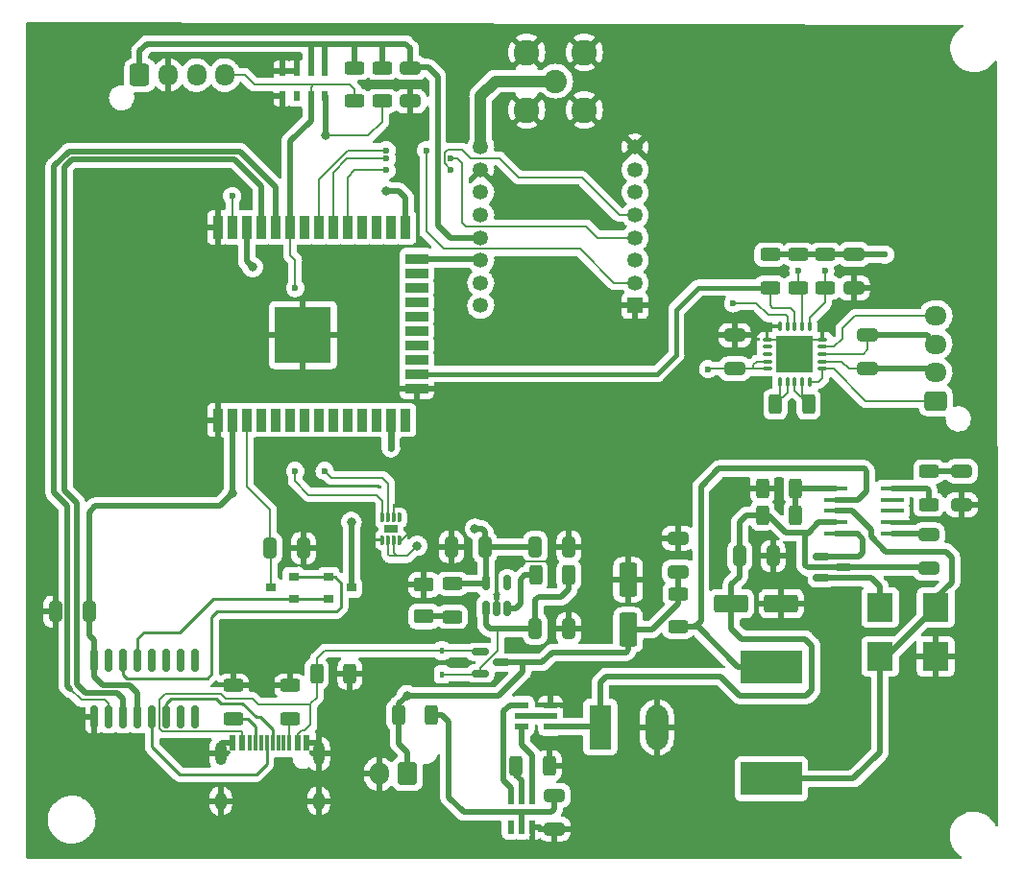
<source format=gbr>
%TF.GenerationSoftware,KiCad,Pcbnew,6.0.2+dfsg-1*%
%TF.CreationDate,2023-03-16T17:45:45+01:00*%
%TF.ProjectId,sensor,73656e73-6f72-42e6-9b69-6361645f7063,rev?*%
%TF.SameCoordinates,Original*%
%TF.FileFunction,Copper,L1,Top*%
%TF.FilePolarity,Positive*%
%FSLAX46Y46*%
G04 Gerber Fmt 4.6, Leading zero omitted, Abs format (unit mm)*
G04 Created by KiCad (PCBNEW 6.0.2+dfsg-1) date 2023-03-16 17:45:45*
%MOMM*%
%LPD*%
G01*
G04 APERTURE LIST*
G04 Aperture macros list*
%AMRoundRect*
0 Rectangle with rounded corners*
0 $1 Rounding radius*
0 $2 $3 $4 $5 $6 $7 $8 $9 X,Y pos of 4 corners*
0 Add a 4 corners polygon primitive as box body*
4,1,4,$2,$3,$4,$5,$6,$7,$8,$9,$2,$3,0*
0 Add four circle primitives for the rounded corners*
1,1,$1+$1,$2,$3*
1,1,$1+$1,$4,$5*
1,1,$1+$1,$6,$7*
1,1,$1+$1,$8,$9*
0 Add four rect primitives between the rounded corners*
20,1,$1+$1,$2,$3,$4,$5,0*
20,1,$1+$1,$4,$5,$6,$7,0*
20,1,$1+$1,$6,$7,$8,$9,0*
20,1,$1+$1,$8,$9,$2,$3,0*%
G04 Aperture macros list end*
%TA.AperFunction,SMDPad,CuDef*%
%ADD10RoundRect,0.008100X0.126900X-0.371900X0.126900X0.371900X-0.126900X0.371900X-0.126900X-0.371900X0*%
%TD*%
%TA.AperFunction,SMDPad,CuDef*%
%ADD11R,1.200000X0.800000*%
%TD*%
%TA.AperFunction,SMDPad,CuDef*%
%ADD12RoundRect,0.250000X0.650000X-0.325000X0.650000X0.325000X-0.650000X0.325000X-0.650000X-0.325000X0*%
%TD*%
%TA.AperFunction,SMDPad,CuDef*%
%ADD13R,5.400000X2.900000*%
%TD*%
%TA.AperFunction,ComponentPad*%
%ADD14O,1.980000X3.960000*%
%TD*%
%TA.AperFunction,ComponentPad*%
%ADD15R,1.980000X3.960000*%
%TD*%
%TA.AperFunction,SMDPad,CuDef*%
%ADD16RoundRect,0.250000X-0.325000X-0.650000X0.325000X-0.650000X0.325000X0.650000X-0.325000X0.650000X0*%
%TD*%
%TA.AperFunction,SMDPad,CuDef*%
%ADD17RoundRect,0.150000X0.150000X-0.512500X0.150000X0.512500X-0.150000X0.512500X-0.150000X-0.512500X0*%
%TD*%
%TA.AperFunction,ComponentPad*%
%ADD18RoundRect,0.250000X0.725000X-0.600000X0.725000X0.600000X-0.725000X0.600000X-0.725000X-0.600000X0*%
%TD*%
%TA.AperFunction,ComponentPad*%
%ADD19O,1.950000X1.700000*%
%TD*%
%TA.AperFunction,SMDPad,CuDef*%
%ADD20RoundRect,0.250000X-0.312500X-0.625000X0.312500X-0.625000X0.312500X0.625000X-0.312500X0.625000X0*%
%TD*%
%TA.AperFunction,SMDPad,CuDef*%
%ADD21RoundRect,0.150000X0.150000X-0.825000X0.150000X0.825000X-0.150000X0.825000X-0.150000X-0.825000X0*%
%TD*%
%TA.AperFunction,SMDPad,CuDef*%
%ADD22R,2.000000X0.450000*%
%TD*%
%TA.AperFunction,ComponentPad*%
%ADD23RoundRect,0.250000X0.600000X0.750000X-0.600000X0.750000X-0.600000X-0.750000X0.600000X-0.750000X0*%
%TD*%
%TA.AperFunction,ComponentPad*%
%ADD24O,1.700000X2.000000*%
%TD*%
%TA.AperFunction,SMDPad,CuDef*%
%ADD25RoundRect,0.150000X-0.587500X-0.150000X0.587500X-0.150000X0.587500X0.150000X-0.587500X0.150000X0*%
%TD*%
%TA.AperFunction,SMDPad,CuDef*%
%ADD26RoundRect,0.250000X0.325000X0.650000X-0.325000X0.650000X-0.325000X-0.650000X0.325000X-0.650000X0*%
%TD*%
%TA.AperFunction,SMDPad,CuDef*%
%ADD27RoundRect,0.250000X-0.625000X0.312500X-0.625000X-0.312500X0.625000X-0.312500X0.625000X0.312500X0*%
%TD*%
%TA.AperFunction,SMDPad,CuDef*%
%ADD28R,0.900000X0.800000*%
%TD*%
%TA.AperFunction,SMDPad,CuDef*%
%ADD29RoundRect,0.250000X0.550000X-1.250000X0.550000X1.250000X-0.550000X1.250000X-0.550000X-1.250000X0*%
%TD*%
%TA.AperFunction,SMDPad,CuDef*%
%ADD30RoundRect,0.250000X-1.250000X-0.550000X1.250000X-0.550000X1.250000X0.550000X-1.250000X0.550000X0*%
%TD*%
%TA.AperFunction,SMDPad,CuDef*%
%ADD31RoundRect,0.250000X0.312500X0.625000X-0.312500X0.625000X-0.312500X-0.625000X0.312500X-0.625000X0*%
%TD*%
%TA.AperFunction,SMDPad,CuDef*%
%ADD32RoundRect,0.250000X-0.650000X0.325000X-0.650000X-0.325000X0.650000X-0.325000X0.650000X0.325000X0*%
%TD*%
%TA.AperFunction,SMDPad,CuDef*%
%ADD33R,2.300000X2.500000*%
%TD*%
%TA.AperFunction,SMDPad,CuDef*%
%ADD34R,0.900000X2.000000*%
%TD*%
%TA.AperFunction,SMDPad,CuDef*%
%ADD35R,2.000000X0.900000*%
%TD*%
%TA.AperFunction,SMDPad,CuDef*%
%ADD36R,5.000000X5.000000*%
%TD*%
%TA.AperFunction,SMDPad,CuDef*%
%ADD37RoundRect,0.250000X0.625000X-0.312500X0.625000X0.312500X-0.625000X0.312500X-0.625000X-0.312500X0*%
%TD*%
%TA.AperFunction,SMDPad,CuDef*%
%ADD38RoundRect,0.075000X0.075000X-0.337500X0.075000X0.337500X-0.075000X0.337500X-0.075000X-0.337500X0*%
%TD*%
%TA.AperFunction,SMDPad,CuDef*%
%ADD39RoundRect,0.075000X0.337500X-0.075000X0.337500X0.075000X-0.337500X0.075000X-0.337500X-0.075000X0*%
%TD*%
%TA.AperFunction,SMDPad,CuDef*%
%ADD40R,3.250000X3.250000*%
%TD*%
%TA.AperFunction,SMDPad,CuDef*%
%ADD41R,0.550000X0.950000*%
%TD*%
%TA.AperFunction,SMDPad,CuDef*%
%ADD42R,0.600000X1.450000*%
%TD*%
%TA.AperFunction,SMDPad,CuDef*%
%ADD43R,0.300000X1.450000*%
%TD*%
%TA.AperFunction,ComponentPad*%
%ADD44O,1.000000X2.100000*%
%TD*%
%TA.AperFunction,ComponentPad*%
%ADD45O,1.000000X1.600000*%
%TD*%
%TA.AperFunction,ComponentPad*%
%ADD46RoundRect,0.250000X-0.600000X-0.725000X0.600000X-0.725000X0.600000X0.725000X-0.600000X0.725000X0*%
%TD*%
%TA.AperFunction,ComponentPad*%
%ADD47O,1.700000X1.950000*%
%TD*%
%TA.AperFunction,ComponentPad*%
%ADD48R,1.350000X1.350000*%
%TD*%
%TA.AperFunction,ComponentPad*%
%ADD49C,1.350000*%
%TD*%
%TA.AperFunction,SMDPad,CuDef*%
%ADD50R,0.550000X1.200000*%
%TD*%
%TA.AperFunction,SMDPad,CuDef*%
%ADD51R,0.450000X0.600000*%
%TD*%
%TA.AperFunction,ComponentPad*%
%ADD52C,2.050000*%
%TD*%
%TA.AperFunction,ComponentPad*%
%ADD53C,2.250000*%
%TD*%
%TA.AperFunction,SMDPad,CuDef*%
%ADD54RoundRect,0.088500X0.516500X0.206500X-0.516500X0.206500X-0.516500X-0.206500X0.516500X-0.206500X0*%
%TD*%
%TA.AperFunction,SMDPad,CuDef*%
%ADD55RoundRect,0.250000X-0.625000X0.375000X-0.625000X-0.375000X0.625000X-0.375000X0.625000X0.375000X0*%
%TD*%
%TA.AperFunction,ViaPad*%
%ADD56C,0.600000*%
%TD*%
%TA.AperFunction,ViaPad*%
%ADD57C,0.800000*%
%TD*%
%TA.AperFunction,Conductor*%
%ADD58C,0.200000*%
%TD*%
%TA.AperFunction,Conductor*%
%ADD59C,0.500000*%
%TD*%
%TA.AperFunction,Conductor*%
%ADD60C,0.400000*%
%TD*%
%TA.AperFunction,Conductor*%
%ADD61C,0.600000*%
%TD*%
%TA.AperFunction,Conductor*%
%ADD62C,1.000000*%
%TD*%
%TA.AperFunction,Conductor*%
%ADD63C,0.250000*%
%TD*%
G04 APERTURE END LIST*
D10*
%TO.P,U6,1,CTG*%
%TO.N,GND*%
X122950000Y-61385000D03*
%TO.P,U6,2,CELL*%
%TO.N,V_BAT*%
X123450000Y-61385000D03*
%TO.P,U6,3,VDD*%
X123950000Y-61385000D03*
%TO.P,U6,4,GND*%
%TO.N,GND*%
X124450000Y-61385000D03*
%TO.P,U6,5,~{ALERT}*%
%TO.N,ALERT*%
X124450000Y-59415000D03*
%TO.P,U6,6,QSTRT*%
%TO.N,GND*%
X123950000Y-59415000D03*
%TO.P,U6,7,SCL*%
%TO.N,SCL*%
X123450000Y-59415000D03*
%TO.P,U6,8,SDA*%
%TO.N,SDA*%
X122950000Y-59415000D03*
D11*
%TO.P,U6,9,EP*%
%TO.N,unconnected-(U6-Pad9)*%
X123700000Y-60400000D03*
%TD*%
D12*
%TO.P,C10,1*%
%TO.N,V_BAT*%
X149000000Y-64175000D03*
%TO.P,C10,2*%
%TO.N,GND*%
X149000000Y-61225000D03*
%TD*%
D13*
%TO.P,L1,1,1*%
%TO.N,Net-(D5-Pad1)*%
X157200000Y-82450000D03*
%TO.P,L1,2,2*%
%TO.N,Net-(IC1-Pad7)*%
X157200000Y-72550000D03*
%TD*%
D14*
%TO.P,J2,2,Pin_2*%
%TO.N,GND*%
X147135000Y-77900000D03*
D15*
%TO.P,J2,1,Pin_1*%
%TO.N,VSS*%
X142135000Y-77900000D03*
%TD*%
D16*
%TO.P,C2,1*%
%TO.N,+3.3V*%
X136425000Y-62000000D03*
%TO.P,C2,2*%
%TO.N,GND*%
X139375000Y-62000000D03*
%TD*%
D17*
%TO.P,U1,1,VIN*%
%TO.N,Net-(C1-Pad2)*%
X132050000Y-67437500D03*
%TO.P,U1,2,GND*%
%TO.N,GND*%
X133000000Y-67437500D03*
%TO.P,U1,3,CE*%
%TO.N,Net-(R2-Pad2)*%
X133950000Y-67437500D03*
%TO.P,U1,4,NC*%
%TO.N,unconnected-(U1-Pad4)*%
X133950000Y-65162500D03*
%TO.P,U1,5,VOUT*%
%TO.N,+3.3V*%
X132050000Y-65162500D03*
%TD*%
D18*
%TO.P,J5,1,Pin_1*%
%TO.N,Net-(J5-Pad1)*%
X171700000Y-49100000D03*
D19*
%TO.P,J5,2,Pin_2*%
%TO.N,Net-(C16-Pad1)*%
X171700000Y-46600000D03*
%TO.P,J5,3,Pin_3*%
%TO.N,Net-(C16-Pad2)*%
X171700000Y-44100000D03*
%TO.P,J5,4,Pin_4*%
%TO.N,Net-(J5-Pad4)*%
X171700000Y-41600000D03*
%TD*%
D12*
%TO.P,C14,1*%
%TO.N,+3.3V*%
X154000000Y-46275000D03*
%TO.P,C14,2*%
%TO.N,GND*%
X154000000Y-43325000D03*
%TD*%
D20*
%TO.P,R6,1*%
%TO.N,GND*%
X156437500Y-56800000D03*
%TO.P,R6,2*%
%TO.N,Net-(IC1-Pad6)*%
X159362500Y-56800000D03*
%TD*%
D21*
%TO.P,U2,1,GND*%
%TO.N,GND*%
X97555000Y-76975000D03*
%TO.P,U2,2,TXD*%
%TO.N,ESP32_RX*%
X98825000Y-76975000D03*
%TO.P,U2,3,RXD*%
%TO.N,ESP32_TX*%
X100095000Y-76975000D03*
%TO.P,U2,4,V3*%
%TO.N,+3.3V*%
X101365000Y-76975000D03*
%TO.P,U2,5,UD+*%
%TO.N,Net-(P1-PadA6)*%
X102635000Y-76975000D03*
%TO.P,U2,6,UD-*%
%TO.N,Net-(P1-PadA7)*%
X103905000Y-76975000D03*
%TO.P,U2,7,NC*%
%TO.N,unconnected-(U2-Pad7)*%
X105175000Y-76975000D03*
%TO.P,U2,8,NC*%
%TO.N,unconnected-(U2-Pad8)*%
X106445000Y-76975000D03*
%TO.P,U2,9,~{CTS}*%
%TO.N,unconnected-(U2-Pad9)*%
X106445000Y-72025000D03*
%TO.P,U2,10,~{DSR}*%
%TO.N,unconnected-(U2-Pad10)*%
X105175000Y-72025000D03*
%TO.P,U2,11,~{RI}*%
%TO.N,unconnected-(U2-Pad11)*%
X103905000Y-72025000D03*
%TO.P,U2,12,~{DCD}*%
%TO.N,unconnected-(U2-Pad12)*%
X102635000Y-72025000D03*
%TO.P,U2,13,~{DTR}*%
%TO.N,Net-(Q4-Pad1)*%
X101365000Y-72025000D03*
%TO.P,U2,14,~{RTS}*%
%TO.N,Net-(Q4-Pad2)*%
X100095000Y-72025000D03*
%TO.P,U2,15,R232*%
%TO.N,unconnected-(U2-Pad15)*%
X98825000Y-72025000D03*
%TO.P,U2,16,VCC*%
%TO.N,+3.3V*%
X97555000Y-72025000D03*
%TD*%
D22*
%TO.P,IC1,1,VG*%
%TO.N,Net-(C6-Pad2)*%
X167900000Y-60827000D03*
%TO.P,IC1,2,GND*%
%TO.N,GND*%
X167900000Y-59827000D03*
%TO.P,IC1,3,CHRG*%
%TO.N,CHARGE*%
X167900000Y-58827000D03*
%TO.P,IC1,4,DONE*%
%TO.N,CRG_DONE*%
X167900000Y-57827000D03*
%TO.P,IC1,5,COM*%
%TO.N,Net-(IC1-Pad5)*%
X167900000Y-56827000D03*
%TO.P,IC1,6,MPPT*%
%TO.N,Net-(IC1-Pad6)*%
X162900000Y-56827000D03*
%TO.P,IC1,7,BAT*%
%TO.N,Net-(IC1-Pad7)*%
X162900000Y-57827000D03*
%TO.P,IC1,8,CSP*%
%TO.N,Net-(D5-Pad1)*%
X162900000Y-58827000D03*
%TO.P,IC1,9,VCC*%
%TO.N,VSS*%
X162900000Y-59827000D03*
%TO.P,IC1,10,DRV*%
%TO.N,Net-(IC1-Pad10)*%
X162900000Y-60827000D03*
%TD*%
D23*
%TO.P,J3,1,Pin_1*%
%TO.N,V_BAT*%
X125150000Y-82025000D03*
D24*
%TO.P,J3,2,Pin_2*%
%TO.N,GND*%
X122650000Y-82025000D03*
%TD*%
D25*
%TO.P,Q1,1,G*%
%TO.N,V_USB*%
X131562500Y-71250000D03*
%TO.P,Q1,2,S*%
%TO.N,Net-(C1-Pad2)*%
X131562500Y-73150000D03*
%TO.P,Q1,3,D*%
%TO.N,V_BAT*%
X133437500Y-72200000D03*
%TD*%
D20*
%TO.P,R17,1*%
%TO.N,Net-(R17-Pad1)*%
X157575000Y-49400000D03*
%TO.P,R17,2*%
%TO.N,Net-(R17-Pad2)*%
X160500000Y-49400000D03*
%TD*%
D26*
%TO.P,C1,1*%
%TO.N,GND*%
X139350000Y-69200000D03*
%TO.P,C1,2*%
%TO.N,Net-(C1-Pad2)*%
X136400000Y-69200000D03*
%TD*%
D27*
%TO.P,R4,1*%
%TO.N,GND*%
X114800000Y-74237500D03*
%TO.P,R4,2*%
%TO.N,Net-(P1-PadB5)*%
X114800000Y-77162500D03*
%TD*%
D28*
%TO.P,Q5,1,G*%
%TO.N,Net-(Q4-Pad2)*%
X118200000Y-64650000D03*
%TO.P,Q5,2,S*%
%TO.N,Net-(Q4-Pad1)*%
X118200000Y-66550000D03*
%TO.P,Q5,3,D*%
%TO.N,ESP32_IO0*%
X120200000Y-65600000D03*
%TD*%
D29*
%TO.P,C9,1*%
%TO.N,V_BAT*%
X144600000Y-69300000D03*
%TO.P,C9,2*%
%TO.N,GND*%
X144600000Y-64900000D03*
%TD*%
D30*
%TO.P,C4,1*%
%TO.N,VSS*%
X153700000Y-67000000D03*
%TO.P,C4,2*%
%TO.N,GND*%
X158100000Y-67000000D03*
%TD*%
D27*
%TO.P,R3,1*%
%TO.N,+3.3V*%
X129100000Y-65237500D03*
%TO.P,R3,2*%
%TO.N,Net-(D2-Pad2)*%
X129100000Y-68162500D03*
%TD*%
D31*
%TO.P,R2,1*%
%TO.N,Net-(C1-Pad2)*%
X139362500Y-64500000D03*
%TO.P,R2,2*%
%TO.N,Net-(R2-Pad2)*%
X136437500Y-64500000D03*
%TD*%
D26*
%TO.P,C11,1*%
%TO.N,+3.3V*%
X97075000Y-67700000D03*
%TO.P,C11,2*%
%TO.N,GND*%
X94125000Y-67700000D03*
%TD*%
D32*
%TO.P,C7,1*%
%TO.N,Net-(C7-Pad1)*%
X174000000Y-55325000D03*
%TO.P,C7,2*%
%TO.N,GND*%
X174000000Y-58275000D03*
%TD*%
D16*
%TO.P,C12,1*%
%TO.N,ESP32_EN*%
X113025000Y-62100000D03*
%TO.P,C12,2*%
%TO.N,GND*%
X115975000Y-62100000D03*
%TD*%
D27*
%TO.P,R16,1*%
%TO.N,+3.3V*%
X161960000Y-36200000D03*
%TO.P,R16,2*%
%TO.N,MOSI*%
X161960000Y-39125000D03*
%TD*%
D33*
%TO.P,D6,1,K*%
%TO.N,Net-(D5-Pad1)*%
X171700000Y-67350000D03*
%TO.P,D6,2,A*%
%TO.N,GND*%
X171700000Y-71650000D03*
%TD*%
D34*
%TO.P,U5,1,GND*%
%TO.N,GND*%
X108445000Y-50800000D03*
%TO.P,U5,2,VDD*%
%TO.N,+3.3V*%
X109715000Y-50800000D03*
%TO.P,U5,3,EN*%
%TO.N,ESP32_EN*%
X110985000Y-50800000D03*
%TO.P,U5,4,SENSOR_VP*%
%TO.N,unconnected-(U5-Pad4)*%
X112255000Y-50800000D03*
%TO.P,U5,5,SENSOR_VN*%
%TO.N,unconnected-(U5-Pad5)*%
X113525000Y-50800000D03*
%TO.P,U5,6,IO34*%
%TO.N,unconnected-(U5-Pad6)*%
X114795000Y-50800000D03*
%TO.P,U5,7,IO35*%
%TO.N,unconnected-(U5-Pad7)*%
X116065000Y-50800000D03*
%TO.P,U5,8,IO32*%
%TO.N,unconnected-(U5-Pad8)*%
X117335000Y-50800000D03*
%TO.P,U5,9,IO33*%
%TO.N,unconnected-(U5-Pad9)*%
X118605000Y-50800000D03*
%TO.P,U5,10,IO25*%
%TO.N,unconnected-(U5-Pad10)*%
X119875000Y-50800000D03*
%TO.P,U5,11,IO26*%
%TO.N,unconnected-(U5-Pad11)*%
X121145000Y-50800000D03*
%TO.P,U5,12,IO27*%
%TO.N,unconnected-(U5-Pad12)*%
X122415000Y-50800000D03*
%TO.P,U5,13,IO14*%
%TO.N,RFM_RESET*%
X123685000Y-50800000D03*
%TO.P,U5,14,IO12*%
%TO.N,unconnected-(U5-Pad14)*%
X124955000Y-50800000D03*
D35*
%TO.P,U5,15,GND*%
%TO.N,GND*%
X125955000Y-48015000D03*
%TO.P,U5,16,IO13*%
%TO.N,MAX_CS*%
X125955000Y-46745000D03*
%TO.P,U5,17,SHD/SD2*%
%TO.N,unconnected-(U5-Pad17)*%
X125955000Y-45475000D03*
%TO.P,U5,18,SWP/SD3*%
%TO.N,unconnected-(U5-Pad18)*%
X125955000Y-44205000D03*
%TO.P,U5,19,SCS/CMD*%
%TO.N,unconnected-(U5-Pad19)*%
X125955000Y-42935000D03*
%TO.P,U5,20,SCK/CLK*%
%TO.N,unconnected-(U5-Pad20)*%
X125955000Y-41665000D03*
%TO.P,U5,21,SDO/SD0*%
%TO.N,unconnected-(U5-Pad21)*%
X125955000Y-40395000D03*
%TO.P,U5,22,SDI/SD1*%
%TO.N,unconnected-(U5-Pad22)*%
X125955000Y-39125000D03*
%TO.P,U5,23,IO15*%
%TO.N,unconnected-(U5-Pad23)*%
X125955000Y-37855000D03*
%TO.P,U5,24,IO2*%
%TO.N,RFM_DI0*%
X125955000Y-36585000D03*
D34*
%TO.P,U5,25,IO0*%
%TO.N,ESP32_IO0*%
X124955000Y-33800000D03*
%TO.P,U5,26,IO4*%
%TO.N,unconnected-(U5-Pad26)*%
X123685000Y-33800000D03*
%TO.P,U5,27,IO16*%
%TO.N,unconnected-(U5-Pad27)*%
X122415000Y-33800000D03*
%TO.P,U5,28,IO17*%
%TO.N,unconnected-(U5-Pad28)*%
X121145000Y-33800000D03*
%TO.P,U5,29,IO5*%
%TO.N,RFM_SS*%
X119875000Y-33800000D03*
%TO.P,U5,30,SCK/IO18*%
%TO.N,SCK*%
X118605000Y-33800000D03*
%TO.P,U5,31,MISO/IO19*%
%TO.N,MISO*%
X117335000Y-33800000D03*
%TO.P,U5,32,NC*%
%TO.N,unconnected-(U5-Pad32)*%
X116065000Y-33800000D03*
%TO.P,U5,33,SDA/IO21*%
%TO.N,SDA*%
X114795000Y-33800000D03*
%TO.P,U5,34,RXD0/IO3*%
%TO.N,ESP32_RX*%
X113525000Y-33800000D03*
%TO.P,U5,35,TXD0/IO1*%
%TO.N,ESP32_TX*%
X112255000Y-33800000D03*
%TO.P,U5,36,SCL/IO22*%
%TO.N,SCL*%
X110985000Y-33800000D03*
%TO.P,U5,37,MOSI/IO23*%
%TO.N,MOSI*%
X109715000Y-33800000D03*
%TO.P,U5,38,GND*%
%TO.N,GND*%
X108445000Y-33800000D03*
D36*
%TO.P,U5,39,GND*%
X115945000Y-43300000D03*
%TD*%
D37*
%TO.P,R13,1*%
%TO.N,SDA*%
X120500000Y-22662500D03*
%TO.P,R13,2*%
%TO.N,+3.3V*%
X120500000Y-19737500D03*
%TD*%
D26*
%TO.P,C3,1*%
%TO.N,+3.3V*%
X131975000Y-62000000D03*
%TO.P,C3,2*%
%TO.N,GND*%
X129025000Y-62000000D03*
%TD*%
D37*
%TO.P,R9,1*%
%TO.N,Net-(IC1-Pad7)*%
X149000000Y-69062500D03*
%TO.P,R9,2*%
%TO.N,V_BAT*%
X149000000Y-66137500D03*
%TD*%
D28*
%TO.P,Q4,1,G*%
%TO.N,Net-(Q4-Pad1)*%
X115100000Y-66550000D03*
%TO.P,Q4,2,S*%
%TO.N,Net-(Q4-Pad2)*%
X115100000Y-64650000D03*
%TO.P,Q4,3,D*%
%TO.N,ESP32_EN*%
X113100000Y-65600000D03*
%TD*%
D31*
%TO.P,R10,1*%
%TO.N,GND*%
X137662500Y-81300000D03*
%TO.P,R10,2*%
%TO.N,Net-(IC2-Pad2)*%
X134737500Y-81300000D03*
%TD*%
D38*
%TO.P,U7,1,BIAS*%
%TO.N,Net-(R17-Pad1)*%
X157990000Y-47427500D03*
%TO.P,U7,2,REFIN+*%
X158640000Y-47427500D03*
%TO.P,U7,3,REFIN-*%
%TO.N,Net-(R17-Pad2)*%
X159290000Y-47427500D03*
%TO.P,U7,4,ISENSOR*%
X159940000Y-47427500D03*
%TO.P,U7,5,FORCE+*%
%TO.N,Net-(J5-Pad1)*%
X160590000Y-47427500D03*
D39*
%TO.P,U7,6,FORCE2*%
X161727500Y-46290000D03*
%TO.P,U7,7,RTDIN+*%
%TO.N,Net-(C16-Pad1)*%
X161727500Y-45640000D03*
%TO.P,U7,8,RTDIN-*%
%TO.N,Net-(C16-Pad2)*%
X161727500Y-44990000D03*
%TO.P,U7,9,FORCE-*%
%TO.N,Net-(J5-Pad4)*%
X161727500Y-44340000D03*
%TO.P,U7,10,GND*%
%TO.N,GND*%
X161727500Y-43690000D03*
D38*
%TO.P,U7,11,SDI*%
%TO.N,MOSI*%
X160590000Y-42552500D03*
%TO.P,U7,12,SCLK*%
%TO.N,SCK*%
X159940000Y-42552500D03*
%TO.P,U7,13,~{CS}*%
%TO.N,MAX_CS*%
X159290000Y-42552500D03*
%TO.P,U7,14,SDO*%
%TO.N,MISO*%
X158640000Y-42552500D03*
%TO.P,U7,15,DGND*%
%TO.N,GND*%
X157990000Y-42552500D03*
D39*
%TO.P,U7,16,GND*%
X156852500Y-43690000D03*
%TO.P,U7,17,NC*%
%TO.N,unconnected-(U7-Pad17)*%
X156852500Y-44340000D03*
%TO.P,U7,18,~{DRDY}*%
%TO.N,unconnected-(U7-Pad18)*%
X156852500Y-44990000D03*
%TO.P,U7,19,DVDD*%
%TO.N,+3.3V*%
X156852500Y-45640000D03*
%TO.P,U7,20,VDD*%
X156852500Y-46290000D03*
D40*
%TO.P,U7,21,GND*%
%TO.N,GND*%
X159290000Y-44990000D03*
%TD*%
D41*
%TO.P,U3,1,VDD*%
%TO.N,+3.3V*%
X117875000Y-20025000D03*
%TO.P,U3,2,PS*%
X116625000Y-20025000D03*
%TO.P,U3,3,GND*%
%TO.N,GND*%
X115375000Y-20025000D03*
%TO.P,U3,4,CSB*%
X114125000Y-20025000D03*
%TO.P,U3,5,CSB*%
X114125000Y-22175000D03*
%TO.P,U3,6,SDO*%
%TO.N,unconnected-(U3-Pad6)*%
X115375000Y-22175000D03*
%TO.P,U3,7,SDI/SDA*%
%TO.N,SDA*%
X116625000Y-22175000D03*
%TO.P,U3,8,SCLK*%
%TO.N,SCL*%
X117875000Y-22175000D03*
%TD*%
D37*
%TO.P,R5,1*%
%TO.N,Net-(IC1-Pad5)*%
X171100000Y-58262500D03*
%TO.P,R5,2*%
%TO.N,Net-(C7-Pad1)*%
X171100000Y-55337500D03*
%TD*%
D25*
%TO.P,Q2,1,G*%
%TO.N,Net-(IC1-Pad10)*%
X161662500Y-62850000D03*
%TO.P,Q2,2,S*%
%TO.N,Net-(D5-Pad2)*%
X161662500Y-64750000D03*
%TO.P,Q2,3,D*%
%TO.N,VSS*%
X163537500Y-63800000D03*
%TD*%
D42*
%TO.P,P1,A1,GND*%
%TO.N,GND*%
X109750000Y-79315000D03*
%TO.P,P1,A4,VBUS*%
%TO.N,V_USB*%
X110550000Y-79315000D03*
D43*
%TO.P,P1,A5,CC*%
%TO.N,Net-(P1-PadA5)*%
X111750000Y-79315000D03*
%TO.P,P1,A6,D+*%
%TO.N,Net-(P1-PadA6)*%
X112750000Y-79315000D03*
%TO.P,P1,A7,D-*%
%TO.N,Net-(P1-PadA7)*%
X113250000Y-79315000D03*
%TO.P,P1,A8*%
%TO.N,N/C*%
X114250000Y-79315000D03*
D42*
%TO.P,P1,A9,VBUS*%
%TO.N,V_USB*%
X115450000Y-79315000D03*
%TO.P,P1,A12,GND*%
%TO.N,GND*%
X116250000Y-79315000D03*
%TO.P,P1,B1,GND*%
X116250000Y-79315000D03*
%TO.P,P1,B4,VBUS*%
%TO.N,V_USB*%
X115450000Y-79315000D03*
D43*
%TO.P,P1,B5,VCONN*%
%TO.N,Net-(P1-PadB5)*%
X114750000Y-79315000D03*
%TO.P,P1,B6*%
%TO.N,N/C*%
X113750000Y-79315000D03*
%TO.P,P1,B7*%
X112250000Y-79315000D03*
%TO.P,P1,B8*%
X111250000Y-79315000D03*
D42*
%TO.P,P1,B9,VBUS*%
%TO.N,V_USB*%
X110550000Y-79315000D03*
%TO.P,P1,B12,GND*%
%TO.N,GND*%
X109750000Y-79315000D03*
D44*
%TO.P,P1,S1,SHIELD*%
X117320000Y-80230000D03*
X108680000Y-80230000D03*
D45*
X108680000Y-84410000D03*
X117320000Y-84410000D03*
%TD*%
D31*
%TO.P,R7,1*%
%TO.N,Net-(IC1-Pad6)*%
X159362500Y-59200000D03*
%TO.P,R7,2*%
%TO.N,VSS*%
X156437500Y-59200000D03*
%TD*%
D46*
%TO.P,J1,1,Pin_1*%
%TO.N,+3.3V*%
X101550000Y-20375000D03*
D47*
%TO.P,J1,2,Pin_2*%
%TO.N,GND*%
X104050000Y-20375000D03*
%TO.P,J1,3,Pin_3*%
%TO.N,SCL*%
X106550000Y-20375000D03*
%TO.P,J1,4,Pin_4*%
%TO.N,SDA*%
X109050000Y-20375000D03*
%TD*%
D48*
%TO.P,U4,1,GND*%
%TO.N,GND*%
X145207500Y-40707500D03*
D49*
%TO.P,U4,2,MISO*%
%TO.N,MISO*%
X145207500Y-38707500D03*
%TO.P,U4,3,MOSI*%
%TO.N,MOSI*%
X145207500Y-36707500D03*
%TO.P,U4,4,SCK*%
%TO.N,SCK*%
X145207500Y-34707500D03*
%TO.P,U4,5,NSS*%
%TO.N,RFM_SS*%
X145207500Y-32707500D03*
%TO.P,U4,6,RESET*%
%TO.N,RFM_RESET*%
X145207500Y-30707500D03*
%TO.P,U4,7,DIO5*%
%TO.N,unconnected-(U4-Pad7)*%
X145207500Y-28707500D03*
%TO.P,U4,8,GND*%
%TO.N,GND*%
X145207500Y-26707500D03*
%TO.P,U4,9,ANT*%
%TO.N,RF_ANT*%
X131607500Y-26707500D03*
%TO.P,U4,10,GND*%
%TO.N,GND*%
X131607500Y-28707500D03*
%TO.P,U4,11,DIO3*%
%TO.N,unconnected-(U4-Pad11)*%
X131607500Y-30707500D03*
%TO.P,U4,12,DIO4*%
%TO.N,unconnected-(U4-Pad12)*%
X131607500Y-32707500D03*
%TO.P,U4,13,3.3V*%
%TO.N,+3.3V*%
X131607500Y-34707500D03*
%TO.P,U4,14,DIO0*%
%TO.N,RFM_DI0*%
X131607500Y-36707500D03*
%TO.P,U4,15,DIO1*%
%TO.N,unconnected-(U4-Pad15)*%
X131607500Y-38707500D03*
%TO.P,U4,16,DIO2*%
%TO.N,unconnected-(U4-Pad16)*%
X131607500Y-40707500D03*
%TD*%
D31*
%TO.P,R8,1*%
%TO.N,Net-(C8-Pad1)*%
X127282500Y-76800000D03*
%TO.P,R8,2*%
%TO.N,V_BAT*%
X124357500Y-76800000D03*
%TD*%
D32*
%TO.P,C13,1*%
%TO.N,+3.3V*%
X125400000Y-19725000D03*
%TO.P,C13,2*%
%TO.N,GND*%
X125400000Y-22675000D03*
%TD*%
D50*
%TO.P,IC2,1,OD*%
%TO.N,Net-(IC2-Pad1)*%
X136150000Y-84100000D03*
%TO.P,IC2,2,CS*%
%TO.N,Net-(IC2-Pad2)*%
X135200000Y-84100000D03*
%TO.P,IC2,3,OC*%
%TO.N,Net-(IC2-Pad3)*%
X134250000Y-84100000D03*
%TO.P,IC2,4,TD*%
%TO.N,unconnected-(IC2-Pad4)*%
X134250000Y-86700000D03*
%TO.P,IC2,5,VCC*%
%TO.N,Net-(C8-Pad1)*%
X135200000Y-86700000D03*
%TO.P,IC2,6,GND*%
%TO.N,GND*%
X136150000Y-86700000D03*
%TD*%
D20*
%TO.P,R1,1*%
%TO.N,V_USB*%
X117137500Y-73200000D03*
%TO.P,R1,2*%
%TO.N,GND*%
X120062500Y-73200000D03*
%TD*%
D12*
%TO.P,C6,1*%
%TO.N,VSS*%
X171100000Y-63875000D03*
%TO.P,C6,2*%
%TO.N,Net-(C6-Pad2)*%
X171100000Y-60925000D03*
%TD*%
D16*
%TO.P,C5,1*%
%TO.N,VSS*%
X154425000Y-62800000D03*
%TO.P,C5,2*%
%TO.N,GND*%
X157375000Y-62800000D03*
%TD*%
D51*
%TO.P,D1,1,K*%
%TO.N,Net-(C1-Pad2)*%
X128200000Y-73250000D03*
%TO.P,D1,2,A*%
%TO.N,V_USB*%
X128200000Y-71150000D03*
%TD*%
D27*
%TO.P,R11,1*%
%TO.N,GND*%
X109800000Y-74237500D03*
%TO.P,R11,2*%
%TO.N,Net-(P1-PadA5)*%
X109800000Y-77162500D03*
%TD*%
D52*
%TO.P,J4,1,In*%
%TO.N,RF_ANT*%
X138200000Y-20900000D03*
D53*
%TO.P,J4,2,Ext*%
%TO.N,GND*%
X135660000Y-18360000D03*
X135660000Y-23440000D03*
X140740000Y-18360000D03*
X140740000Y-23440000D03*
%TD*%
D27*
%TO.P,R14,1*%
%TO.N,+3.3V*%
X157100000Y-36200000D03*
%TO.P,R14,2*%
%TO.N,MAX_CS*%
X157100000Y-39125000D03*
%TD*%
D32*
%TO.P,C8,1*%
%TO.N,Net-(C8-Pad1)*%
X138100000Y-83925000D03*
%TO.P,C8,2*%
%TO.N,GND*%
X138100000Y-86875000D03*
%TD*%
D54*
%TO.P,Q3,1*%
%TO.N,VSS*%
X137755000Y-77850000D03*
%TO.P,Q3,2*%
%TO.N,unconnected-(Q3-Pad2)*%
X137755000Y-76900000D03*
%TO.P,Q3,3*%
%TO.N,GND*%
X137755000Y-75950000D03*
%TO.P,Q3,4*%
%TO.N,Net-(IC2-Pad3)*%
X135245000Y-75950000D03*
%TO.P,Q3,5*%
%TO.N,unconnected-(Q3-Pad2)*%
X135245000Y-76900000D03*
%TO.P,Q3,6*%
%TO.N,Net-(IC2-Pad1)*%
X135245000Y-77850000D03*
%TD*%
D12*
%TO.P,C16,1*%
%TO.N,Net-(C16-Pad1)*%
X165700000Y-46275000D03*
%TO.P,C16,2*%
%TO.N,Net-(C16-Pad2)*%
X165700000Y-43325000D03*
%TD*%
D33*
%TO.P,D5,1,K*%
%TO.N,Net-(D5-Pad1)*%
X166800000Y-71650000D03*
%TO.P,D5,2,A*%
%TO.N,Net-(D5-Pad2)*%
X166800000Y-67350000D03*
%TD*%
D32*
%TO.P,C15,1*%
%TO.N,+3.3V*%
X164500000Y-36187500D03*
%TO.P,C15,2*%
%TO.N,GND*%
X164500000Y-39137500D03*
%TD*%
D55*
%TO.P,D2,1,K*%
%TO.N,GND*%
X126600000Y-65320000D03*
%TO.P,D2,2,A*%
%TO.N,Net-(D2-Pad2)*%
X126600000Y-68120000D03*
%TD*%
D27*
%TO.P,R15,1*%
%TO.N,+3.3V*%
X159600000Y-36200000D03*
%TO.P,R15,2*%
%TO.N,SCK*%
X159600000Y-39125000D03*
%TD*%
D37*
%TO.P,R12,1*%
%TO.N,SCL*%
X122900000Y-22662500D03*
%TO.P,R12,2*%
%TO.N,+3.3V*%
X122900000Y-19737500D03*
%TD*%
D56*
%TO.N,MOSI*%
X109700000Y-31050000D03*
%TO.N,RFM_SS*%
X128950000Y-28750000D03*
%TO.N,SCK*%
X128950000Y-27750000D03*
%TO.N,MISO*%
X126800000Y-27000000D03*
%TO.N,RFM_SS*%
X123300000Y-28750000D03*
%TO.N,SCK*%
X123300000Y-27750000D03*
%TO.N,MISO*%
X123300000Y-27000000D03*
X123300000Y-27000000D03*
X123300000Y-27000000D03*
X153850000Y-40500000D03*
%TO.N,+3.3V*%
X167250000Y-36200000D03*
%TO.N,RFM_RESET*%
X123685000Y-53285000D03*
%TO.N,+3.3V*%
X151650000Y-46300000D03*
%TO.N,SCK*%
X159600000Y-37650000D03*
%TO.N,MOSI*%
X161960000Y-37660000D03*
%TO.N,SDA*%
X115250000Y-39150000D03*
X115250000Y-55300000D03*
%TO.N,SCL*%
X117850000Y-55300000D03*
D57*
%TO.N,+3.3V*%
X131100000Y-60400000D03*
%TO.N,V_BAT*%
X126000000Y-61900000D03*
X125100000Y-75100000D03*
%TO.N,GND*%
X153200000Y-57700000D03*
D56*
X162500000Y-67700000D03*
D57*
%TO.N,+3.3V*%
X109715000Y-57285000D03*
%TO.N,ESP32_IO0*%
X123300000Y-30600000D03*
X120200000Y-59800000D03*
%TO.N,SCL*%
X117900000Y-25700000D03*
X111500000Y-37300000D03*
%TO.N,GND*%
X137700000Y-74000000D03*
%TD*%
D58*
%TO.N,MOSI*%
X109700000Y-31050000D02*
X109715000Y-31065000D01*
X109715000Y-31065000D02*
X109715000Y-33800000D01*
%TO.N,RFM_SS*%
X145207500Y-32707500D02*
X143807500Y-32707500D01*
X143807500Y-32707500D02*
X140500000Y-29400000D01*
X140500000Y-29400000D02*
X134950000Y-29400000D01*
X134950000Y-29400000D02*
X133250000Y-27700000D01*
X130000000Y-26950000D02*
X128650000Y-26950000D01*
X128650000Y-26950000D02*
X128400000Y-27200000D01*
X133250000Y-27700000D02*
X130750000Y-27700000D01*
X130750000Y-27700000D02*
X130000000Y-26950000D01*
X128400000Y-28150000D02*
X128950000Y-28700000D01*
X128400000Y-27200000D02*
X128400000Y-28150000D01*
X128950000Y-28700000D02*
X128950000Y-28750000D01*
%TO.N,MISO*%
X145207500Y-38707500D02*
X143357500Y-38707500D01*
X143357500Y-38707500D02*
X140350000Y-35700000D01*
X126800000Y-34150000D02*
X126800000Y-27000000D01*
X140350000Y-35700000D02*
X128350000Y-35700000D01*
X128350000Y-35700000D02*
X126800000Y-34150000D01*
%TO.N,SCK*%
X145207500Y-34707500D02*
X141907500Y-34707500D01*
X141907500Y-34707500D02*
X140900000Y-33700000D01*
X140900000Y-33700000D02*
X130300000Y-33700000D01*
X130300000Y-33700000D02*
X129950000Y-33350000D01*
X129950000Y-33350000D02*
X129950000Y-28150000D01*
X129950000Y-28150000D02*
X129550000Y-27750000D01*
X129550000Y-27750000D02*
X128950000Y-27750000D01*
%TO.N,RFM_SS*%
X120500000Y-28750000D02*
X123300000Y-28750000D01*
X119875000Y-33800000D02*
X119875000Y-29375000D01*
X119875000Y-29375000D02*
X120500000Y-28750000D01*
%TO.N,SCK*%
X118605000Y-33800000D02*
X118605000Y-28945000D01*
X118605000Y-28945000D02*
X119800000Y-27750000D01*
X119800000Y-27750000D02*
X123300000Y-27750000D01*
%TO.N,MISO*%
X119900000Y-27000000D02*
X123300000Y-27000000D01*
X117335000Y-29565000D02*
X119900000Y-27000000D01*
X117335000Y-33800000D02*
X117335000Y-29565000D01*
X158640000Y-42552500D02*
X158640000Y-41690000D01*
X158640000Y-41690000D02*
X158500000Y-41550000D01*
X158500000Y-41550000D02*
X156950000Y-41550000D01*
X156950000Y-41550000D02*
X155900000Y-40500000D01*
X155900000Y-40500000D02*
X153850000Y-40500000D01*
D59*
%TO.N,+3.3V*%
X167250000Y-36200000D02*
X164512500Y-36200000D01*
X164512500Y-36200000D02*
X164500000Y-36187500D01*
D60*
%TO.N,MAX_CS*%
X125955000Y-46745000D02*
X147155000Y-46745000D01*
X147155000Y-46745000D02*
X148850000Y-45050000D01*
X150775000Y-39125000D02*
X157100000Y-39125000D01*
X148850000Y-45050000D02*
X148850000Y-41050000D01*
X148850000Y-41050000D02*
X150775000Y-39125000D01*
D61*
%TO.N,RFM_RESET*%
X123685000Y-50800000D02*
X123685000Y-53285000D01*
X123700000Y-53300000D02*
X123685000Y-53285000D01*
D58*
%TO.N,+3.3V*%
X151675000Y-46275000D02*
X151650000Y-46300000D01*
X154000000Y-46275000D02*
X151675000Y-46275000D01*
%TO.N,GND*%
X156852500Y-43690000D02*
X157990000Y-43690000D01*
X157990000Y-43690000D02*
X159290000Y-44990000D01*
%TO.N,SCK*%
X159600000Y-39125000D02*
X159600000Y-37650000D01*
%TO.N,MOSI*%
X161960000Y-39125000D02*
X161960000Y-37660000D01*
X161950000Y-37650000D02*
X161960000Y-37660000D01*
%TO.N,GND*%
X161727500Y-43690000D02*
X160590000Y-43690000D01*
X160590000Y-43690000D02*
X159290000Y-44990000D01*
%TO.N,+3.3V*%
X156852500Y-45640000D02*
X155940000Y-45640000D01*
X155960000Y-45640000D02*
X155650000Y-45950000D01*
X156852500Y-45640000D02*
X155960000Y-45640000D01*
X156852500Y-46290000D02*
X155740000Y-46290000D01*
X155740000Y-46290000D02*
X154015000Y-46290000D01*
X155650000Y-45950000D02*
X155650000Y-46200000D01*
X155650000Y-46200000D02*
X155740000Y-46290000D01*
X154015000Y-46290000D02*
X154000000Y-46275000D01*
%TO.N,SDA*%
X109050000Y-20375000D02*
X110825000Y-20375000D01*
X110825000Y-20375000D02*
X111650000Y-21200000D01*
X111650000Y-21200000D02*
X116850000Y-21200000D01*
X120500000Y-22662500D02*
X120500000Y-21650000D01*
X120050000Y-21200000D02*
X116850000Y-21200000D01*
X116850000Y-21200000D02*
X116625000Y-21425000D01*
X120500000Y-21650000D02*
X120050000Y-21200000D01*
X116625000Y-21425000D02*
X116625000Y-22175000D01*
%TO.N,SCL*%
X122900000Y-22662500D02*
X122900000Y-24500000D01*
X122900000Y-24500000D02*
X121700000Y-25700000D01*
X121700000Y-25700000D02*
X117900000Y-25700000D01*
%TO.N,SDA*%
X115250000Y-39150000D02*
X115250000Y-36700000D01*
X115250000Y-36700000D02*
X114795000Y-36245000D01*
X114795000Y-36245000D02*
X114795000Y-33800000D01*
X115250000Y-56200000D02*
X115250000Y-55300000D01*
X122950000Y-57900000D02*
X122450000Y-57400000D01*
X122950000Y-59415000D02*
X122950000Y-57900000D01*
X122450000Y-57400000D02*
X116450000Y-57400000D01*
X116450000Y-57400000D02*
X115250000Y-56200000D01*
%TO.N,SCL*%
X123450000Y-59415000D02*
X123450000Y-56400000D01*
X123450000Y-56400000D02*
X122950000Y-55900000D01*
X122950000Y-55900000D02*
X118450000Y-55900000D01*
X118450000Y-55900000D02*
X117850000Y-55300000D01*
%TO.N,GND*%
X122215000Y-61385000D02*
X122200000Y-61400000D01*
X122950000Y-61385000D02*
X122215000Y-61385000D01*
X123950000Y-58250000D02*
X124000000Y-58200000D01*
X123950000Y-59415000D02*
X123950000Y-58250000D01*
X124615000Y-61385000D02*
X125300000Y-60700000D01*
X124450000Y-61385000D02*
X124615000Y-61385000D01*
D59*
%TO.N,VSS*%
X142135000Y-73935000D02*
X142670000Y-73400000D01*
X142670000Y-73400000D02*
X152700000Y-73400000D01*
X142135000Y-73935000D02*
X142135000Y-77900000D01*
X137755000Y-77850000D02*
X142085000Y-77850000D01*
X142085000Y-77850000D02*
X142135000Y-77900000D01*
D58*
%TO.N,V_BAT*%
X123450000Y-62650000D02*
X123600000Y-62800000D01*
X123450000Y-61385000D02*
X123450000Y-62650000D01*
X123600000Y-62800000D02*
X124200000Y-62800000D01*
X123950000Y-62550000D02*
X124200000Y-62800000D01*
X123950000Y-61385000D02*
X123950000Y-62550000D01*
X124200000Y-62800000D02*
X125100000Y-62800000D01*
X125100000Y-62800000D02*
X126000000Y-61900000D01*
D59*
%TO.N,+3.3V*%
X131975000Y-60675000D02*
X131700000Y-60400000D01*
X131700000Y-60400000D02*
X131100000Y-60400000D01*
D58*
%TO.N,V_BAT*%
X125850000Y-61750000D02*
X126000000Y-61900000D01*
%TO.N,GND*%
X137900000Y-62200000D02*
X138100000Y-62000000D01*
X137900000Y-63100000D02*
X137900000Y-62200000D01*
X133000000Y-63700000D02*
X133400000Y-63300000D01*
X133000000Y-67437500D02*
X133000000Y-63700000D01*
X133400000Y-63300000D02*
X137700000Y-63300000D01*
X137700000Y-63300000D02*
X137900000Y-63100000D01*
X138100000Y-62000000D02*
X139375000Y-62000000D01*
D59*
%TO.N,+3.3V*%
X131975000Y-62000000D02*
X131975000Y-60675000D01*
X97075000Y-67700000D02*
X97075000Y-58925000D01*
X97075000Y-58925000D02*
X97600000Y-58400000D01*
X108600000Y-58400000D02*
X109715000Y-57285000D01*
X97600000Y-58400000D02*
X108600000Y-58400000D01*
X109715000Y-57285000D02*
X109715000Y-50800000D01*
D62*
%TO.N,RF_ANT*%
X132900000Y-20900000D02*
X131600000Y-22200000D01*
X138200000Y-20900000D02*
X132900000Y-20900000D01*
X131600000Y-22200000D02*
X131607500Y-22207500D01*
X131607500Y-22207500D02*
X131607500Y-26707500D01*
D59*
%TO.N,+3.3V*%
X127800000Y-20500000D02*
X127000000Y-19700000D01*
X127000000Y-19700000D02*
X125425000Y-19700000D01*
X127800000Y-33600000D02*
X127800000Y-20500000D01*
X131607500Y-34707500D02*
X128907500Y-34707500D01*
X128907500Y-34707500D02*
X127800000Y-33600000D01*
X125425000Y-19700000D02*
X125400000Y-19725000D01*
X102200000Y-17600000D02*
X116500000Y-17600000D01*
X116500000Y-17600000D02*
X117800000Y-17600000D01*
X116625000Y-20025000D02*
X116625000Y-17725000D01*
X116625000Y-17725000D02*
X116500000Y-17600000D01*
X117800000Y-17600000D02*
X120500000Y-17600000D01*
X117875000Y-20025000D02*
X117875000Y-17675000D01*
X117875000Y-17675000D02*
X117800000Y-17600000D01*
X120500000Y-17600000D02*
X122800000Y-17600000D01*
X120500000Y-19737500D02*
X120500000Y-17600000D01*
X122800000Y-17600000D02*
X125000000Y-17600000D01*
X122900000Y-19737500D02*
X122900000Y-17700000D01*
X122900000Y-17700000D02*
X122800000Y-17600000D01*
X125400000Y-18000000D02*
X125400000Y-19725000D01*
X125000000Y-17600000D02*
X125400000Y-18000000D01*
X101550000Y-20375000D02*
X101550000Y-18250000D01*
X101550000Y-18250000D02*
X102200000Y-17600000D01*
%TO.N,ESP32_IO0*%
X124955000Y-31155000D02*
X124400000Y-30600000D01*
X124955000Y-33800000D02*
X124955000Y-31155000D01*
X124400000Y-30600000D02*
X123300000Y-30600000D01*
X120200000Y-65600000D02*
X120200000Y-59800000D01*
%TO.N,RFM_DI0*%
X125955000Y-36585000D02*
X131485000Y-36585000D01*
X131485000Y-36585000D02*
X131607500Y-36707500D01*
D58*
%TO.N,ESP32_RX*%
X98825000Y-75825000D02*
X98500000Y-75500000D01*
X98825000Y-76975000D02*
X98825000Y-75825000D01*
X98500000Y-75500000D02*
X96400000Y-75500000D01*
X96400000Y-75500000D02*
X95450000Y-74550000D01*
D59*
%TO.N,ESP32_TX*%
X99600000Y-74900000D02*
X96800000Y-74900000D01*
X96800000Y-74900000D02*
X96000000Y-74100000D01*
X112255000Y-33800000D02*
X112255000Y-30155000D01*
X96000000Y-58100000D02*
X96000000Y-74100000D01*
X112255000Y-30155000D02*
X109900000Y-27800000D01*
X109900000Y-27800000D02*
X95600000Y-27800000D01*
X100100000Y-75400000D02*
X100100000Y-76970000D01*
X95600000Y-27800000D02*
X94900000Y-28500000D01*
X94900000Y-28500000D02*
X94900000Y-57000000D01*
X100100000Y-76970000D02*
X100095000Y-76975000D01*
X94900000Y-57000000D02*
X96000000Y-58100000D01*
X99600000Y-74900000D02*
X100100000Y-75400000D01*
%TO.N,+3.3V*%
X101365000Y-76975000D02*
X101365000Y-74865000D01*
X101365000Y-74865000D02*
X100674519Y-74174519D01*
X98274519Y-74174519D02*
X97555000Y-73455000D01*
X100674519Y-74174519D02*
X98274519Y-74174519D01*
X97555000Y-73455000D02*
X97555000Y-72025000D01*
X97075000Y-67700000D02*
X97075000Y-69775000D01*
X97555000Y-70255000D02*
X97555000Y-72025000D01*
X97075000Y-69775000D02*
X97555000Y-70255000D01*
D58*
%TO.N,ESP32_RX*%
X95450000Y-74550000D02*
X95300000Y-74400000D01*
D59*
X95310730Y-27100000D02*
X94000000Y-28410730D01*
X113525000Y-33800000D02*
X113525000Y-30225000D01*
X94000000Y-57200000D02*
X95149520Y-58349520D01*
X113525000Y-30225000D02*
X110400000Y-27100000D01*
X110400000Y-27100000D02*
X95310730Y-27100000D01*
X94000000Y-28410730D02*
X94000000Y-57200000D01*
X95149520Y-58349520D02*
X95149520Y-74249520D01*
X95149520Y-74249520D02*
X95450000Y-74550000D01*
%TO.N,SDA*%
X114795000Y-33800000D02*
X114795000Y-26205000D01*
X114795000Y-26205000D02*
X116625000Y-24375000D01*
X116625000Y-24375000D02*
X116625000Y-22175000D01*
%TO.N,SCL*%
X117900000Y-25700000D02*
X117900000Y-22200000D01*
X117900000Y-22200000D02*
X117875000Y-22175000D01*
X110985000Y-36785000D02*
X111500000Y-37300000D01*
X110985000Y-33800000D02*
X110985000Y-36785000D01*
%TO.N,GND*%
X108680000Y-79420000D02*
X108800000Y-79300000D01*
X108680000Y-80230000D02*
X108680000Y-79420000D01*
X108800000Y-79300000D02*
X108815000Y-79315000D01*
X108815000Y-79315000D02*
X109750000Y-79315000D01*
%TO.N,V_BAT*%
X135300000Y-72200000D02*
X135300000Y-73000000D01*
X135300000Y-73000000D02*
X133200000Y-75100000D01*
X133200000Y-75100000D02*
X125100000Y-75100000D01*
X125100000Y-75100000D02*
X124357500Y-75842500D01*
X124357500Y-75842500D02*
X124357500Y-76800000D01*
%TO.N,VSS*%
X152700000Y-73400000D02*
X154400000Y-75100000D01*
%TO.N,Net-(IC2-Pad2)*%
X134737500Y-81300000D02*
X134737500Y-82137500D01*
X134737500Y-82137500D02*
X135200000Y-82600000D01*
X135200000Y-82600000D02*
X135200000Y-84100000D01*
%TO.N,Net-(C8-Pad1)*%
X135300000Y-85400000D02*
X130100000Y-85400000D01*
X130100000Y-85400000D02*
X128800000Y-84100000D01*
X128800000Y-84100000D02*
X128800000Y-77400000D01*
X128800000Y-77400000D02*
X128200000Y-76800000D01*
X128200000Y-76800000D02*
X127282500Y-76800000D01*
%TO.N,V_BAT*%
X125150000Y-82025000D02*
X125150000Y-80150000D01*
X125150000Y-80150000D02*
X124357500Y-79357500D01*
X124357500Y-79357500D02*
X124357500Y-76800000D01*
%TO.N,Net-(IC2-Pad3)*%
X134250000Y-84100000D02*
X134250000Y-83250000D01*
X134250000Y-83250000D02*
X133600000Y-82600000D01*
X133600000Y-82600000D02*
X133600000Y-76500000D01*
X133600000Y-76500000D02*
X134150000Y-75950000D01*
X134150000Y-75950000D02*
X135245000Y-75950000D01*
%TO.N,Net-(IC2-Pad1)*%
X136150000Y-84100000D02*
X136150000Y-80350000D01*
X136150000Y-80350000D02*
X135245000Y-79445000D01*
X135245000Y-79445000D02*
X135245000Y-77850000D01*
%TO.N,Net-(C8-Pad1)*%
X135200000Y-86700000D02*
X135200000Y-85500000D01*
X135200000Y-85500000D02*
X135300000Y-85400000D01*
X135300000Y-85400000D02*
X137800000Y-85400000D01*
X137800000Y-85400000D02*
X138100000Y-85100000D01*
X138100000Y-85100000D02*
X138100000Y-83925000D01*
%TO.N,unconnected-(Q3-Pad2)*%
X135245000Y-76900000D02*
X137755000Y-76900000D01*
%TO.N,VSS*%
X141685000Y-77850000D02*
X141735000Y-77900000D01*
%TO.N,V_BAT*%
X144600000Y-69300000D02*
X146700000Y-69300000D01*
X146700000Y-69300000D02*
X149000000Y-67000000D01*
X149000000Y-67000000D02*
X149000000Y-66137500D01*
X149000000Y-64175000D02*
X149000000Y-66137500D01*
X144400000Y-71300000D02*
X144600000Y-71100000D01*
X137900000Y-71300000D02*
X144400000Y-71300000D01*
X144600000Y-71100000D02*
X144600000Y-69300000D01*
%TO.N,Net-(D5-Pad1)*%
X166800000Y-71650000D02*
X166800000Y-80100000D01*
X166800000Y-80100000D02*
X164450000Y-82450000D01*
X164450000Y-82450000D02*
X157200000Y-82450000D01*
%TO.N,VSS*%
X160800000Y-70700000D02*
X160200000Y-70100000D01*
X154400000Y-75100000D02*
X160300000Y-75100000D01*
X160200000Y-70100000D02*
X154600000Y-70100000D01*
X160300000Y-75100000D02*
X160800000Y-74600000D01*
X154600000Y-70100000D02*
X153700000Y-69200000D01*
X160800000Y-74600000D02*
X160800000Y-70700000D01*
X153700000Y-69200000D02*
X153700000Y-67000000D01*
%TO.N,Net-(IC1-Pad7)*%
X149000000Y-69062500D02*
X150762500Y-69062500D01*
X150762500Y-69062500D02*
X154250000Y-72550000D01*
X154250000Y-72550000D02*
X157200000Y-72550000D01*
D58*
%TO.N,GND*%
X128700000Y-62000000D02*
X129025000Y-62000000D01*
%TO.N,V_USB*%
X116600000Y-75900000D02*
X112000000Y-75900000D01*
X112000000Y-75900000D02*
X111475480Y-75375480D01*
X103300000Y-75500000D02*
X103300000Y-77980717D01*
X111475480Y-75375480D02*
X109100000Y-75375480D01*
X103824520Y-74975480D02*
X103300000Y-75500000D01*
X110449520Y-78249520D02*
X110550000Y-78350000D01*
X109100000Y-75375480D02*
X108700000Y-74975480D01*
X103568803Y-78249520D02*
X110449520Y-78249520D01*
X108700000Y-74975480D02*
X103824520Y-74975480D01*
X103300000Y-77980717D02*
X103568803Y-78249520D01*
X110550000Y-78350000D02*
X110550000Y-79315000D01*
X116600000Y-75800000D02*
X116600000Y-75900000D01*
X116600000Y-75900000D02*
X116600000Y-77700000D01*
D59*
%TO.N,+3.3V*%
X159600000Y-36200000D02*
X157100000Y-36200000D01*
X161960000Y-36200000D02*
X159600000Y-36200000D01*
X164500000Y-36187500D02*
X161972500Y-36187500D01*
X161972500Y-36187500D02*
X161960000Y-36200000D01*
D58*
%TO.N,MAX_CS*%
X157300000Y-40900000D02*
X157100000Y-40700000D01*
X158900000Y-40900000D02*
X157300000Y-40900000D01*
X159290000Y-42552500D02*
X159290000Y-41290000D01*
X159290000Y-41290000D02*
X158900000Y-40900000D01*
X157100000Y-40700000D02*
X157100000Y-39125000D01*
%TO.N,SCK*%
X159940000Y-42552500D02*
X159940000Y-39465000D01*
X159940000Y-39465000D02*
X159600000Y-39125000D01*
%TO.N,MOSI*%
X160590000Y-42552500D02*
X160590000Y-41810000D01*
X160590000Y-41810000D02*
X161960000Y-40440000D01*
X161960000Y-40440000D02*
X161960000Y-39125000D01*
%TO.N,Net-(R17-Pad2)*%
X159290000Y-47427500D02*
X159290000Y-48190000D01*
X159290000Y-48190000D02*
X160500000Y-49400000D01*
%TO.N,Net-(R17-Pad1)*%
X158640000Y-47427500D02*
X158640000Y-48335000D01*
X157575000Y-49400000D02*
X158640000Y-48335000D01*
%TO.N,Net-(R17-Pad2)*%
X159940000Y-47427500D02*
X159940000Y-48840000D01*
%TO.N,Net-(R17-Pad1)*%
X157990000Y-47427500D02*
X157990000Y-48985000D01*
%TO.N,Net-(J5-Pad1)*%
X160590000Y-47427500D02*
X161372500Y-47427500D01*
X161372500Y-47427500D02*
X161727500Y-47072500D01*
X161727500Y-47072500D02*
X161727500Y-46290000D01*
X161727500Y-46290000D02*
X162690000Y-46290000D01*
X162690000Y-46290000D02*
X165500000Y-49100000D01*
X165500000Y-49100000D02*
X171700000Y-49100000D01*
%TO.N,Net-(C16-Pad1)*%
X161727500Y-45640000D02*
X163440000Y-45640000D01*
X163440000Y-45640000D02*
X164075000Y-46275000D01*
X164075000Y-46275000D02*
X165700000Y-46275000D01*
%TO.N,Net-(C16-Pad2)*%
X165310000Y-44990000D02*
X165700000Y-44600000D01*
X161727500Y-44990000D02*
X165310000Y-44990000D01*
X165700000Y-44600000D02*
X165700000Y-43325000D01*
%TO.N,Net-(J5-Pad4)*%
X163500000Y-42700000D02*
X164600000Y-41600000D01*
X164600000Y-41600000D02*
X171700000Y-41600000D01*
X163500000Y-43600000D02*
X163500000Y-42700000D01*
X161727500Y-44340000D02*
X162760000Y-44340000D01*
X162760000Y-44340000D02*
X163500000Y-43600000D01*
D59*
%TO.N,Net-(C16-Pad1)*%
X165700000Y-46275000D02*
X171375000Y-46275000D01*
X171375000Y-46275000D02*
X171700000Y-46600000D01*
%TO.N,Net-(C16-Pad2)*%
X165700000Y-43325000D02*
X170925000Y-43325000D01*
X170925000Y-43325000D02*
X171700000Y-44100000D01*
%TO.N,Net-(IC1-Pad7)*%
X150437500Y-69062500D02*
X151000000Y-68500000D01*
X152600000Y-55100000D02*
X165400000Y-55100000D01*
X151000000Y-68500000D02*
X151000000Y-56700000D01*
X151000000Y-56700000D02*
X152600000Y-55100000D01*
X165400000Y-55100000D02*
X165600000Y-55300000D01*
X165600000Y-55300000D02*
X165600000Y-57100000D01*
X165600000Y-57100000D02*
X164873000Y-57827000D01*
X164873000Y-57827000D02*
X162900000Y-57827000D01*
%TO.N,VSS*%
X160400000Y-63800000D02*
X160200000Y-63600000D01*
X163537500Y-63800000D02*
X160400000Y-63800000D01*
X160200000Y-63600000D02*
X160200000Y-61000000D01*
X160200000Y-61000000D02*
X160500000Y-60700000D01*
X153700000Y-65300000D02*
X154400000Y-64600000D01*
X153700000Y-67000000D02*
X153700000Y-65300000D01*
X154400000Y-64600000D02*
X154400000Y-62825000D01*
X154400000Y-62825000D02*
X154425000Y-62800000D01*
X154425000Y-62800000D02*
X154425000Y-59775000D01*
X154425000Y-59775000D02*
X155000000Y-59200000D01*
X156437500Y-59200000D02*
X155000000Y-59200000D01*
X156437500Y-59200000D02*
X157000000Y-59200000D01*
X157000000Y-59200000D02*
X158500000Y-60700000D01*
X158500000Y-60700000D02*
X160500000Y-60700000D01*
X160500000Y-60700000D02*
X161373000Y-59827000D01*
X161373000Y-59827000D02*
X162900000Y-59827000D01*
%TO.N,Net-(IC1-Pad6)*%
X159362500Y-59200000D02*
X159362500Y-56800000D01*
X159362500Y-56800000D02*
X162873000Y-56800000D01*
X162873000Y-56800000D02*
X162900000Y-56827000D01*
%TO.N,Net-(D5-Pad1)*%
X162900000Y-58827000D02*
X164327000Y-58827000D01*
X164327000Y-58827000D02*
X165999519Y-60499519D01*
X165999519Y-60499519D02*
X165999519Y-61099519D01*
X173100000Y-65100000D02*
X171700000Y-66500000D01*
X165999519Y-61099519D02*
X167300000Y-62400000D01*
X167300000Y-62400000D02*
X172600000Y-62400000D01*
X172600000Y-62400000D02*
X173100000Y-62900000D01*
X173100000Y-62900000D02*
X173100000Y-65100000D01*
X171700000Y-66500000D02*
X171700000Y-67350000D01*
%TO.N,Net-(C7-Pad1)*%
X171100000Y-55337500D02*
X173987500Y-55337500D01*
X173987500Y-55337500D02*
X174000000Y-55325000D01*
%TO.N,Net-(IC1-Pad5)*%
X167900000Y-56827000D02*
X170927000Y-56827000D01*
X170927000Y-56827000D02*
X171100000Y-57000000D01*
X171100000Y-57000000D02*
X171100000Y-58262500D01*
%TO.N,Net-(C6-Pad2)*%
X167900000Y-60827000D02*
X171002000Y-60827000D01*
X171002000Y-60827000D02*
X171100000Y-60925000D01*
%TO.N,Net-(IC1-Pad10)*%
X162900000Y-60827000D02*
X164827000Y-60827000D01*
X164827000Y-60827000D02*
X165300000Y-61300000D01*
X165300000Y-61300000D02*
X165300000Y-62500000D01*
X165300000Y-62500000D02*
X164950000Y-62850000D01*
X164950000Y-62850000D02*
X161662500Y-62850000D01*
%TO.N,VSS*%
X163537500Y-63800000D02*
X171025000Y-63800000D01*
X171025000Y-63800000D02*
X171100000Y-63875000D01*
%TO.N,Net-(D5-Pad2)*%
X161662500Y-64750000D02*
X166050000Y-64750000D01*
X166050000Y-64750000D02*
X166800000Y-65500000D01*
X166800000Y-65500000D02*
X166800000Y-67350000D01*
%TO.N,Net-(D5-Pad1)*%
X166800000Y-71650000D02*
X167400000Y-71650000D01*
X167400000Y-71650000D02*
X171700000Y-67350000D01*
D58*
%TO.N,Net-(P1-PadB5)*%
X114750000Y-79315000D02*
X114750000Y-77212500D01*
X114750000Y-77212500D02*
X114800000Y-77162500D01*
D59*
%TO.N,Net-(C1-Pad2)*%
X136400000Y-69200000D02*
X133100000Y-69200000D01*
X133100000Y-69200000D02*
X132400000Y-69200000D01*
D58*
X131562500Y-73150000D02*
X131562500Y-72701783D01*
X131562500Y-72701783D02*
X133100000Y-71164283D01*
X133100000Y-71164283D02*
X133100000Y-69200000D01*
D59*
%TO.N,V_BAT*%
X137900000Y-71300000D02*
X137000000Y-72200000D01*
X137000000Y-72200000D02*
X135300000Y-72200000D01*
X135300000Y-72200000D02*
X133437500Y-72200000D01*
D58*
%TO.N,Net-(C1-Pad2)*%
X128200000Y-73250000D02*
X131462500Y-73250000D01*
X131462500Y-73250000D02*
X131562500Y-73150000D01*
%TO.N,V_USB*%
X131562500Y-71250000D02*
X131462500Y-71150000D01*
X131462500Y-71150000D02*
X128200000Y-71150000D01*
X128200000Y-71150000D02*
X117850000Y-71150000D01*
X117850000Y-71150000D02*
X117137500Y-71862500D01*
X117137500Y-71862500D02*
X117137500Y-73200000D01*
%TO.N,ESP32_EN*%
X110985000Y-50800000D02*
X110985000Y-56685000D01*
X110985000Y-56685000D02*
X113000000Y-58700000D01*
X113000000Y-58700000D02*
X113000000Y-62075000D01*
X113000000Y-62075000D02*
X113025000Y-62100000D01*
X113100000Y-65600000D02*
X113100000Y-62175000D01*
X113100000Y-62175000D02*
X113025000Y-62100000D01*
%TO.N,V_USB*%
X117137500Y-73200000D02*
X117137500Y-75262500D01*
X117137500Y-75262500D02*
X116600000Y-75800000D01*
X116600000Y-77700000D02*
X116100000Y-78200000D01*
X116100000Y-78200000D02*
X115800000Y-78200000D01*
X115800000Y-78200000D02*
X115450000Y-78550000D01*
X115450000Y-78550000D02*
X115450000Y-79315000D01*
D59*
%TO.N,+3.3V*%
X131975000Y-62000000D02*
X136425000Y-62000000D01*
X132050000Y-65162500D02*
X132050000Y-62075000D01*
X132050000Y-62075000D02*
X131975000Y-62000000D01*
X129100000Y-65237500D02*
X131975000Y-65237500D01*
X131975000Y-65237500D02*
X132050000Y-65162500D01*
%TO.N,Net-(D2-Pad2)*%
X126600000Y-68120000D02*
X129057500Y-68120000D01*
X129057500Y-68120000D02*
X129100000Y-68162500D01*
%TO.N,Net-(C1-Pad2)*%
X139362500Y-64500000D02*
X139362500Y-65737500D01*
X139362500Y-65737500D02*
X138700000Y-66400000D01*
X138700000Y-66400000D02*
X136700000Y-66400000D01*
X136700000Y-66400000D02*
X136400000Y-66700000D01*
X136400000Y-66700000D02*
X136400000Y-69200000D01*
%TO.N,Net-(R2-Pad2)*%
X133950000Y-67437500D02*
X134662500Y-67437500D01*
X135100000Y-67000000D02*
X135100000Y-64900000D01*
X134662500Y-67437500D02*
X135100000Y-67000000D01*
X135100000Y-64900000D02*
X135500000Y-64500000D01*
X135500000Y-64500000D02*
X136437500Y-64500000D01*
%TO.N,Net-(C1-Pad2)*%
X132400000Y-69200000D02*
X132050000Y-68850000D01*
X132050000Y-67437500D02*
X132050000Y-68850000D01*
D63*
%TO.N,Net-(Q4-Pad2)*%
X118200000Y-64650000D02*
X118750000Y-64650000D01*
X100095000Y-73295000D02*
X100095000Y-72025000D01*
X118750000Y-64650000D02*
X119300000Y-65200000D01*
X119300000Y-67300000D02*
X118900000Y-67700000D01*
X107500000Y-73600000D02*
X100400000Y-73600000D01*
X119300000Y-65200000D02*
X119300000Y-67300000D01*
X118900000Y-67700000D02*
X108400000Y-67700000D01*
X108400000Y-67700000D02*
X107900000Y-68200000D01*
X107900000Y-68200000D02*
X107900000Y-73200000D01*
X107900000Y-73200000D02*
X107500000Y-73600000D01*
X100400000Y-73600000D02*
X100095000Y-73295000D01*
X118200000Y-64650000D02*
X115100000Y-64650000D01*
%TO.N,Net-(Q4-Pad1)*%
X115100000Y-66550000D02*
X118200000Y-66550000D01*
X115100000Y-66550000D02*
X108050000Y-66550000D01*
X108050000Y-66550000D02*
X105100000Y-69500000D01*
X105100000Y-69500000D02*
X101900000Y-69500000D01*
X101900000Y-69500000D02*
X101365000Y-70035000D01*
X101365000Y-70035000D02*
X101365000Y-72025000D01*
%TO.N,Net-(P1-PadA5)*%
X109800000Y-77162500D02*
X111062500Y-77162500D01*
X111750000Y-77850000D02*
X111750000Y-79315000D01*
X111062500Y-77162500D02*
X111750000Y-77850000D01*
%TO.N,Net-(P1-PadA6)*%
X111800000Y-82100000D02*
X112750000Y-81150000D01*
X102635000Y-79635000D02*
X105100000Y-82100000D01*
X105100000Y-82100000D02*
X111800000Y-82100000D01*
X112750000Y-81150000D02*
X112750000Y-79315000D01*
X102635000Y-76975000D02*
X102635000Y-79635000D01*
%TO.N,Net-(P1-PadA7)*%
X111800000Y-77000000D02*
X110600000Y-75800000D01*
X110600000Y-75800000D02*
X108700000Y-75800000D01*
X108300000Y-75400000D02*
X104300000Y-75400000D01*
X112200000Y-77000000D02*
X111800000Y-77000000D01*
X113250000Y-78050000D02*
X112200000Y-77000000D01*
X113250000Y-79315000D02*
X113250000Y-78050000D01*
X103905000Y-75795000D02*
X103905000Y-76975000D01*
X108700000Y-75800000D02*
X108300000Y-75400000D01*
X104300000Y-75400000D02*
X103905000Y-75795000D01*
%TD*%
%TA.AperFunction,Conductor*%
%TO.N,GND*%
G36*
X174035290Y-15909085D02*
G01*
X174103359Y-15929260D01*
X174149716Y-15983033D01*
X174159642Y-16053333D01*
X174129985Y-16117838D01*
X174092761Y-16147051D01*
X174005188Y-16192250D01*
X174001687Y-16194711D01*
X174001683Y-16194713D01*
X173991584Y-16201811D01*
X173769977Y-16357559D01*
X173559378Y-16553260D01*
X173377287Y-16775732D01*
X173227073Y-17020858D01*
X173225347Y-17024791D01*
X173225346Y-17024792D01*
X173198881Y-17085082D01*
X173111517Y-17284102D01*
X173032756Y-17560594D01*
X172992249Y-17845216D01*
X172992227Y-17849505D01*
X172992226Y-17849512D01*
X172990765Y-18128417D01*
X172990743Y-18132703D01*
X172991302Y-18136947D01*
X172991302Y-18136951D01*
X173007439Y-18259521D01*
X173028268Y-18417734D01*
X173104129Y-18695036D01*
X173105813Y-18698984D01*
X173210362Y-18944093D01*
X173216923Y-18959476D01*
X173274421Y-19055548D01*
X173356437Y-19192586D01*
X173364561Y-19206161D01*
X173544313Y-19430528D01*
X173752851Y-19628423D01*
X173873217Y-19714915D01*
X173945008Y-19766502D01*
X173986317Y-19796186D01*
X173990112Y-19798195D01*
X173990113Y-19798196D01*
X174025490Y-19816927D01*
X174240392Y-19930712D01*
X174366137Y-19976728D01*
X174502648Y-20026684D01*
X174510373Y-20029511D01*
X174791264Y-20090755D01*
X174819841Y-20093004D01*
X175014282Y-20108307D01*
X175014291Y-20108307D01*
X175016739Y-20108500D01*
X175172271Y-20108500D01*
X175174407Y-20108354D01*
X175174418Y-20108354D01*
X175382548Y-20094165D01*
X175382554Y-20094164D01*
X175386825Y-20093873D01*
X175391020Y-20093004D01*
X175391022Y-20093004D01*
X175551218Y-20059829D01*
X175668342Y-20035574D01*
X175939343Y-19939607D01*
X176178721Y-19816055D01*
X176191005Y-19809715D01*
X176191006Y-19809715D01*
X176194812Y-19807750D01*
X176198313Y-19805289D01*
X176198317Y-19805287D01*
X176379265Y-19678114D01*
X176430023Y-19642441D01*
X176551652Y-19529416D01*
X176637479Y-19449661D01*
X176637481Y-19449658D01*
X176640622Y-19446740D01*
X176822713Y-19224268D01*
X176882367Y-19126922D01*
X176935014Y-19079292D01*
X177005055Y-19067685D01*
X177070253Y-19095788D01*
X177109907Y-19154678D01*
X177115799Y-19192586D01*
X177206748Y-86494477D01*
X177206776Y-86515476D01*
X177186866Y-86583623D01*
X177133273Y-86630189D01*
X177063013Y-86640388D01*
X176998392Y-86610982D01*
X176964879Y-86565081D01*
X176934763Y-86494477D01*
X176933077Y-86490524D01*
X176785439Y-86243839D01*
X176605687Y-86019472D01*
X176439940Y-85862184D01*
X176400258Y-85824527D01*
X176400255Y-85824525D01*
X176397149Y-85821577D01*
X176183319Y-85667924D01*
X176167172Y-85656321D01*
X176167171Y-85656320D01*
X176163683Y-85653814D01*
X176148087Y-85645556D01*
X176071529Y-85605021D01*
X175909608Y-85519288D01*
X175639627Y-85420489D01*
X175358736Y-85359245D01*
X175327685Y-85356801D01*
X175135718Y-85341693D01*
X175135709Y-85341693D01*
X175133261Y-85341500D01*
X174977729Y-85341500D01*
X174975593Y-85341646D01*
X174975582Y-85341646D01*
X174767452Y-85355835D01*
X174767446Y-85355836D01*
X174763175Y-85356127D01*
X174758980Y-85356996D01*
X174758978Y-85356996D01*
X174683098Y-85372710D01*
X174481658Y-85414426D01*
X174210657Y-85510393D01*
X174206848Y-85512359D01*
X174016521Y-85610594D01*
X173955188Y-85642250D01*
X173951687Y-85644711D01*
X173951683Y-85644713D01*
X173899405Y-85681455D01*
X173719977Y-85807559D01*
X173704892Y-85821577D01*
X173518055Y-85995197D01*
X173509378Y-86003260D01*
X173327287Y-86225732D01*
X173177073Y-86470858D01*
X173061517Y-86734102D01*
X173060342Y-86738229D01*
X173060341Y-86738230D01*
X173052460Y-86765898D01*
X172982756Y-87010594D01*
X172942249Y-87295216D01*
X172942227Y-87299505D01*
X172942226Y-87299512D01*
X172940765Y-87578417D01*
X172940743Y-87582703D01*
X172941302Y-87586947D01*
X172941302Y-87586951D01*
X172956940Y-87705731D01*
X172978268Y-87867734D01*
X173054129Y-88145036D01*
X173055813Y-88148984D01*
X173153124Y-88377124D01*
X173166923Y-88409476D01*
X173314561Y-88656161D01*
X173494313Y-88880528D01*
X173702851Y-89078423D01*
X173936317Y-89246186D01*
X173952297Y-89254647D01*
X174003139Y-89304199D01*
X174019120Y-89373373D01*
X173995166Y-89440207D01*
X173938882Y-89483480D01*
X173893336Y-89492000D01*
X91634000Y-89492000D01*
X91565879Y-89471998D01*
X91519386Y-89418342D01*
X91508000Y-89366000D01*
X91508000Y-86182703D01*
X93440743Y-86182703D01*
X93478268Y-86467734D01*
X93554129Y-86745036D01*
X93555813Y-86748984D01*
X93664161Y-87003000D01*
X93666923Y-87009476D01*
X93678693Y-87029142D01*
X93809166Y-87247146D01*
X93814561Y-87256161D01*
X93994313Y-87480528D01*
X94011397Y-87496740D01*
X94190561Y-87666760D01*
X94202851Y-87678423D01*
X94436317Y-87846186D01*
X94440112Y-87848195D01*
X94440113Y-87848196D01*
X94461869Y-87859715D01*
X94690392Y-87980712D01*
X94960373Y-88079511D01*
X95241264Y-88140755D01*
X95269841Y-88143004D01*
X95464282Y-88158307D01*
X95464291Y-88158307D01*
X95466739Y-88158500D01*
X95622271Y-88158500D01*
X95624407Y-88158354D01*
X95624418Y-88158354D01*
X95832548Y-88144165D01*
X95832554Y-88144164D01*
X95836825Y-88143873D01*
X95841020Y-88143004D01*
X95841022Y-88143004D01*
X95977584Y-88114723D01*
X96118342Y-88085574D01*
X96389343Y-87989607D01*
X96575718Y-87893412D01*
X96641005Y-87859715D01*
X96641006Y-87859715D01*
X96644812Y-87857750D01*
X96648313Y-87855289D01*
X96648317Y-87855287D01*
X96861113Y-87705731D01*
X96880023Y-87692441D01*
X97028619Y-87554357D01*
X97087479Y-87499661D01*
X97087481Y-87499658D01*
X97090622Y-87496740D01*
X97272713Y-87274268D01*
X97422927Y-87029142D01*
X97453338Y-86959865D01*
X97536757Y-86769830D01*
X97538483Y-86765898D01*
X97546365Y-86738230D01*
X97584919Y-86602885D01*
X97617244Y-86489406D01*
X97657751Y-86204784D01*
X97657845Y-86186951D01*
X97659235Y-85921583D01*
X97659235Y-85921576D01*
X97659257Y-85917297D01*
X97657418Y-85903323D01*
X97627625Y-85677026D01*
X97621732Y-85632266D01*
X97607255Y-85579345D01*
X97567815Y-85435177D01*
X97545871Y-85354964D01*
X97516865Y-85286961D01*
X97434763Y-85094476D01*
X97434761Y-85094472D01*
X97433077Y-85090524D01*
X97327710Y-84914468D01*
X97287643Y-84847521D01*
X97287640Y-84847517D01*
X97285439Y-84843839D01*
X97215593Y-84756657D01*
X107672000Y-84756657D01*
X107672301Y-84762805D01*
X107685812Y-84900603D01*
X107688195Y-84912638D01*
X107741767Y-85090076D01*
X107746441Y-85101416D01*
X107833460Y-85265077D01*
X107840249Y-85275294D01*
X107957397Y-85418933D01*
X107966041Y-85427637D01*
X108108856Y-85545784D01*
X108119027Y-85552644D01*
X108282076Y-85640804D01*
X108293381Y-85645556D01*
X108408692Y-85681250D01*
X108422795Y-85681456D01*
X108426000Y-85674701D01*
X108426000Y-85667924D01*
X108934000Y-85667924D01*
X108937973Y-85681455D01*
X108945768Y-85682575D01*
X109053521Y-85650862D01*
X109064889Y-85646269D01*
X109229154Y-85560393D01*
X109239415Y-85553679D01*
X109383873Y-85437532D01*
X109392632Y-85428954D01*
X109511778Y-85286961D01*
X109518708Y-85276841D01*
X109608002Y-85114415D01*
X109612834Y-85103142D01*
X109668880Y-84926462D01*
X109671430Y-84914468D01*
X109687607Y-84770239D01*
X109688000Y-84763215D01*
X109688000Y-84756657D01*
X116312000Y-84756657D01*
X116312301Y-84762805D01*
X116325812Y-84900603D01*
X116328195Y-84912638D01*
X116381767Y-85090076D01*
X116386441Y-85101416D01*
X116473460Y-85265077D01*
X116480249Y-85275294D01*
X116597397Y-85418933D01*
X116606041Y-85427637D01*
X116748856Y-85545784D01*
X116759027Y-85552644D01*
X116922076Y-85640804D01*
X116933381Y-85645556D01*
X117048692Y-85681250D01*
X117062795Y-85681456D01*
X117066000Y-85674701D01*
X117066000Y-85667924D01*
X117574000Y-85667924D01*
X117577973Y-85681455D01*
X117585768Y-85682575D01*
X117693521Y-85650862D01*
X117704889Y-85646269D01*
X117869154Y-85560393D01*
X117879415Y-85553679D01*
X118023873Y-85437532D01*
X118032632Y-85428954D01*
X118151778Y-85286961D01*
X118158708Y-85276841D01*
X118248002Y-85114415D01*
X118252834Y-85103142D01*
X118308880Y-84926462D01*
X118311430Y-84914468D01*
X118327607Y-84770239D01*
X118328000Y-84763215D01*
X118328000Y-84682115D01*
X118323525Y-84666876D01*
X118322135Y-84665671D01*
X118314452Y-84664000D01*
X117592115Y-84664000D01*
X117576876Y-84668475D01*
X117575671Y-84669865D01*
X117574000Y-84677548D01*
X117574000Y-85667924D01*
X117066000Y-85667924D01*
X117066000Y-84682115D01*
X117061525Y-84666876D01*
X117060135Y-84665671D01*
X117052452Y-84664000D01*
X116330115Y-84664000D01*
X116314876Y-84668475D01*
X116313671Y-84669865D01*
X116312000Y-84677548D01*
X116312000Y-84756657D01*
X109688000Y-84756657D01*
X109688000Y-84682115D01*
X109683525Y-84666876D01*
X109682135Y-84665671D01*
X109674452Y-84664000D01*
X108952115Y-84664000D01*
X108936876Y-84668475D01*
X108935671Y-84669865D01*
X108934000Y-84677548D01*
X108934000Y-85667924D01*
X108426000Y-85667924D01*
X108426000Y-84682115D01*
X108421525Y-84666876D01*
X108420135Y-84665671D01*
X108412452Y-84664000D01*
X107690115Y-84664000D01*
X107674876Y-84668475D01*
X107673671Y-84669865D01*
X107672000Y-84677548D01*
X107672000Y-84756657D01*
X97215593Y-84756657D01*
X97105687Y-84619472D01*
X96897149Y-84421577D01*
X96663683Y-84253814D01*
X96641843Y-84242250D01*
X96618654Y-84229972D01*
X96444732Y-84137885D01*
X107672000Y-84137885D01*
X107676475Y-84153124D01*
X107677865Y-84154329D01*
X107685548Y-84156000D01*
X108407885Y-84156000D01*
X108423124Y-84151525D01*
X108424329Y-84150135D01*
X108426000Y-84142452D01*
X108426000Y-84137885D01*
X108934000Y-84137885D01*
X108938475Y-84153124D01*
X108939865Y-84154329D01*
X108947548Y-84156000D01*
X109669885Y-84156000D01*
X109685124Y-84151525D01*
X109686329Y-84150135D01*
X109688000Y-84142452D01*
X109688000Y-84137885D01*
X116312000Y-84137885D01*
X116316475Y-84153124D01*
X116317865Y-84154329D01*
X116325548Y-84156000D01*
X117047885Y-84156000D01*
X117063124Y-84151525D01*
X117064329Y-84150135D01*
X117066000Y-84142452D01*
X117066000Y-84137885D01*
X117574000Y-84137885D01*
X117578475Y-84153124D01*
X117579865Y-84154329D01*
X117587548Y-84156000D01*
X118309885Y-84156000D01*
X118325124Y-84151525D01*
X118326329Y-84150135D01*
X118328000Y-84142452D01*
X118328000Y-84063343D01*
X118327699Y-84057195D01*
X118314188Y-83919397D01*
X118311805Y-83907362D01*
X118258233Y-83729924D01*
X118253559Y-83718584D01*
X118166540Y-83554923D01*
X118159751Y-83544706D01*
X118042603Y-83401067D01*
X118033959Y-83392363D01*
X117891144Y-83274216D01*
X117880973Y-83267356D01*
X117717924Y-83179196D01*
X117706619Y-83174444D01*
X117591308Y-83138750D01*
X117577205Y-83138544D01*
X117574000Y-83145299D01*
X117574000Y-84137885D01*
X117066000Y-84137885D01*
X117066000Y-83152076D01*
X117062027Y-83138545D01*
X117054232Y-83137425D01*
X116946479Y-83169138D01*
X116935111Y-83173731D01*
X116770846Y-83259607D01*
X116760585Y-83266321D01*
X116616127Y-83382468D01*
X116607368Y-83391046D01*
X116488222Y-83533039D01*
X116481292Y-83543159D01*
X116391998Y-83705585D01*
X116387166Y-83716858D01*
X116331120Y-83893538D01*
X116328570Y-83905532D01*
X116312393Y-84049761D01*
X116312000Y-84056785D01*
X116312000Y-84137885D01*
X109688000Y-84137885D01*
X109688000Y-84063343D01*
X109687699Y-84057195D01*
X109674188Y-83919397D01*
X109671805Y-83907362D01*
X109618233Y-83729924D01*
X109613559Y-83718584D01*
X109526540Y-83554923D01*
X109519751Y-83544706D01*
X109402603Y-83401067D01*
X109393959Y-83392363D01*
X109251144Y-83274216D01*
X109240973Y-83267356D01*
X109077924Y-83179196D01*
X109066619Y-83174444D01*
X108951308Y-83138750D01*
X108937205Y-83138544D01*
X108934000Y-83145299D01*
X108934000Y-84137885D01*
X108426000Y-84137885D01*
X108426000Y-83152076D01*
X108422027Y-83138545D01*
X108414232Y-83137425D01*
X108306479Y-83169138D01*
X108295111Y-83173731D01*
X108130846Y-83259607D01*
X108120585Y-83266321D01*
X107976127Y-83382468D01*
X107967368Y-83391046D01*
X107848222Y-83533039D01*
X107841292Y-83543159D01*
X107751998Y-83705585D01*
X107747166Y-83716858D01*
X107691120Y-83893538D01*
X107688570Y-83905532D01*
X107672393Y-84049761D01*
X107672000Y-84056785D01*
X107672000Y-84137885D01*
X96444732Y-84137885D01*
X96409608Y-84119288D01*
X96239931Y-84057195D01*
X96143658Y-84021964D01*
X96143656Y-84021963D01*
X96139627Y-84020489D01*
X95858736Y-83959245D01*
X95827685Y-83956801D01*
X95635718Y-83941693D01*
X95635709Y-83941693D01*
X95633261Y-83941500D01*
X95477729Y-83941500D01*
X95475593Y-83941646D01*
X95475582Y-83941646D01*
X95267452Y-83955835D01*
X95267446Y-83955836D01*
X95263175Y-83956127D01*
X95258980Y-83956996D01*
X95258978Y-83956996D01*
X95122417Y-83985276D01*
X94981658Y-84014426D01*
X94710657Y-84110393D01*
X94455188Y-84242250D01*
X94451687Y-84244711D01*
X94451683Y-84244713D01*
X94337583Y-84324904D01*
X94219977Y-84407559D01*
X94204892Y-84421577D01*
X94018392Y-84594884D01*
X94009378Y-84603260D01*
X93827287Y-84825732D01*
X93677073Y-85070858D01*
X93675347Y-85074791D01*
X93675346Y-85074792D01*
X93627742Y-85183238D01*
X93561517Y-85334102D01*
X93560342Y-85338229D01*
X93560341Y-85338230D01*
X93554395Y-85359103D01*
X93482756Y-85610594D01*
X93442249Y-85895216D01*
X93442227Y-85899505D01*
X93442226Y-85899512D01*
X93440845Y-86163199D01*
X93440743Y-86182703D01*
X91508000Y-86182703D01*
X91508000Y-77863984D01*
X96747001Y-77863984D01*
X96747195Y-77868920D01*
X96749430Y-77897336D01*
X96751730Y-77909931D01*
X96794107Y-78055790D01*
X96800352Y-78070221D01*
X96876911Y-78199678D01*
X96886551Y-78212104D01*
X96992896Y-78318449D01*
X97005322Y-78328089D01*
X97134779Y-78404648D01*
X97149210Y-78410893D01*
X97283605Y-78449939D01*
X97297706Y-78449899D01*
X97301000Y-78442630D01*
X97301000Y-77247115D01*
X97296525Y-77231876D01*
X97295135Y-77230671D01*
X97287452Y-77229000D01*
X96765116Y-77229000D01*
X96749877Y-77233475D01*
X96748672Y-77234865D01*
X96747001Y-77242548D01*
X96747001Y-77863984D01*
X91508000Y-77863984D01*
X91508000Y-68397095D01*
X93042001Y-68397095D01*
X93042338Y-68403614D01*
X93052257Y-68499206D01*
X93055149Y-68512600D01*
X93106588Y-68666784D01*
X93112761Y-68679962D01*
X93198063Y-68817807D01*
X93207099Y-68829208D01*
X93321829Y-68943739D01*
X93333240Y-68952751D01*
X93471243Y-69037816D01*
X93484424Y-69043963D01*
X93638710Y-69095138D01*
X93652086Y-69098005D01*
X93746438Y-69107672D01*
X93752854Y-69108000D01*
X93852885Y-69108000D01*
X93868124Y-69103525D01*
X93869329Y-69102135D01*
X93871000Y-69094452D01*
X93871000Y-67972115D01*
X93866525Y-67956876D01*
X93865135Y-67955671D01*
X93857452Y-67954000D01*
X93060116Y-67954000D01*
X93044877Y-67958475D01*
X93043672Y-67959865D01*
X93042001Y-67967548D01*
X93042001Y-68397095D01*
X91508000Y-68397095D01*
X91508000Y-67427885D01*
X93042000Y-67427885D01*
X93046475Y-67443124D01*
X93047865Y-67444329D01*
X93055548Y-67446000D01*
X93852885Y-67446000D01*
X93868124Y-67441525D01*
X93869329Y-67440135D01*
X93871000Y-67432452D01*
X93871000Y-66310116D01*
X93866525Y-66294877D01*
X93865135Y-66293672D01*
X93857452Y-66292001D01*
X93752905Y-66292001D01*
X93746386Y-66292338D01*
X93650794Y-66302257D01*
X93637400Y-66305149D01*
X93483216Y-66356588D01*
X93470038Y-66362761D01*
X93332193Y-66448063D01*
X93320792Y-66457099D01*
X93206261Y-66571829D01*
X93197249Y-66583240D01*
X93112184Y-66721243D01*
X93106037Y-66734424D01*
X93054862Y-66888710D01*
X93051995Y-66902086D01*
X93042328Y-66996438D01*
X93042000Y-67002855D01*
X93042000Y-67427885D01*
X91508000Y-67427885D01*
X91508000Y-57173349D01*
X93236801Y-57173349D01*
X93237394Y-57180641D01*
X93237394Y-57180644D01*
X93241085Y-57226018D01*
X93241500Y-57236233D01*
X93241500Y-57244293D01*
X93241925Y-57247937D01*
X93244789Y-57272507D01*
X93245222Y-57276882D01*
X93250442Y-57341050D01*
X93251140Y-57349637D01*
X93253396Y-57356601D01*
X93254587Y-57362560D01*
X93255971Y-57368415D01*
X93256818Y-57375681D01*
X93281735Y-57444327D01*
X93283152Y-57448455D01*
X93305649Y-57517899D01*
X93309445Y-57524154D01*
X93311951Y-57529628D01*
X93314670Y-57535058D01*
X93317167Y-57541937D01*
X93321180Y-57548057D01*
X93321180Y-57548058D01*
X93357186Y-57602976D01*
X93359523Y-57606680D01*
X93397405Y-57669107D01*
X93401121Y-57673315D01*
X93401122Y-57673316D01*
X93404803Y-57677484D01*
X93404776Y-57677508D01*
X93407429Y-57680500D01*
X93410132Y-57683733D01*
X93414144Y-57689852D01*
X93419456Y-57694884D01*
X93470383Y-57743128D01*
X93472825Y-57745506D01*
X94354115Y-58626796D01*
X94388141Y-58689108D01*
X94391020Y-58715891D01*
X94391020Y-66238926D01*
X94383215Y-66265507D01*
X94387507Y-66266441D01*
X94379000Y-66305548D01*
X94379000Y-69089884D01*
X94385916Y-69113438D01*
X94391020Y-69148936D01*
X94391020Y-74182450D01*
X94389587Y-74201400D01*
X94386321Y-74222869D01*
X94386914Y-74230161D01*
X94386914Y-74230164D01*
X94390605Y-74275538D01*
X94391020Y-74285753D01*
X94391020Y-74293813D01*
X94391665Y-74299348D01*
X94394309Y-74322027D01*
X94394742Y-74326402D01*
X94399574Y-74385802D01*
X94400660Y-74399157D01*
X94402916Y-74406121D01*
X94404107Y-74412080D01*
X94405491Y-74417935D01*
X94406338Y-74425201D01*
X94431255Y-74493847D01*
X94432672Y-74497975D01*
X94452166Y-74558148D01*
X94455169Y-74567419D01*
X94458965Y-74573674D01*
X94461471Y-74579148D01*
X94464190Y-74584578D01*
X94466687Y-74591457D01*
X94470700Y-74597577D01*
X94470700Y-74597578D01*
X94506706Y-74652496D01*
X94509043Y-74656200D01*
X94546925Y-74718627D01*
X94550641Y-74722835D01*
X94550642Y-74722836D01*
X94554323Y-74727004D01*
X94554296Y-74727028D01*
X94556949Y-74730020D01*
X94559652Y-74733253D01*
X94563664Y-74739372D01*
X94612676Y-74785802D01*
X94619903Y-74792648D01*
X94622345Y-74795026D01*
X94944979Y-75117660D01*
X95048716Y-75199734D01*
X95055347Y-75202833D01*
X95055350Y-75202835D01*
X95202318Y-75271523D01*
X95202322Y-75271524D01*
X95208950Y-75274622D01*
X95216112Y-75276112D01*
X95216113Y-75276112D01*
X95304849Y-75294569D01*
X95368285Y-75328834D01*
X95935685Y-75896234D01*
X95946552Y-75908625D01*
X95966013Y-75933987D01*
X95972563Y-75939013D01*
X95997921Y-75958471D01*
X95997937Y-75958485D01*
X96033357Y-75985663D01*
X96093124Y-76031524D01*
X96241149Y-76092838D01*
X96249336Y-76093916D01*
X96249337Y-76093916D01*
X96260542Y-76095391D01*
X96285799Y-76098716D01*
X96360115Y-76108500D01*
X96360118Y-76108500D01*
X96360126Y-76108501D01*
X96391811Y-76112672D01*
X96400000Y-76113750D01*
X96431693Y-76109578D01*
X96448136Y-76108500D01*
X96621000Y-76108500D01*
X96689121Y-76128502D01*
X96735614Y-76182158D01*
X96747000Y-76234500D01*
X96747000Y-76702885D01*
X96751475Y-76718124D01*
X96752865Y-76719329D01*
X96760548Y-76721000D01*
X97683000Y-76721000D01*
X97751121Y-76741002D01*
X97797614Y-76794658D01*
X97809000Y-76847000D01*
X97809000Y-78436878D01*
X97812973Y-78450409D01*
X97820871Y-78451544D01*
X97960790Y-78410893D01*
X97975221Y-78404648D01*
X98104676Y-78328090D01*
X98112364Y-78322126D01*
X98178449Y-78296179D01*
X98248072Y-78310080D01*
X98264158Y-78320418D01*
X98268193Y-78324453D01*
X98275021Y-78328491D01*
X98275024Y-78328493D01*
X98311299Y-78349946D01*
X98411399Y-78409145D01*
X98419010Y-78411356D01*
X98419012Y-78411357D01*
X98471231Y-78426528D01*
X98571169Y-78455562D01*
X98577574Y-78456066D01*
X98577579Y-78456067D01*
X98606042Y-78458307D01*
X98606050Y-78458307D01*
X98608498Y-78458500D01*
X99041502Y-78458500D01*
X99043950Y-78458307D01*
X99043958Y-78458307D01*
X99072421Y-78456067D01*
X99072426Y-78456066D01*
X99078831Y-78455562D01*
X99178769Y-78426528D01*
X99230988Y-78411357D01*
X99230990Y-78411356D01*
X99238601Y-78409145D01*
X99381807Y-78324453D01*
X99384489Y-78321771D01*
X99448861Y-78296498D01*
X99518484Y-78310400D01*
X99534312Y-78320572D01*
X99538193Y-78324453D01*
X99681399Y-78409145D01*
X99689010Y-78411356D01*
X99689012Y-78411357D01*
X99741231Y-78426528D01*
X99841169Y-78455562D01*
X99847574Y-78456066D01*
X99847579Y-78456067D01*
X99876042Y-78458307D01*
X99876050Y-78458307D01*
X99878498Y-78458500D01*
X100311502Y-78458500D01*
X100313950Y-78458307D01*
X100313958Y-78458307D01*
X100342421Y-78456067D01*
X100342426Y-78456066D01*
X100348831Y-78455562D01*
X100448769Y-78426528D01*
X100500988Y-78411357D01*
X100500990Y-78411356D01*
X100508601Y-78409145D01*
X100651807Y-78324453D01*
X100654489Y-78321771D01*
X100718861Y-78296498D01*
X100788484Y-78310400D01*
X100804312Y-78320572D01*
X100808193Y-78324453D01*
X100951399Y-78409145D01*
X100959010Y-78411356D01*
X100959012Y-78411357D01*
X101011231Y-78426528D01*
X101111169Y-78455562D01*
X101117574Y-78456066D01*
X101117579Y-78456067D01*
X101146042Y-78458307D01*
X101146050Y-78458307D01*
X101148498Y-78458500D01*
X101581502Y-78458500D01*
X101583950Y-78458307D01*
X101583958Y-78458307D01*
X101612421Y-78456067D01*
X101612426Y-78456066D01*
X101618831Y-78455562D01*
X101718769Y-78426528D01*
X101770988Y-78411357D01*
X101770990Y-78411356D01*
X101778601Y-78409145D01*
X101811363Y-78389769D01*
X101880178Y-78372311D01*
X101947509Y-78394828D01*
X101991978Y-78450173D01*
X102001500Y-78498224D01*
X102001500Y-79556233D01*
X102000973Y-79567416D01*
X101999298Y-79574909D01*
X101999547Y-79582835D01*
X101999547Y-79582836D01*
X102001438Y-79642986D01*
X102001500Y-79646945D01*
X102001500Y-79674856D01*
X102001997Y-79678790D01*
X102001997Y-79678791D01*
X102002005Y-79678856D01*
X102002938Y-79690693D01*
X102004327Y-79734889D01*
X102009978Y-79754339D01*
X102013987Y-79773700D01*
X102016526Y-79793797D01*
X102019445Y-79801168D01*
X102019445Y-79801170D01*
X102032804Y-79834912D01*
X102036649Y-79846142D01*
X102046745Y-79880892D01*
X102048982Y-79888593D01*
X102053015Y-79895412D01*
X102053017Y-79895417D01*
X102059293Y-79906028D01*
X102067988Y-79923776D01*
X102075448Y-79942617D01*
X102080110Y-79949033D01*
X102080110Y-79949034D01*
X102101436Y-79978387D01*
X102107952Y-79988307D01*
X102125008Y-80017146D01*
X102130458Y-80026362D01*
X102144779Y-80040683D01*
X102157619Y-80055716D01*
X102169528Y-80072107D01*
X102203605Y-80100298D01*
X102212384Y-80108288D01*
X104596343Y-82492247D01*
X104603887Y-82500537D01*
X104608000Y-82507018D01*
X104613777Y-82512443D01*
X104657667Y-82553658D01*
X104660509Y-82556413D01*
X104680230Y-82576134D01*
X104683425Y-82578612D01*
X104692447Y-82586318D01*
X104724679Y-82616586D01*
X104731628Y-82620406D01*
X104742432Y-82626346D01*
X104758956Y-82637199D01*
X104774959Y-82649613D01*
X104815543Y-82667176D01*
X104826173Y-82672383D01*
X104864940Y-82693695D01*
X104872617Y-82695666D01*
X104872622Y-82695668D01*
X104884558Y-82698732D01*
X104903266Y-82705137D01*
X104921855Y-82713181D01*
X104929680Y-82714420D01*
X104929682Y-82714421D01*
X104965519Y-82720097D01*
X104977140Y-82722504D01*
X105008959Y-82730673D01*
X105019970Y-82733500D01*
X105040231Y-82733500D01*
X105059940Y-82735051D01*
X105079943Y-82738219D01*
X105087835Y-82737473D01*
X105093062Y-82736979D01*
X105123954Y-82734059D01*
X105135811Y-82733500D01*
X111721233Y-82733500D01*
X111732416Y-82734027D01*
X111739909Y-82735702D01*
X111747835Y-82735453D01*
X111747836Y-82735453D01*
X111807986Y-82733562D01*
X111811945Y-82733500D01*
X111839856Y-82733500D01*
X111843791Y-82733003D01*
X111843856Y-82732995D01*
X111855693Y-82732062D01*
X111887951Y-82731048D01*
X111891970Y-82730922D01*
X111899889Y-82730673D01*
X111919343Y-82725021D01*
X111938700Y-82721013D01*
X111950930Y-82719468D01*
X111950931Y-82719468D01*
X111958797Y-82718474D01*
X111966168Y-82715555D01*
X111966170Y-82715555D01*
X111999912Y-82702196D01*
X112011142Y-82698351D01*
X112045983Y-82688229D01*
X112045984Y-82688229D01*
X112053593Y-82686018D01*
X112060412Y-82681985D01*
X112060417Y-82681983D01*
X112071028Y-82675707D01*
X112088776Y-82667012D01*
X112107617Y-82659552D01*
X112127987Y-82644753D01*
X112143387Y-82633564D01*
X112153307Y-82627048D01*
X112184535Y-82608580D01*
X112184538Y-82608578D01*
X112191362Y-82604542D01*
X112205683Y-82590221D01*
X112220717Y-82577380D01*
X112226265Y-82573349D01*
X112237107Y-82565472D01*
X112242158Y-82559367D01*
X112242163Y-82559362D01*
X112265299Y-82531396D01*
X112273287Y-82522618D01*
X112500712Y-82295193D01*
X121297289Y-82295193D01*
X121306124Y-82399325D01*
X121307914Y-82409797D01*
X121363130Y-82622535D01*
X121366665Y-82632575D01*
X121456937Y-82832970D01*
X121462106Y-82842256D01*
X121584850Y-83024575D01*
X121591519Y-83032870D01*
X121743228Y-83191900D01*
X121751186Y-83198941D01*
X121927525Y-83330141D01*
X121936562Y-83335745D01*
X122132484Y-83435357D01*
X122142335Y-83439357D01*
X122352240Y-83504534D01*
X122362624Y-83506817D01*
X122378043Y-83508861D01*
X122392207Y-83506665D01*
X122396000Y-83493478D01*
X122396000Y-82297115D01*
X122391525Y-82281876D01*
X122390135Y-82280671D01*
X122382452Y-82279000D01*
X121314030Y-82279000D01*
X121299352Y-82283310D01*
X121297289Y-82295193D01*
X112500712Y-82295193D01*
X113040529Y-81755376D01*
X121292732Y-81755376D01*
X121296475Y-81768124D01*
X121297865Y-81769329D01*
X121305548Y-81771000D01*
X122377885Y-81771000D01*
X122393124Y-81766525D01*
X122394329Y-81765135D01*
X122396000Y-81757452D01*
X122396000Y-80558808D01*
X122392027Y-80545277D01*
X122381420Y-80543752D01*
X122263579Y-80568477D01*
X122253383Y-80571537D01*
X122048971Y-80652263D01*
X122039439Y-80656994D01*
X121851538Y-80771016D01*
X121842948Y-80777280D01*
X121676948Y-80921327D01*
X121669528Y-80928958D01*
X121530174Y-81098911D01*
X121524150Y-81107678D01*
X121415424Y-81298682D01*
X121410959Y-81308346D01*
X121335969Y-81514941D01*
X121333198Y-81525208D01*
X121293877Y-81742655D01*
X121292944Y-81750884D01*
X121292732Y-81755376D01*
X113040529Y-81755376D01*
X113142253Y-81653652D01*
X113150539Y-81646112D01*
X113157018Y-81642000D01*
X113203644Y-81592348D01*
X113206398Y-81589507D01*
X113226135Y-81569770D01*
X113228615Y-81566573D01*
X113236320Y-81557551D01*
X113236954Y-81556876D01*
X113266586Y-81525321D01*
X113270405Y-81518375D01*
X113270407Y-81518372D01*
X113276348Y-81507566D01*
X113287199Y-81491047D01*
X113294758Y-81481301D01*
X113299614Y-81475041D01*
X113302759Y-81467772D01*
X113302762Y-81467768D01*
X113317174Y-81434463D01*
X113322391Y-81423813D01*
X113343695Y-81385060D01*
X113348733Y-81365437D01*
X113355137Y-81346734D01*
X113360033Y-81335420D01*
X113360033Y-81335419D01*
X113363181Y-81328145D01*
X113364420Y-81320322D01*
X113364423Y-81320312D01*
X113370099Y-81284476D01*
X113372505Y-81272856D01*
X113381528Y-81237711D01*
X113381528Y-81237710D01*
X113383500Y-81230030D01*
X113383500Y-81209776D01*
X113385051Y-81190065D01*
X113386980Y-81177886D01*
X113388220Y-81170057D01*
X113384059Y-81126038D01*
X113383500Y-81114181D01*
X113383500Y-80670639D01*
X113403502Y-80602518D01*
X113457158Y-80556025D01*
X113523107Y-80545376D01*
X113548467Y-80548131D01*
X113548471Y-80548131D01*
X113551866Y-80548500D01*
X113948134Y-80548500D01*
X113951529Y-80548131D01*
X113951533Y-80548131D01*
X113977805Y-80545277D01*
X113986394Y-80544344D01*
X114013606Y-80544344D01*
X114022195Y-80545277D01*
X114048467Y-80548131D01*
X114048471Y-80548131D01*
X114051866Y-80548500D01*
X114448134Y-80548500D01*
X114451529Y-80548131D01*
X114451533Y-80548131D01*
X114477805Y-80545277D01*
X114486394Y-80544344D01*
X114513606Y-80544344D01*
X114522195Y-80545277D01*
X114548467Y-80548131D01*
X114548471Y-80548131D01*
X114551866Y-80548500D01*
X114931584Y-80548500D01*
X114999705Y-80568502D01*
X115046198Y-80622158D01*
X115055892Y-80695079D01*
X115052892Y-80713198D01*
X115053249Y-80720015D01*
X115053249Y-80720019D01*
X115059160Y-80832805D01*
X115062370Y-80894047D01*
X115064181Y-80900620D01*
X115064181Y-80900623D01*
X115086772Y-80982638D01*
X115110461Y-81068641D01*
X115194922Y-81228836D01*
X115199327Y-81234049D01*
X115199330Y-81234053D01*
X115307406Y-81361943D01*
X115307410Y-81361947D01*
X115311813Y-81367157D01*
X115317237Y-81371304D01*
X115317238Y-81371305D01*
X115450257Y-81473006D01*
X115450261Y-81473009D01*
X115455678Y-81477150D01*
X115542372Y-81517576D01*
X115613631Y-81550805D01*
X115613634Y-81550806D01*
X115619808Y-81553685D01*
X115626456Y-81555171D01*
X115626459Y-81555172D01*
X115732421Y-81578857D01*
X115796543Y-81593190D01*
X115802088Y-81593500D01*
X115935244Y-81593500D01*
X115958985Y-81590921D01*
X115972001Y-81589507D01*
X116070037Y-81578857D01*
X116229451Y-81525208D01*
X116235204Y-81523272D01*
X116235206Y-81523271D01*
X116241675Y-81521094D01*
X116393651Y-81429778D01*
X116393654Y-81429777D01*
X116396905Y-81427823D01*
X116397255Y-81428406D01*
X116458917Y-81404935D01*
X116528391Y-81419561D01*
X116566391Y-81450915D01*
X116597397Y-81488933D01*
X116606041Y-81497637D01*
X116748856Y-81615784D01*
X116759027Y-81622644D01*
X116922076Y-81710804D01*
X116933381Y-81715556D01*
X117048692Y-81751250D01*
X117062795Y-81751456D01*
X117066000Y-81744701D01*
X117066000Y-81737924D01*
X117574000Y-81737924D01*
X117577973Y-81751455D01*
X117585768Y-81752575D01*
X117693521Y-81720862D01*
X117704889Y-81716269D01*
X117869154Y-81630393D01*
X117879415Y-81623679D01*
X118023873Y-81507532D01*
X118032632Y-81498954D01*
X118151778Y-81356961D01*
X118158708Y-81346841D01*
X118248002Y-81184415D01*
X118252834Y-81173142D01*
X118308880Y-80996462D01*
X118311430Y-80984468D01*
X118327607Y-80840239D01*
X118328000Y-80833215D01*
X118328000Y-80502115D01*
X118323525Y-80486876D01*
X118322135Y-80485671D01*
X118314452Y-80484000D01*
X117592115Y-80484000D01*
X117576876Y-80488475D01*
X117575671Y-80489865D01*
X117574000Y-80497548D01*
X117574000Y-81737924D01*
X117066000Y-81737924D01*
X117066000Y-80502115D01*
X117061525Y-80486876D01*
X117060135Y-80485671D01*
X117052452Y-80484000D01*
X116762757Y-80484000D01*
X116694636Y-80463998D01*
X116651300Y-80416765D01*
X116617677Y-80352994D01*
X116585078Y-80291164D01*
X116580673Y-80285951D01*
X116580670Y-80285947D01*
X116493949Y-80183328D01*
X116465257Y-80118387D01*
X116476230Y-80048244D01*
X116523383Y-79995167D01*
X116590187Y-79976000D01*
X117047885Y-79976000D01*
X117063124Y-79971525D01*
X117064329Y-79970135D01*
X117066000Y-79962452D01*
X117066000Y-79957885D01*
X117574000Y-79957885D01*
X117578475Y-79973124D01*
X117579865Y-79974329D01*
X117587548Y-79976000D01*
X118309885Y-79976000D01*
X118325124Y-79971525D01*
X118326329Y-79970135D01*
X118328000Y-79962452D01*
X118328000Y-79633343D01*
X118327699Y-79627195D01*
X118314188Y-79489397D01*
X118311805Y-79477362D01*
X118258233Y-79299924D01*
X118253559Y-79288584D01*
X118166540Y-79124923D01*
X118159751Y-79114706D01*
X118042603Y-78971067D01*
X118033959Y-78962363D01*
X117891144Y-78844216D01*
X117880973Y-78837356D01*
X117717924Y-78749196D01*
X117706619Y-78744444D01*
X117591308Y-78708750D01*
X117577205Y-78708544D01*
X117574000Y-78715299D01*
X117574000Y-79957885D01*
X117066000Y-79957885D01*
X117066000Y-79587115D01*
X117061525Y-79571876D01*
X117060135Y-79570671D01*
X117052452Y-79569000D01*
X116384500Y-79569000D01*
X116316379Y-79548998D01*
X116269886Y-79495342D01*
X116258500Y-79443000D01*
X116258500Y-79083137D01*
X116278502Y-79015016D01*
X116332158Y-78968523D01*
X116402432Y-78958419D01*
X116467012Y-78987913D01*
X116505396Y-79047639D01*
X116508475Y-79058124D01*
X116509865Y-79059329D01*
X116517548Y-79061000D01*
X117047885Y-79061000D01*
X117063124Y-79056525D01*
X117064329Y-79055135D01*
X117066000Y-79047452D01*
X117066000Y-78722076D01*
X117063103Y-78712210D01*
X117057999Y-78676712D01*
X117057999Y-78545331D01*
X117057629Y-78538510D01*
X117052105Y-78487648D01*
X117048479Y-78472396D01*
X117003324Y-78351946D01*
X116994789Y-78336356D01*
X116987521Y-78326659D01*
X116962674Y-78260152D01*
X116977727Y-78190770D01*
X117011642Y-78151133D01*
X117012756Y-78150278D01*
X117033987Y-78133987D01*
X117058474Y-78102075D01*
X117058478Y-78102071D01*
X117131524Y-78006876D01*
X117192838Y-77858851D01*
X117200724Y-77798946D01*
X117208500Y-77739885D01*
X117208500Y-77739880D01*
X117213750Y-77700000D01*
X117209578Y-77668307D01*
X117208500Y-77651864D01*
X117208500Y-76104239D01*
X117228502Y-76036118D01*
X117245405Y-76015144D01*
X117533734Y-75726815D01*
X117546125Y-75715948D01*
X117564937Y-75701513D01*
X117571487Y-75696487D01*
X117595974Y-75664575D01*
X117595978Y-75664571D01*
X117669024Y-75569376D01*
X117730338Y-75421351D01*
X117737869Y-75364144D01*
X117737999Y-75363155D01*
X117746000Y-75302386D01*
X117746000Y-75302380D01*
X117750172Y-75270689D01*
X117751250Y-75262500D01*
X117747078Y-75230807D01*
X117746000Y-75214364D01*
X117746000Y-74604046D01*
X117766002Y-74535925D01*
X117805697Y-74496902D01*
X117918120Y-74427332D01*
X117924348Y-74423478D01*
X118049305Y-74298303D01*
X118076921Y-74253502D01*
X118138275Y-74153968D01*
X118138276Y-74153966D01*
X118142115Y-74147738D01*
X118190913Y-74000615D01*
X118195632Y-73986389D01*
X118195632Y-73986387D01*
X118197797Y-73979861D01*
X118198813Y-73969952D01*
X118202909Y-73929969D01*
X118208500Y-73875400D01*
X118208500Y-73872095D01*
X118992001Y-73872095D01*
X118992338Y-73878614D01*
X119002257Y-73974206D01*
X119005149Y-73987600D01*
X119056588Y-74141784D01*
X119062761Y-74154962D01*
X119148063Y-74292807D01*
X119157099Y-74304208D01*
X119271829Y-74418739D01*
X119283240Y-74427751D01*
X119421243Y-74512816D01*
X119434424Y-74518963D01*
X119588710Y-74570138D01*
X119602086Y-74573005D01*
X119696438Y-74582672D01*
X119702854Y-74583000D01*
X119790385Y-74583000D01*
X119805624Y-74578525D01*
X119806829Y-74577135D01*
X119808500Y-74569452D01*
X119808500Y-74564884D01*
X120316500Y-74564884D01*
X120320975Y-74580123D01*
X120322365Y-74581328D01*
X120330048Y-74582999D01*
X120422095Y-74582999D01*
X120428614Y-74582662D01*
X120524206Y-74572743D01*
X120537600Y-74569851D01*
X120691784Y-74518412D01*
X120704962Y-74512239D01*
X120842807Y-74426937D01*
X120854208Y-74417901D01*
X120968739Y-74303171D01*
X120977751Y-74291760D01*
X121062816Y-74153757D01*
X121068963Y-74140576D01*
X121120138Y-73986290D01*
X121123005Y-73972914D01*
X121132672Y-73878562D01*
X121133000Y-73872146D01*
X121133000Y-73472115D01*
X121128525Y-73456876D01*
X121127135Y-73455671D01*
X121119452Y-73454000D01*
X120334615Y-73454000D01*
X120319376Y-73458475D01*
X120318171Y-73459865D01*
X120316500Y-73467548D01*
X120316500Y-74564884D01*
X119808500Y-74564884D01*
X119808500Y-73472115D01*
X119804025Y-73456876D01*
X119802635Y-73455671D01*
X119794952Y-73454000D01*
X119010116Y-73454000D01*
X118994877Y-73458475D01*
X118993672Y-73459865D01*
X118992001Y-73467548D01*
X118992001Y-73872095D01*
X118208500Y-73872095D01*
X118208500Y-72524600D01*
X118204031Y-72481528D01*
X118198238Y-72425692D01*
X118198237Y-72425688D01*
X118197526Y-72418834D01*
X118189539Y-72394892D01*
X118143868Y-72258002D01*
X118141550Y-72251054D01*
X118048478Y-72100652D01*
X118009858Y-72062099D01*
X117993312Y-72045582D01*
X117959233Y-71983299D01*
X117964236Y-71912479D01*
X117993235Y-71867314D01*
X118065144Y-71795405D01*
X118127456Y-71761379D01*
X118154239Y-71758500D01*
X119191081Y-71758500D01*
X119259202Y-71778502D01*
X119305695Y-71832158D01*
X119315799Y-71902432D01*
X119286305Y-71967012D01*
X119275961Y-71976913D01*
X119275965Y-71976917D01*
X119156261Y-72096829D01*
X119147249Y-72108240D01*
X119062184Y-72246243D01*
X119056037Y-72259424D01*
X119004862Y-72413710D01*
X119001995Y-72427086D01*
X118992328Y-72521438D01*
X118992000Y-72527855D01*
X118992000Y-72927885D01*
X118996475Y-72943124D01*
X118997865Y-72944329D01*
X119005548Y-72946000D01*
X121114884Y-72946000D01*
X121130123Y-72941525D01*
X121131328Y-72940135D01*
X121132999Y-72932452D01*
X121132999Y-72527905D01*
X121132662Y-72521386D01*
X121122743Y-72425794D01*
X121119851Y-72412400D01*
X121068412Y-72258216D01*
X121062239Y-72245038D01*
X120976937Y-72107193D01*
X120967901Y-72095792D01*
X120847991Y-71976090D01*
X120849566Y-71974512D01*
X120814791Y-71925456D01*
X120811564Y-71854533D01*
X120847194Y-71793124D01*
X120910368Y-71760726D01*
X120933949Y-71758500D01*
X127507671Y-71758500D01*
X127575792Y-71778502D01*
X127599332Y-71800407D01*
X127600008Y-71799731D01*
X127606358Y-71806081D01*
X127611739Y-71813261D01*
X127728295Y-71900615D01*
X127864684Y-71951745D01*
X127926866Y-71958500D01*
X128473134Y-71958500D01*
X128535316Y-71951745D01*
X128671705Y-71900615D01*
X128788261Y-71813261D01*
X128793642Y-71806081D01*
X128799992Y-71799731D01*
X128801627Y-71801366D01*
X128848359Y-71766421D01*
X128892329Y-71758500D01*
X130352607Y-71758500D01*
X130420728Y-71778502D01*
X130449236Y-71804591D01*
X130450547Y-71806807D01*
X130568193Y-71924453D01*
X130575017Y-71928489D01*
X130575020Y-71928491D01*
X130660122Y-71978820D01*
X130711399Y-72009145D01*
X130719010Y-72011356D01*
X130719012Y-72011357D01*
X130742828Y-72018276D01*
X130871169Y-72055562D01*
X130877574Y-72056066D01*
X130877579Y-72056067D01*
X130906042Y-72058307D01*
X130906050Y-72058307D01*
X130908498Y-72058500D01*
X131035143Y-72058500D01*
X131103264Y-72078502D01*
X131149757Y-72132158D01*
X131159861Y-72202432D01*
X131130816Y-72266029D01*
X131128513Y-72267796D01*
X131123487Y-72274346D01*
X131109784Y-72292204D01*
X131052446Y-72334071D01*
X131009822Y-72341500D01*
X130908498Y-72341500D01*
X130906050Y-72341693D01*
X130906042Y-72341693D01*
X130877579Y-72343933D01*
X130877574Y-72343934D01*
X130871169Y-72344438D01*
X130771231Y-72373472D01*
X130719012Y-72388643D01*
X130719010Y-72388644D01*
X130711399Y-72390855D01*
X130704572Y-72394892D01*
X130704573Y-72394892D01*
X130575020Y-72471509D01*
X130575017Y-72471511D01*
X130568193Y-72475547D01*
X130450547Y-72593193D01*
X130449820Y-72594423D01*
X130394606Y-72634294D01*
X130352607Y-72641500D01*
X128892329Y-72641500D01*
X128824208Y-72621498D01*
X128800668Y-72599593D01*
X128799992Y-72600269D01*
X128793642Y-72593919D01*
X128788261Y-72586739D01*
X128671705Y-72499385D01*
X128535316Y-72448255D01*
X128473134Y-72441500D01*
X127926866Y-72441500D01*
X127864684Y-72448255D01*
X127728295Y-72499385D01*
X127611739Y-72586739D01*
X127524385Y-72703295D01*
X127473255Y-72839684D01*
X127466500Y-72901866D01*
X127466500Y-73598134D01*
X127473255Y-73660316D01*
X127524385Y-73796705D01*
X127611739Y-73913261D01*
X127728295Y-74000615D01*
X127864684Y-74051745D01*
X127926866Y-74058500D01*
X128473134Y-74058500D01*
X128535316Y-74051745D01*
X128671705Y-74000615D01*
X128788261Y-73913261D01*
X128793642Y-73906081D01*
X128799992Y-73899731D01*
X128801627Y-73901366D01*
X128848359Y-73866421D01*
X128892329Y-73858500D01*
X130591294Y-73858500D01*
X130655431Y-73876045D01*
X130711399Y-73909145D01*
X130719010Y-73911356D01*
X130719012Y-73911357D01*
X130744088Y-73918642D01*
X130871169Y-73955562D01*
X130877574Y-73956066D01*
X130877579Y-73956067D01*
X130906042Y-73958307D01*
X130906050Y-73958307D01*
X130908498Y-73958500D01*
X132216502Y-73958500D01*
X132218950Y-73958307D01*
X132218958Y-73958307D01*
X132247421Y-73956067D01*
X132247426Y-73956066D01*
X132253831Y-73955562D01*
X132380912Y-73918642D01*
X132405988Y-73911357D01*
X132405990Y-73911356D01*
X132413601Y-73909145D01*
X132466425Y-73877905D01*
X132549980Y-73828491D01*
X132549983Y-73828489D01*
X132556807Y-73824453D01*
X132674453Y-73706807D01*
X132678489Y-73699983D01*
X132678491Y-73699980D01*
X132755108Y-73570427D01*
X132759145Y-73563601D01*
X132763423Y-73548878D01*
X132789283Y-73459865D01*
X132805562Y-73403831D01*
X132806301Y-73394452D01*
X132808307Y-73368958D01*
X132808307Y-73368950D01*
X132808500Y-73366502D01*
X132808500Y-73134500D01*
X132828502Y-73066379D01*
X132882158Y-73019886D01*
X132934500Y-73008500D01*
X133914629Y-73008500D01*
X133982750Y-73028502D01*
X134029243Y-73082158D01*
X134039347Y-73152432D01*
X134009853Y-73217012D01*
X134003724Y-73223595D01*
X132922724Y-74304595D01*
X132860412Y-74338621D01*
X132833629Y-74341500D01*
X125642587Y-74341500D01*
X125568528Y-74317437D01*
X125562098Y-74312765D01*
X125562091Y-74312761D01*
X125556752Y-74308882D01*
X125550724Y-74306198D01*
X125550722Y-74306197D01*
X125388319Y-74233891D01*
X125388318Y-74233891D01*
X125382288Y-74231206D01*
X125288887Y-74211353D01*
X125201944Y-74192872D01*
X125201939Y-74192872D01*
X125195487Y-74191500D01*
X125004513Y-74191500D01*
X124998061Y-74192872D01*
X124998056Y-74192872D01*
X124911113Y-74211353D01*
X124817712Y-74231206D01*
X124811682Y-74233891D01*
X124811681Y-74233891D01*
X124649278Y-74306197D01*
X124649276Y-74306198D01*
X124643248Y-74308882D01*
X124637907Y-74312762D01*
X124637906Y-74312763D01*
X124622148Y-74324212D01*
X124488747Y-74421134D01*
X124484326Y-74426044D01*
X124484325Y-74426045D01*
X124401158Y-74518412D01*
X124360960Y-74563056D01*
X124309322Y-74652496D01*
X124274621Y-74712600D01*
X124265473Y-74728444D01*
X124212444Y-74891651D01*
X124210613Y-74897285D01*
X124179875Y-74947444D01*
X123868589Y-75258730D01*
X123854177Y-75271116D01*
X123842582Y-75279649D01*
X123842577Y-75279654D01*
X123836682Y-75283992D01*
X123831943Y-75289570D01*
X123831940Y-75289573D01*
X123802465Y-75324268D01*
X123795535Y-75331784D01*
X123789840Y-75337479D01*
X123784982Y-75343620D01*
X123772219Y-75359751D01*
X123769428Y-75363155D01*
X123726942Y-75413164D01*
X123722167Y-75418785D01*
X123718839Y-75425301D01*
X123715472Y-75430350D01*
X123712305Y-75435479D01*
X123707766Y-75441216D01*
X123698931Y-75460120D01*
X123690493Y-75478174D01*
X123642650Y-75531968D01*
X123570652Y-75576522D01*
X123445695Y-75701697D01*
X123441855Y-75707927D01*
X123441854Y-75707928D01*
X123360162Y-75840457D01*
X123352885Y-75852262D01*
X123297203Y-76020139D01*
X123296503Y-76026975D01*
X123296502Y-76026978D01*
X123293785Y-76053502D01*
X123286500Y-76124600D01*
X123286500Y-77475400D01*
X123286837Y-77478646D01*
X123286837Y-77478650D01*
X123296042Y-77567362D01*
X123297474Y-77581166D01*
X123299655Y-77587702D01*
X123299655Y-77587704D01*
X123337120Y-77700000D01*
X123353450Y-77748946D01*
X123446522Y-77899348D01*
X123451704Y-77904521D01*
X123562018Y-78014643D01*
X123596097Y-78076926D01*
X123599000Y-78103816D01*
X123599000Y-79290430D01*
X123597567Y-79309380D01*
X123595890Y-79320405D01*
X123594301Y-79330849D01*
X123594894Y-79338141D01*
X123594894Y-79338144D01*
X123598585Y-79383518D01*
X123599000Y-79393733D01*
X123599000Y-79401793D01*
X123599425Y-79405437D01*
X123602289Y-79430007D01*
X123602722Y-79434382D01*
X123607681Y-79495342D01*
X123608640Y-79507137D01*
X123610896Y-79514101D01*
X123612087Y-79520060D01*
X123613471Y-79525915D01*
X123614318Y-79533181D01*
X123639235Y-79601827D01*
X123640652Y-79605955D01*
X123652649Y-79642986D01*
X123663149Y-79675399D01*
X123666945Y-79681654D01*
X123669451Y-79687128D01*
X123672170Y-79692558D01*
X123674667Y-79699437D01*
X123678680Y-79705557D01*
X123678680Y-79705558D01*
X123714686Y-79760476D01*
X123717023Y-79764180D01*
X123754905Y-79826607D01*
X123758621Y-79830815D01*
X123758622Y-79830816D01*
X123762303Y-79834984D01*
X123762276Y-79835008D01*
X123764929Y-79838000D01*
X123767632Y-79841233D01*
X123771644Y-79847352D01*
X123776956Y-79852384D01*
X123827883Y-79900628D01*
X123830325Y-79903006D01*
X124295426Y-80368107D01*
X124329452Y-80430419D01*
X124324387Y-80501234D01*
X124281840Y-80558070D01*
X124246210Y-80576725D01*
X124233003Y-80581131D01*
X124232998Y-80581133D01*
X124226054Y-80583450D01*
X124075652Y-80676522D01*
X123950695Y-80801697D01*
X123887927Y-80903526D01*
X123860648Y-80947780D01*
X123807876Y-80995273D01*
X123737804Y-81006697D01*
X123672680Y-80978423D01*
X123662218Y-80968636D01*
X123556766Y-80858094D01*
X123548814Y-80851059D01*
X123372475Y-80719859D01*
X123363438Y-80714255D01*
X123167516Y-80614643D01*
X123157665Y-80610643D01*
X122947760Y-80545466D01*
X122937376Y-80543183D01*
X122921957Y-80541139D01*
X122907793Y-80543335D01*
X122904000Y-80556522D01*
X122904000Y-83491192D01*
X122907973Y-83504723D01*
X122918580Y-83506248D01*
X123036421Y-83481523D01*
X123046617Y-83478463D01*
X123251029Y-83397737D01*
X123260561Y-83393006D01*
X123448462Y-83278984D01*
X123457052Y-83272720D01*
X123623052Y-83128673D01*
X123630470Y-83121044D01*
X123656391Y-83089431D01*
X123715051Y-83049436D01*
X123786021Y-83047504D01*
X123846770Y-83084248D01*
X123860969Y-83103017D01*
X123951522Y-83249348D01*
X124076697Y-83374305D01*
X124082927Y-83378145D01*
X124082928Y-83378146D01*
X124220090Y-83462694D01*
X124227262Y-83467115D01*
X124270701Y-83481523D01*
X124388611Y-83520632D01*
X124388613Y-83520632D01*
X124395139Y-83522797D01*
X124401975Y-83523497D01*
X124401978Y-83523498D01*
X124445031Y-83527909D01*
X124499600Y-83533500D01*
X125800400Y-83533500D01*
X125803646Y-83533163D01*
X125803650Y-83533163D01*
X125899308Y-83523238D01*
X125899312Y-83523237D01*
X125906166Y-83522526D01*
X125912702Y-83520345D01*
X125912704Y-83520345D01*
X126044806Y-83476272D01*
X126073946Y-83466550D01*
X126224348Y-83373478D01*
X126349305Y-83248303D01*
X126374102Y-83208075D01*
X126438275Y-83103968D01*
X126438276Y-83103966D01*
X126442115Y-83097738D01*
X126482104Y-82977175D01*
X126495632Y-82936389D01*
X126495632Y-82936387D01*
X126497797Y-82929861D01*
X126500229Y-82906130D01*
X126505754Y-82852203D01*
X126508500Y-82825400D01*
X126508500Y-81258995D01*
X126528502Y-81190874D01*
X126582158Y-81144381D01*
X126641239Y-81135226D01*
X126641337Y-81133228D01*
X126645357Y-81133425D01*
X126645374Y-81133425D01*
X126646899Y-81133500D01*
X126802846Y-81133500D01*
X126960566Y-81118452D01*
X127163534Y-81058908D01*
X127168862Y-81056164D01*
X127346249Y-80964804D01*
X127346252Y-80964802D01*
X127351580Y-80962058D01*
X127517920Y-80831396D01*
X127521852Y-80826865D01*
X127521855Y-80826862D01*
X127640446Y-80690198D01*
X127656552Y-80671637D01*
X127659552Y-80666451D01*
X127659555Y-80666447D01*
X127759467Y-80493742D01*
X127762473Y-80488546D01*
X127796472Y-80390639D01*
X127837714Y-80332849D01*
X127903652Y-80306530D01*
X127973352Y-80320038D01*
X128024684Y-80369085D01*
X128041500Y-80431972D01*
X128041500Y-84032930D01*
X128040067Y-84051880D01*
X128036801Y-84073349D01*
X128037394Y-84080641D01*
X128037394Y-84080644D01*
X128041085Y-84126018D01*
X128041500Y-84136233D01*
X128041500Y-84144293D01*
X128041925Y-84147937D01*
X128044789Y-84172507D01*
X128045222Y-84176882D01*
X128051140Y-84249637D01*
X128053396Y-84256601D01*
X128054587Y-84262560D01*
X128055971Y-84268415D01*
X128056818Y-84275681D01*
X128081735Y-84344327D01*
X128083152Y-84348455D01*
X128102485Y-84408131D01*
X128105649Y-84417899D01*
X128109445Y-84424154D01*
X128111951Y-84429628D01*
X128114670Y-84435057D01*
X128117167Y-84441937D01*
X128157195Y-84502990D01*
X128159519Y-84506673D01*
X128194496Y-84564314D01*
X128194499Y-84564318D01*
X128197405Y-84569107D01*
X128201114Y-84573306D01*
X128201117Y-84573311D01*
X128204803Y-84577484D01*
X128204776Y-84577508D01*
X128207429Y-84580500D01*
X128210132Y-84583733D01*
X128214144Y-84589852D01*
X128245411Y-84619472D01*
X128270383Y-84643128D01*
X128272825Y-84645506D01*
X129516230Y-85888911D01*
X129528616Y-85903323D01*
X129537149Y-85914918D01*
X129537154Y-85914923D01*
X129541492Y-85920818D01*
X129547070Y-85925557D01*
X129547073Y-85925560D01*
X129581768Y-85955035D01*
X129589284Y-85961965D01*
X129594980Y-85967661D01*
X129597841Y-85969924D01*
X129597846Y-85969929D01*
X129617256Y-85985285D01*
X129620658Y-85988074D01*
X129657616Y-86019472D01*
X129676285Y-86035333D01*
X129682802Y-86038661D01*
X129687850Y-86042027D01*
X129692972Y-86045190D01*
X129698716Y-86049735D01*
X129764895Y-86080664D01*
X129768779Y-86082563D01*
X129833808Y-86115769D01*
X129840923Y-86117510D01*
X129846578Y-86119613D01*
X129852317Y-86121522D01*
X129858950Y-86124622D01*
X129930435Y-86139491D01*
X129934701Y-86140457D01*
X130005610Y-86157808D01*
X130011212Y-86158156D01*
X130011215Y-86158156D01*
X130016764Y-86158500D01*
X130016762Y-86158535D01*
X130020734Y-86158775D01*
X130024955Y-86159152D01*
X130032115Y-86160641D01*
X130109542Y-86158546D01*
X130112950Y-86158500D01*
X133340500Y-86158500D01*
X133408621Y-86178502D01*
X133455114Y-86232158D01*
X133466500Y-86284500D01*
X133466500Y-87348134D01*
X133473255Y-87410316D01*
X133524385Y-87546705D01*
X133611739Y-87663261D01*
X133728295Y-87750615D01*
X133864684Y-87801745D01*
X133926866Y-87808500D01*
X134573134Y-87808500D01*
X134577746Y-87807999D01*
X134627466Y-87802598D01*
X134627468Y-87802598D01*
X134635316Y-87801745D01*
X134642709Y-87798973D01*
X134642711Y-87798973D01*
X134680771Y-87784705D01*
X134751578Y-87779522D01*
X134769229Y-87784705D01*
X134807289Y-87798973D01*
X134807291Y-87798973D01*
X134814684Y-87801745D01*
X134822532Y-87802598D01*
X134822534Y-87802598D01*
X134872254Y-87807999D01*
X134876866Y-87808500D01*
X135523134Y-87808500D01*
X135585316Y-87801745D01*
X135631482Y-87784438D01*
X135702289Y-87779255D01*
X135719942Y-87784438D01*
X135757394Y-87798478D01*
X135772649Y-87802105D01*
X135823514Y-87807631D01*
X135830328Y-87808000D01*
X135877885Y-87808000D01*
X135893124Y-87803525D01*
X135894329Y-87802135D01*
X135896000Y-87794452D01*
X135896000Y-87789884D01*
X136404000Y-87789884D01*
X136408475Y-87805123D01*
X136409865Y-87806328D01*
X136417548Y-87807999D01*
X136469669Y-87807999D01*
X136476490Y-87807629D01*
X136527352Y-87802105D01*
X136542604Y-87798479D01*
X136663054Y-87753324D01*
X136678648Y-87744787D01*
X136730760Y-87705731D01*
X136797266Y-87680884D01*
X136866649Y-87695937D01*
X136895342Y-87717385D01*
X136971829Y-87793739D01*
X136983240Y-87802751D01*
X137121243Y-87887816D01*
X137134424Y-87893963D01*
X137288710Y-87945138D01*
X137302086Y-87948005D01*
X137396438Y-87957672D01*
X137402854Y-87958000D01*
X137827885Y-87958000D01*
X137843124Y-87953525D01*
X137844329Y-87952135D01*
X137846000Y-87944452D01*
X137846000Y-87939884D01*
X138354000Y-87939884D01*
X138358475Y-87955123D01*
X138359865Y-87956328D01*
X138367548Y-87957999D01*
X138797095Y-87957999D01*
X138803614Y-87957662D01*
X138899206Y-87947743D01*
X138912600Y-87944851D01*
X139066784Y-87893412D01*
X139079962Y-87887239D01*
X139217807Y-87801937D01*
X139229208Y-87792901D01*
X139343739Y-87678171D01*
X139352751Y-87666760D01*
X139437816Y-87528757D01*
X139443963Y-87515576D01*
X139495138Y-87361290D01*
X139498005Y-87347914D01*
X139507672Y-87253562D01*
X139508000Y-87247146D01*
X139508000Y-87147115D01*
X139503525Y-87131876D01*
X139502135Y-87130671D01*
X139494452Y-87129000D01*
X138372115Y-87129000D01*
X138356876Y-87133475D01*
X138355671Y-87134865D01*
X138354000Y-87142548D01*
X138354000Y-87939884D01*
X137846000Y-87939884D01*
X137846000Y-87147115D01*
X137841525Y-87131876D01*
X137840135Y-87130671D01*
X137832452Y-87129000D01*
X136778000Y-87129000D01*
X136709879Y-87108998D01*
X136663386Y-87055342D01*
X136652000Y-87003000D01*
X136652000Y-86972115D01*
X136647525Y-86956876D01*
X136646135Y-86955671D01*
X136638452Y-86954000D01*
X136422115Y-86954000D01*
X136406876Y-86958475D01*
X136405671Y-86959865D01*
X136404000Y-86967548D01*
X136404000Y-87789884D01*
X135896000Y-87789884D01*
X135896000Y-87628196D01*
X135916002Y-87560075D01*
X135919974Y-87554357D01*
X135920229Y-87553891D01*
X135925615Y-87546705D01*
X135976745Y-87410316D01*
X135983500Y-87348134D01*
X135983500Y-86572000D01*
X136003502Y-86503879D01*
X136057158Y-86457386D01*
X136109500Y-86446000D01*
X136847000Y-86446000D01*
X136915121Y-86466002D01*
X136961614Y-86519658D01*
X136973000Y-86572000D01*
X136973000Y-86602885D01*
X136977475Y-86618124D01*
X136978865Y-86619329D01*
X136986548Y-86621000D01*
X139489884Y-86621000D01*
X139505123Y-86616525D01*
X139506328Y-86615135D01*
X139507999Y-86607452D01*
X139507999Y-86502905D01*
X139507662Y-86496386D01*
X139497743Y-86400794D01*
X139494851Y-86387400D01*
X139443412Y-86233216D01*
X139437239Y-86220038D01*
X139351937Y-86082193D01*
X139342901Y-86070792D01*
X139228171Y-85956261D01*
X139216760Y-85947249D01*
X139078757Y-85862184D01*
X139065576Y-85856037D01*
X138911290Y-85804862D01*
X138897914Y-85801995D01*
X138803562Y-85792328D01*
X138797145Y-85792000D01*
X138780081Y-85792000D01*
X138711960Y-85771998D01*
X138665467Y-85718342D01*
X138655363Y-85648068D01*
X138681266Y-85587824D01*
X138685281Y-85582749D01*
X138688072Y-85579345D01*
X138730591Y-85529297D01*
X138730592Y-85529295D01*
X138735333Y-85523715D01*
X138738661Y-85517199D01*
X138742028Y-85512150D01*
X138745195Y-85507021D01*
X138749734Y-85501284D01*
X138780655Y-85435125D01*
X138782561Y-85431225D01*
X138791583Y-85413557D01*
X138815769Y-85366192D01*
X138817508Y-85359084D01*
X138819607Y-85353441D01*
X138821524Y-85347678D01*
X138824622Y-85341050D01*
X138839487Y-85269583D01*
X138840457Y-85265299D01*
X138856473Y-85199845D01*
X138857808Y-85194390D01*
X138858500Y-85183236D01*
X138858536Y-85183238D01*
X138858775Y-85179245D01*
X138859149Y-85175053D01*
X138860640Y-85167885D01*
X138859006Y-85107473D01*
X138877159Y-85038836D01*
X138929538Y-84990909D01*
X138945084Y-84984542D01*
X139066998Y-84943868D01*
X139073946Y-84941550D01*
X139224348Y-84848478D01*
X139349305Y-84723303D01*
X139398726Y-84643128D01*
X139438275Y-84578968D01*
X139438276Y-84578966D01*
X139442115Y-84572738D01*
X139497797Y-84404861D01*
X139508500Y-84300400D01*
X139508500Y-83549600D01*
X139506830Y-83533500D01*
X139498238Y-83450692D01*
X139498237Y-83450688D01*
X139497526Y-83443834D01*
X139480569Y-83393006D01*
X139443868Y-83283002D01*
X139441550Y-83276054D01*
X139348478Y-83125652D01*
X139223303Y-83000695D01*
X139217072Y-82996854D01*
X139078968Y-82911725D01*
X139078966Y-82911724D01*
X139072738Y-82907885D01*
X138950417Y-82867313D01*
X138911389Y-82854368D01*
X138911387Y-82854368D01*
X138904861Y-82852203D01*
X138898025Y-82851503D01*
X138898022Y-82851502D01*
X138847853Y-82846362D01*
X138800400Y-82841500D01*
X138377539Y-82841500D01*
X138309418Y-82821498D01*
X138262925Y-82767842D01*
X138252821Y-82697568D01*
X138282315Y-82632988D01*
X138311236Y-82608356D01*
X138442807Y-82526937D01*
X138454208Y-82517901D01*
X138568739Y-82403171D01*
X138577751Y-82391760D01*
X138662816Y-82253757D01*
X138668963Y-82240576D01*
X138720138Y-82086290D01*
X138723005Y-82072914D01*
X138732672Y-81978562D01*
X138733000Y-81972146D01*
X138733000Y-81572115D01*
X138728525Y-81556876D01*
X138727135Y-81555671D01*
X138719452Y-81554000D01*
X137534500Y-81554000D01*
X137466379Y-81533998D01*
X137419886Y-81480342D01*
X137408500Y-81428000D01*
X137408500Y-81027885D01*
X137916500Y-81027885D01*
X137920975Y-81043124D01*
X137922365Y-81044329D01*
X137930048Y-81046000D01*
X138714884Y-81046000D01*
X138730123Y-81041525D01*
X138731328Y-81040135D01*
X138732999Y-81032452D01*
X138732999Y-80627905D01*
X138732662Y-80621386D01*
X138722743Y-80525794D01*
X138719851Y-80512400D01*
X138668412Y-80358216D01*
X138662239Y-80345038D01*
X138576937Y-80207193D01*
X138567901Y-80195792D01*
X138453171Y-80081261D01*
X138441760Y-80072249D01*
X138303757Y-79987184D01*
X138290576Y-79981037D01*
X138136290Y-79929862D01*
X138122914Y-79926995D01*
X138028562Y-79917328D01*
X138022145Y-79917000D01*
X137934615Y-79917000D01*
X137919376Y-79921475D01*
X137918171Y-79922865D01*
X137916500Y-79930548D01*
X137916500Y-81027885D01*
X137408500Y-81027885D01*
X137408500Y-79935116D01*
X137404025Y-79919877D01*
X137402635Y-79918672D01*
X137394952Y-79917001D01*
X137302905Y-79917001D01*
X137296386Y-79917338D01*
X137200794Y-79927257D01*
X137187400Y-79930149D01*
X137033216Y-79981588D01*
X137020042Y-79987759D01*
X136981772Y-80011442D01*
X136913320Y-80030280D01*
X136845550Y-80009119D01*
X136810097Y-79973384D01*
X136792820Y-79947033D01*
X136790472Y-79943312D01*
X136790051Y-79942617D01*
X136776252Y-79919877D01*
X136755509Y-79885693D01*
X136755505Y-79885688D01*
X136752595Y-79880892D01*
X136745197Y-79872516D01*
X136745223Y-79872493D01*
X136742574Y-79869503D01*
X136739866Y-79866264D01*
X136735856Y-79860148D01*
X136730549Y-79855121D01*
X136730546Y-79855117D01*
X136679617Y-79806872D01*
X136677175Y-79804494D01*
X136040405Y-79167724D01*
X136006379Y-79105412D01*
X136003500Y-79078629D01*
X136003500Y-78683587D01*
X136023502Y-78615466D01*
X136062678Y-78578111D01*
X136062576Y-78577978D01*
X136063810Y-78577031D01*
X136069129Y-78572950D01*
X136180732Y-78487314D01*
X136180735Y-78487311D01*
X136187285Y-78482285D01*
X136192314Y-78475732D01*
X136258274Y-78389770D01*
X136282978Y-78357575D01*
X136343133Y-78212348D01*
X136358500Y-78095625D01*
X136358499Y-77784499D01*
X136378501Y-77716380D01*
X136432156Y-77669887D01*
X136484499Y-77658500D01*
X136515500Y-77658500D01*
X136583621Y-77678502D01*
X136630114Y-77732158D01*
X136641500Y-77784500D01*
X136641501Y-77999246D01*
X136641501Y-78095624D01*
X136642039Y-78099709D01*
X136642039Y-78099713D01*
X136653025Y-78183163D01*
X136656867Y-78212348D01*
X136717022Y-78357576D01*
X136757934Y-78410893D01*
X136807686Y-78475732D01*
X136807688Y-78475734D01*
X136812715Y-78482285D01*
X136937425Y-78577978D01*
X137082652Y-78638133D01*
X137155579Y-78647734D01*
X137195288Y-78652962D01*
X137195289Y-78652962D01*
X137199375Y-78653500D01*
X137754932Y-78653500D01*
X138310624Y-78653499D01*
X138314709Y-78652961D01*
X138314713Y-78652961D01*
X138419161Y-78639211D01*
X138419163Y-78639211D01*
X138427348Y-78638133D01*
X138475734Y-78618091D01*
X138523952Y-78608500D01*
X140510500Y-78608500D01*
X140578621Y-78628502D01*
X140625114Y-78682158D01*
X140636500Y-78734500D01*
X140636500Y-79928134D01*
X140643255Y-79990316D01*
X140694385Y-80126705D01*
X140781739Y-80243261D01*
X140898295Y-80330615D01*
X141034684Y-80381745D01*
X141096866Y-80388500D01*
X143173134Y-80388500D01*
X143235316Y-80381745D01*
X143371705Y-80330615D01*
X143488261Y-80243261D01*
X143575615Y-80126705D01*
X143626745Y-79990316D01*
X143633500Y-79928134D01*
X143633500Y-78949857D01*
X145637000Y-78949857D01*
X145637212Y-78955030D01*
X145651626Y-79130350D01*
X145653309Y-79140512D01*
X145710800Y-79369396D01*
X145714121Y-79379151D01*
X145808218Y-79595557D01*
X145813096Y-79604655D01*
X145941273Y-79802787D01*
X145947563Y-79810956D01*
X146106387Y-79985501D01*
X146113920Y-79992526D01*
X146299120Y-80138787D01*
X146307707Y-80144492D01*
X146514297Y-80258536D01*
X146523709Y-80262766D01*
X146746156Y-80341539D01*
X146756127Y-80344173D01*
X146863163Y-80363239D01*
X146876460Y-80361779D01*
X146880591Y-80348534D01*
X147389000Y-80348534D01*
X147392918Y-80361878D01*
X147407194Y-80363865D01*
X147478236Y-80352994D01*
X147488263Y-80350605D01*
X147712570Y-80277291D01*
X147722079Y-80273294D01*
X147931395Y-80164331D01*
X147940120Y-80158837D01*
X148128835Y-80017146D01*
X148136542Y-80010303D01*
X148299584Y-79839690D01*
X148306067Y-79831684D01*
X148439057Y-79636726D01*
X148444143Y-79627774D01*
X148543506Y-79413715D01*
X148547060Y-79404055D01*
X148610130Y-79176631D01*
X148612057Y-79166527D01*
X148632644Y-78973898D01*
X148633000Y-78967206D01*
X148633000Y-78172115D01*
X148628525Y-78156876D01*
X148627135Y-78155671D01*
X148619452Y-78154000D01*
X147407115Y-78154000D01*
X147391876Y-78158475D01*
X147390671Y-78159865D01*
X147389000Y-78167548D01*
X147389000Y-80348534D01*
X146880591Y-80348534D01*
X146881000Y-80347222D01*
X146881000Y-78172115D01*
X146876525Y-78156876D01*
X146875135Y-78155671D01*
X146867452Y-78154000D01*
X145655115Y-78154000D01*
X145639876Y-78158475D01*
X145638671Y-78159865D01*
X145637000Y-78167548D01*
X145637000Y-78949857D01*
X143633500Y-78949857D01*
X143633500Y-77627885D01*
X145637000Y-77627885D01*
X145641475Y-77643124D01*
X145642865Y-77644329D01*
X145650548Y-77646000D01*
X146862885Y-77646000D01*
X146878124Y-77641525D01*
X146879329Y-77640135D01*
X146881000Y-77632452D01*
X146881000Y-77627885D01*
X147389000Y-77627885D01*
X147393475Y-77643124D01*
X147394865Y-77644329D01*
X147402548Y-77646000D01*
X148614885Y-77646000D01*
X148630124Y-77641525D01*
X148631329Y-77640135D01*
X148633000Y-77632452D01*
X148633000Y-76850143D01*
X148632788Y-76844970D01*
X148618374Y-76669650D01*
X148616691Y-76659488D01*
X148559200Y-76430604D01*
X148555879Y-76420849D01*
X148461782Y-76204443D01*
X148456904Y-76195345D01*
X148328727Y-75997213D01*
X148322437Y-75989044D01*
X148163613Y-75814499D01*
X148156080Y-75807474D01*
X147970880Y-75661213D01*
X147962293Y-75655508D01*
X147755703Y-75541464D01*
X147746291Y-75537234D01*
X147523844Y-75458461D01*
X147513873Y-75455827D01*
X147406837Y-75436761D01*
X147393540Y-75438221D01*
X147389000Y-75452778D01*
X147389000Y-77627885D01*
X146881000Y-77627885D01*
X146881000Y-75451466D01*
X146877082Y-75438122D01*
X146862806Y-75436135D01*
X146791764Y-75447006D01*
X146781737Y-75449395D01*
X146557430Y-75522709D01*
X146547921Y-75526706D01*
X146338605Y-75635669D01*
X146329880Y-75641163D01*
X146141165Y-75782854D01*
X146133458Y-75789697D01*
X145970416Y-75960310D01*
X145963933Y-75968316D01*
X145830943Y-76163274D01*
X145825857Y-76172226D01*
X145726494Y-76386285D01*
X145722940Y-76395945D01*
X145659870Y-76623369D01*
X145657943Y-76633473D01*
X145637356Y-76826102D01*
X145637000Y-76832794D01*
X145637000Y-77627885D01*
X143633500Y-77627885D01*
X143633500Y-75871866D01*
X143626745Y-75809684D01*
X143575615Y-75673295D01*
X143488261Y-75556739D01*
X143371705Y-75469385D01*
X143235316Y-75418255D01*
X143173134Y-75411500D01*
X143019500Y-75411500D01*
X142951379Y-75391498D01*
X142904886Y-75337842D01*
X142893500Y-75285500D01*
X142893500Y-74301371D01*
X142913502Y-74233250D01*
X142930405Y-74212276D01*
X142947276Y-74195405D01*
X143009588Y-74161379D01*
X143036371Y-74158500D01*
X152333629Y-74158500D01*
X152401750Y-74178502D01*
X152422724Y-74195405D01*
X153816230Y-75588911D01*
X153828616Y-75603323D01*
X153837149Y-75614918D01*
X153837154Y-75614923D01*
X153841492Y-75620818D01*
X153847070Y-75625557D01*
X153847073Y-75625560D01*
X153881768Y-75655035D01*
X153889284Y-75661965D01*
X153894979Y-75667660D01*
X153897861Y-75669940D01*
X153917251Y-75685281D01*
X153920655Y-75688072D01*
X153970703Y-75730591D01*
X153976285Y-75735333D01*
X153982801Y-75738661D01*
X153987850Y-75742028D01*
X153992979Y-75745195D01*
X153998716Y-75749734D01*
X154064875Y-75780655D01*
X154068769Y-75782558D01*
X154133808Y-75815769D01*
X154140916Y-75817508D01*
X154146559Y-75819607D01*
X154152322Y-75821524D01*
X154158950Y-75824622D01*
X154166112Y-75826112D01*
X154166113Y-75826112D01*
X154230412Y-75839486D01*
X154234696Y-75840456D01*
X154305610Y-75857808D01*
X154311212Y-75858156D01*
X154311215Y-75858156D01*
X154316764Y-75858500D01*
X154316762Y-75858536D01*
X154320755Y-75858775D01*
X154324947Y-75859149D01*
X154332115Y-75860640D01*
X154409520Y-75858546D01*
X154412928Y-75858500D01*
X160232930Y-75858500D01*
X160251880Y-75859933D01*
X160266115Y-75862099D01*
X160266119Y-75862099D01*
X160273349Y-75863199D01*
X160280641Y-75862606D01*
X160280644Y-75862606D01*
X160326018Y-75858915D01*
X160336233Y-75858500D01*
X160344293Y-75858500D01*
X160361680Y-75856473D01*
X160372507Y-75855211D01*
X160376882Y-75854778D01*
X160442339Y-75849454D01*
X160442342Y-75849453D01*
X160449637Y-75848860D01*
X160456601Y-75846604D01*
X160462560Y-75845413D01*
X160468415Y-75844029D01*
X160475681Y-75843182D01*
X160544327Y-75818265D01*
X160548455Y-75816848D01*
X160610936Y-75796607D01*
X160610938Y-75796606D01*
X160617899Y-75794351D01*
X160624154Y-75790555D01*
X160629628Y-75788049D01*
X160635058Y-75785330D01*
X160641937Y-75782833D01*
X160648058Y-75778820D01*
X160702976Y-75742814D01*
X160706680Y-75740477D01*
X160769107Y-75702595D01*
X160777484Y-75695197D01*
X160777508Y-75695224D01*
X160780500Y-75692571D01*
X160783733Y-75689868D01*
X160789852Y-75685856D01*
X160843128Y-75629617D01*
X160845506Y-75627175D01*
X161288911Y-75183770D01*
X161303323Y-75171384D01*
X161314918Y-75162851D01*
X161314923Y-75162846D01*
X161320818Y-75158508D01*
X161325557Y-75152930D01*
X161325560Y-75152927D01*
X161355035Y-75118232D01*
X161361965Y-75110716D01*
X161367661Y-75105020D01*
X161369924Y-75102159D01*
X161369929Y-75102154D01*
X161385293Y-75082734D01*
X161388082Y-75079333D01*
X161415248Y-75047356D01*
X161435333Y-75023715D01*
X161438659Y-75017202D01*
X161442020Y-75012163D01*
X161445196Y-75007021D01*
X161449734Y-75001284D01*
X161480655Y-74935125D01*
X161482561Y-74931225D01*
X161491806Y-74913120D01*
X161515769Y-74866192D01*
X161517508Y-74859083D01*
X161519604Y-74853449D01*
X161521523Y-74847679D01*
X161524622Y-74841050D01*
X161526114Y-74833880D01*
X161539490Y-74769571D01*
X161540461Y-74765282D01*
X161557808Y-74694390D01*
X161558500Y-74683236D01*
X161558535Y-74683238D01*
X161558775Y-74679266D01*
X161559152Y-74675045D01*
X161560641Y-74667885D01*
X161558546Y-74590458D01*
X161558500Y-74587050D01*
X161558500Y-70767069D01*
X161559933Y-70748118D01*
X161562099Y-70733883D01*
X161562099Y-70733881D01*
X161563199Y-70726651D01*
X161561636Y-70707426D01*
X161558915Y-70673982D01*
X161558500Y-70663767D01*
X161558500Y-70655707D01*
X161555211Y-70627493D01*
X161554778Y-70623118D01*
X161549454Y-70557661D01*
X161549453Y-70557658D01*
X161548860Y-70550363D01*
X161546604Y-70543399D01*
X161545413Y-70537440D01*
X161544029Y-70531585D01*
X161543182Y-70524319D01*
X161518265Y-70455673D01*
X161516848Y-70451545D01*
X161496607Y-70389064D01*
X161496606Y-70389062D01*
X161494351Y-70382101D01*
X161490555Y-70375846D01*
X161488049Y-70370372D01*
X161485330Y-70364942D01*
X161482833Y-70358063D01*
X161478221Y-70351029D01*
X161442814Y-70297024D01*
X161440467Y-70293305D01*
X161437785Y-70288885D01*
X161402595Y-70230893D01*
X161395197Y-70222516D01*
X161395224Y-70222492D01*
X161392571Y-70219500D01*
X161389868Y-70216267D01*
X161385856Y-70210148D01*
X161329617Y-70156872D01*
X161327175Y-70154494D01*
X160783770Y-69611089D01*
X160771384Y-69596677D01*
X160762851Y-69585082D01*
X160762846Y-69585077D01*
X160758508Y-69579182D01*
X160752930Y-69574443D01*
X160752927Y-69574440D01*
X160718232Y-69544965D01*
X160710716Y-69538035D01*
X160705021Y-69532340D01*
X160682722Y-69514698D01*
X160679345Y-69511928D01*
X160629297Y-69469409D01*
X160629295Y-69469408D01*
X160623715Y-69464667D01*
X160617199Y-69461339D01*
X160612150Y-69457972D01*
X160607021Y-69454805D01*
X160601284Y-69450266D01*
X160535125Y-69419345D01*
X160531225Y-69417439D01*
X160513972Y-69408629D01*
X160466192Y-69384231D01*
X160459084Y-69382492D01*
X160453441Y-69380393D01*
X160447678Y-69378476D01*
X160441050Y-69375378D01*
X160369583Y-69360513D01*
X160365299Y-69359543D01*
X160294390Y-69342192D01*
X160288788Y-69341844D01*
X160288785Y-69341844D01*
X160283236Y-69341500D01*
X160283238Y-69341464D01*
X160279245Y-69341225D01*
X160275053Y-69340851D01*
X160267885Y-69339360D01*
X160201675Y-69341151D01*
X160190479Y-69341454D01*
X160187072Y-69341500D01*
X154966371Y-69341500D01*
X154898250Y-69321498D01*
X154877276Y-69304595D01*
X154495405Y-68922724D01*
X154461379Y-68860412D01*
X154458500Y-68833629D01*
X154458500Y-68434500D01*
X154478502Y-68366379D01*
X154532158Y-68319886D01*
X154584500Y-68308500D01*
X155000400Y-68308500D01*
X155003646Y-68308163D01*
X155003650Y-68308163D01*
X155099308Y-68298238D01*
X155099312Y-68298237D01*
X155106166Y-68297526D01*
X155112702Y-68295345D01*
X155112704Y-68295345D01*
X155248831Y-68249929D01*
X155273946Y-68241550D01*
X155424348Y-68148478D01*
X155549305Y-68023303D01*
X155562311Y-68002203D01*
X155638275Y-67878968D01*
X155638276Y-67878966D01*
X155642115Y-67872738D01*
X155691923Y-67722572D01*
X155695632Y-67711389D01*
X155695632Y-67711387D01*
X155697797Y-67704861D01*
X155698849Y-67694600D01*
X155703533Y-67648878D01*
X155708500Y-67600400D01*
X155708500Y-67597095D01*
X156092001Y-67597095D01*
X156092338Y-67603614D01*
X156102257Y-67699206D01*
X156105149Y-67712600D01*
X156156588Y-67866784D01*
X156162761Y-67879962D01*
X156248063Y-68017807D01*
X156257099Y-68029208D01*
X156371829Y-68143739D01*
X156383240Y-68152751D01*
X156521243Y-68237816D01*
X156534424Y-68243963D01*
X156688710Y-68295138D01*
X156702086Y-68298005D01*
X156796438Y-68307672D01*
X156802854Y-68308000D01*
X157827885Y-68308000D01*
X157843124Y-68303525D01*
X157844329Y-68302135D01*
X157846000Y-68294452D01*
X157846000Y-68289884D01*
X158354000Y-68289884D01*
X158358475Y-68305123D01*
X158359865Y-68306328D01*
X158367548Y-68307999D01*
X159397095Y-68307999D01*
X159403614Y-68307662D01*
X159499206Y-68297743D01*
X159512600Y-68294851D01*
X159666784Y-68243412D01*
X159679962Y-68237239D01*
X159817807Y-68151937D01*
X159829208Y-68142901D01*
X159943739Y-68028171D01*
X159952751Y-68016760D01*
X160037816Y-67878757D01*
X160043963Y-67865576D01*
X160095138Y-67711290D01*
X160098005Y-67697914D01*
X160107672Y-67603562D01*
X160108000Y-67597146D01*
X160108000Y-67272115D01*
X160103525Y-67256876D01*
X160102135Y-67255671D01*
X160094452Y-67254000D01*
X158372115Y-67254000D01*
X158356876Y-67258475D01*
X158355671Y-67259865D01*
X158354000Y-67267548D01*
X158354000Y-68289884D01*
X157846000Y-68289884D01*
X157846000Y-67272115D01*
X157841525Y-67256876D01*
X157840135Y-67255671D01*
X157832452Y-67254000D01*
X156110116Y-67254000D01*
X156094877Y-67258475D01*
X156093672Y-67259865D01*
X156092001Y-67267548D01*
X156092001Y-67597095D01*
X155708500Y-67597095D01*
X155708500Y-66727885D01*
X156092000Y-66727885D01*
X156096475Y-66743124D01*
X156097865Y-66744329D01*
X156105548Y-66746000D01*
X157827885Y-66746000D01*
X157843124Y-66741525D01*
X157844329Y-66740135D01*
X157846000Y-66732452D01*
X157846000Y-66727885D01*
X158354000Y-66727885D01*
X158358475Y-66743124D01*
X158359865Y-66744329D01*
X158367548Y-66746000D01*
X160089884Y-66746000D01*
X160105123Y-66741525D01*
X160106328Y-66740135D01*
X160107999Y-66732452D01*
X160107999Y-66402905D01*
X160107662Y-66396386D01*
X160097743Y-66300794D01*
X160094851Y-66287400D01*
X160043412Y-66133216D01*
X160037239Y-66120038D01*
X159951937Y-65982193D01*
X159942901Y-65970792D01*
X159828171Y-65856261D01*
X159816760Y-65847249D01*
X159678757Y-65762184D01*
X159665576Y-65756037D01*
X159511290Y-65704862D01*
X159497914Y-65701995D01*
X159403562Y-65692328D01*
X159397145Y-65692000D01*
X158372115Y-65692000D01*
X158356876Y-65696475D01*
X158355671Y-65697865D01*
X158354000Y-65705548D01*
X158354000Y-66727885D01*
X157846000Y-66727885D01*
X157846000Y-65710116D01*
X157841525Y-65694877D01*
X157840135Y-65693672D01*
X157832452Y-65692001D01*
X156802905Y-65692001D01*
X156796386Y-65692338D01*
X156700794Y-65702257D01*
X156687400Y-65705149D01*
X156533216Y-65756588D01*
X156520038Y-65762761D01*
X156382193Y-65848063D01*
X156370792Y-65857099D01*
X156256261Y-65971829D01*
X156247249Y-65983240D01*
X156162184Y-66121243D01*
X156156037Y-66134424D01*
X156104862Y-66288710D01*
X156101995Y-66302086D01*
X156092328Y-66396438D01*
X156092000Y-66402855D01*
X156092000Y-66727885D01*
X155708500Y-66727885D01*
X155708500Y-66399600D01*
X155707567Y-66390609D01*
X155698238Y-66300692D01*
X155698237Y-66300688D01*
X155697526Y-66293834D01*
X155694294Y-66284145D01*
X155643868Y-66133002D01*
X155641550Y-66126054D01*
X155548478Y-65975652D01*
X155423303Y-65850695D01*
X155344463Y-65802097D01*
X155278968Y-65761725D01*
X155278966Y-65761724D01*
X155272738Y-65757885D01*
X155192761Y-65731358D01*
X155111389Y-65704368D01*
X155111387Y-65704368D01*
X155104861Y-65702203D01*
X155098025Y-65701503D01*
X155098022Y-65701502D01*
X155054969Y-65697091D01*
X155000400Y-65691500D01*
X154685371Y-65691500D01*
X154617250Y-65671498D01*
X154570757Y-65617842D01*
X154560653Y-65547568D01*
X154590147Y-65482988D01*
X154596276Y-65476405D01*
X154888911Y-65183770D01*
X154903323Y-65171384D01*
X154914918Y-65162851D01*
X154914923Y-65162846D01*
X154920818Y-65158508D01*
X154925557Y-65152930D01*
X154925560Y-65152927D01*
X154955035Y-65118232D01*
X154961965Y-65110716D01*
X154967660Y-65105021D01*
X154980510Y-65088779D01*
X154985281Y-65082749D01*
X154988072Y-65079345D01*
X155030591Y-65029297D01*
X155030592Y-65029295D01*
X155035333Y-65023715D01*
X155038661Y-65017199D01*
X155042020Y-65012162D01*
X155045194Y-65007023D01*
X155049734Y-65001284D01*
X155065834Y-64966834D01*
X155080636Y-64935163D01*
X155082569Y-64931209D01*
X155099161Y-64898716D01*
X155115769Y-64866192D01*
X155117510Y-64859076D01*
X155119604Y-64853446D01*
X155121523Y-64847679D01*
X155124621Y-64841050D01*
X155133605Y-64797861D01*
X155139482Y-64769604D01*
X155140453Y-64765315D01*
X155149433Y-64728616D01*
X155157808Y-64694390D01*
X155158500Y-64683236D01*
X155158536Y-64683238D01*
X155158775Y-64679248D01*
X155159150Y-64675050D01*
X155160640Y-64667885D01*
X155158546Y-64590496D01*
X155158500Y-64587088D01*
X155158500Y-64159428D01*
X155178502Y-64091307D01*
X155212888Y-64057505D01*
X155212388Y-64056875D01*
X155218120Y-64052332D01*
X155224348Y-64048478D01*
X155349305Y-63923303D01*
X155367418Y-63893919D01*
X155438275Y-63778968D01*
X155438276Y-63778966D01*
X155442115Y-63772738D01*
X155475600Y-63671784D01*
X155495632Y-63611389D01*
X155495632Y-63611387D01*
X155497797Y-63604861D01*
X155498666Y-63596386D01*
X155503948Y-63544824D01*
X155508500Y-63500400D01*
X155508500Y-63497095D01*
X156292001Y-63497095D01*
X156292338Y-63503614D01*
X156302257Y-63599206D01*
X156305149Y-63612600D01*
X156356588Y-63766784D01*
X156362761Y-63779962D01*
X156448063Y-63917807D01*
X156457099Y-63929208D01*
X156571829Y-64043739D01*
X156583240Y-64052751D01*
X156721243Y-64137816D01*
X156734424Y-64143963D01*
X156888710Y-64195138D01*
X156902086Y-64198005D01*
X156996438Y-64207672D01*
X157002854Y-64208000D01*
X157102885Y-64208000D01*
X157118124Y-64203525D01*
X157119329Y-64202135D01*
X157121000Y-64194452D01*
X157121000Y-64189884D01*
X157629000Y-64189884D01*
X157633475Y-64205123D01*
X157634865Y-64206328D01*
X157642548Y-64207999D01*
X157747095Y-64207999D01*
X157753614Y-64207662D01*
X157849206Y-64197743D01*
X157862600Y-64194851D01*
X158016784Y-64143412D01*
X158029962Y-64137239D01*
X158167807Y-64051937D01*
X158179208Y-64042901D01*
X158293739Y-63928171D01*
X158302751Y-63916760D01*
X158387816Y-63778757D01*
X158393963Y-63765576D01*
X158445138Y-63611290D01*
X158448005Y-63597914D01*
X158457672Y-63503562D01*
X158458000Y-63497146D01*
X158458000Y-63072115D01*
X158453525Y-63056876D01*
X158452135Y-63055671D01*
X158444452Y-63054000D01*
X157647115Y-63054000D01*
X157631876Y-63058475D01*
X157630671Y-63059865D01*
X157629000Y-63067548D01*
X157629000Y-64189884D01*
X157121000Y-64189884D01*
X157121000Y-63072115D01*
X157116525Y-63056876D01*
X157115135Y-63055671D01*
X157107452Y-63054000D01*
X156310116Y-63054000D01*
X156294877Y-63058475D01*
X156293672Y-63059865D01*
X156292001Y-63067548D01*
X156292001Y-63497095D01*
X155508500Y-63497095D01*
X155508500Y-62527885D01*
X156292000Y-62527885D01*
X156296475Y-62543124D01*
X156297865Y-62544329D01*
X156305548Y-62546000D01*
X157102885Y-62546000D01*
X157118124Y-62541525D01*
X157119329Y-62540135D01*
X157121000Y-62532452D01*
X157121000Y-61410116D01*
X157116525Y-61394877D01*
X157115135Y-61393672D01*
X157107452Y-61392001D01*
X157002905Y-61392001D01*
X156996386Y-61392338D01*
X156900794Y-61402257D01*
X156887400Y-61405149D01*
X156733216Y-61456588D01*
X156720038Y-61462761D01*
X156582193Y-61548063D01*
X156570792Y-61557099D01*
X156456261Y-61671829D01*
X156447249Y-61683240D01*
X156362184Y-61821243D01*
X156356037Y-61834424D01*
X156304862Y-61988710D01*
X156301995Y-62002086D01*
X156292328Y-62096438D01*
X156292000Y-62102855D01*
X156292000Y-62527885D01*
X155508500Y-62527885D01*
X155508500Y-62099600D01*
X155507593Y-62090855D01*
X155498238Y-62000692D01*
X155498237Y-62000688D01*
X155497526Y-61993834D01*
X155488855Y-61967842D01*
X155443868Y-61833002D01*
X155441550Y-61826054D01*
X155348478Y-61675652D01*
X155223303Y-61550695D01*
X155224941Y-61549055D01*
X155190344Y-61500256D01*
X155183500Y-61459294D01*
X155183500Y-60175556D01*
X155203502Y-60107435D01*
X155257158Y-60060942D01*
X155327432Y-60050838D01*
X155392012Y-60080332D01*
X155429023Y-60135679D01*
X155431129Y-60141993D01*
X155431133Y-60142001D01*
X155433450Y-60148946D01*
X155526522Y-60299348D01*
X155531704Y-60304521D01*
X155549471Y-60322257D01*
X155651697Y-60424305D01*
X155657927Y-60428145D01*
X155657928Y-60428146D01*
X155794980Y-60512626D01*
X155802262Y-60517115D01*
X155849129Y-60532660D01*
X155963611Y-60570632D01*
X155963613Y-60570632D01*
X155970139Y-60572797D01*
X155976975Y-60573497D01*
X155976978Y-60573498D01*
X156020031Y-60577909D01*
X156074600Y-60583500D01*
X156800400Y-60583500D01*
X156803646Y-60583163D01*
X156803650Y-60583163D01*
X156899308Y-60573238D01*
X156899312Y-60573237D01*
X156906166Y-60572526D01*
X156912702Y-60570345D01*
X156912704Y-60570345D01*
X157058761Y-60521616D01*
X157073946Y-60516550D01*
X157080551Y-60512463D01*
X157094068Y-60504098D01*
X157162519Y-60485260D01*
X157230289Y-60506421D01*
X157249466Y-60522147D01*
X157910882Y-61183563D01*
X157944908Y-61245875D01*
X157939843Y-61316690D01*
X157897296Y-61373526D01*
X157830776Y-61398337D01*
X157808945Y-61398002D01*
X157753562Y-61392328D01*
X157747145Y-61392000D01*
X157647115Y-61392000D01*
X157631876Y-61396475D01*
X157630671Y-61397865D01*
X157629000Y-61405548D01*
X157629000Y-62527885D01*
X157633475Y-62543124D01*
X157634865Y-62544329D01*
X157642548Y-62546000D01*
X158439884Y-62546000D01*
X158455123Y-62541525D01*
X158456328Y-62540135D01*
X158457999Y-62532452D01*
X158457999Y-62102905D01*
X158457662Y-62096386D01*
X158447743Y-62000794D01*
X158444851Y-61987400D01*
X158393412Y-61833216D01*
X158387239Y-61820038D01*
X158301937Y-61682193D01*
X158292901Y-61670792D01*
X158292345Y-61670237D01*
X158292086Y-61669764D01*
X158288354Y-61665055D01*
X158289160Y-61664416D01*
X158258266Y-61607955D01*
X158263269Y-61537134D01*
X158305766Y-61480262D01*
X158372265Y-61455393D01*
X158400240Y-61456494D01*
X158405610Y-61457808D01*
X158411219Y-61458156D01*
X158416764Y-61458500D01*
X158416762Y-61458536D01*
X158420755Y-61458775D01*
X158424947Y-61459149D01*
X158432115Y-61460640D01*
X158509520Y-61458546D01*
X158512928Y-61458500D01*
X159315500Y-61458500D01*
X159383621Y-61478502D01*
X159430114Y-61532158D01*
X159441500Y-61584500D01*
X159441500Y-63532930D01*
X159440067Y-63551880D01*
X159439136Y-63558002D01*
X159436801Y-63573349D01*
X159437394Y-63580641D01*
X159437394Y-63580644D01*
X159441085Y-63626018D01*
X159441500Y-63636233D01*
X159441500Y-63644293D01*
X159441925Y-63647937D01*
X159444789Y-63672507D01*
X159445222Y-63676882D01*
X159448741Y-63720139D01*
X159451140Y-63749637D01*
X159453396Y-63756601D01*
X159454587Y-63762560D01*
X159455971Y-63768415D01*
X159456818Y-63775681D01*
X159481735Y-63844327D01*
X159483152Y-63848455D01*
X159502566Y-63908381D01*
X159505649Y-63917899D01*
X159509445Y-63924154D01*
X159511951Y-63929628D01*
X159514670Y-63935057D01*
X159517167Y-63941937D01*
X159557195Y-64002990D01*
X159559519Y-64006673D01*
X159594496Y-64064314D01*
X159594499Y-64064318D01*
X159597405Y-64069107D01*
X159601114Y-64073306D01*
X159601117Y-64073311D01*
X159604803Y-64077484D01*
X159604776Y-64077508D01*
X159607423Y-64080494D01*
X159610134Y-64083736D01*
X159614144Y-64089852D01*
X159664776Y-64137816D01*
X159670383Y-64143128D01*
X159672825Y-64145506D01*
X159816230Y-64288911D01*
X159828616Y-64303323D01*
X159837149Y-64314918D01*
X159837154Y-64314923D01*
X159841492Y-64320818D01*
X159847070Y-64325557D01*
X159847073Y-64325560D01*
X159881768Y-64355035D01*
X159889284Y-64361965D01*
X159894980Y-64367661D01*
X159897841Y-64369924D01*
X159897846Y-64369929D01*
X159917266Y-64385293D01*
X159920667Y-64388082D01*
X159976285Y-64435333D01*
X159982798Y-64438659D01*
X159987837Y-64442020D01*
X159992979Y-64445196D01*
X159998716Y-64449734D01*
X160064875Y-64480655D01*
X160068769Y-64482558D01*
X160133808Y-64515769D01*
X160140917Y-64517508D01*
X160146551Y-64519604D01*
X160152321Y-64521523D01*
X160158950Y-64524622D01*
X160166113Y-64526112D01*
X160166116Y-64526113D01*
X160216830Y-64536661D01*
X160230435Y-64539491D01*
X160234701Y-64540457D01*
X160305610Y-64557808D01*
X160309841Y-64558071D01*
X160373786Y-64587905D01*
X160411681Y-64647942D01*
X160416500Y-64682454D01*
X160416500Y-64966502D01*
X160416693Y-64968950D01*
X160416693Y-64968958D01*
X160417651Y-64981122D01*
X160419438Y-65003831D01*
X160444117Y-65088779D01*
X160463066Y-65154000D01*
X160465855Y-65163601D01*
X160474724Y-65178598D01*
X160546509Y-65299980D01*
X160546511Y-65299983D01*
X160550547Y-65306807D01*
X160668193Y-65424453D01*
X160675017Y-65428489D01*
X160675020Y-65428491D01*
X160751947Y-65473985D01*
X160811399Y-65509145D01*
X160819010Y-65511356D01*
X160819012Y-65511357D01*
X160861550Y-65523715D01*
X160971169Y-65555562D01*
X160977574Y-65556066D01*
X160977579Y-65556067D01*
X161006042Y-65558307D01*
X161006050Y-65558307D01*
X161008498Y-65558500D01*
X162316502Y-65558500D01*
X162318950Y-65558307D01*
X162318958Y-65558307D01*
X162347421Y-65556067D01*
X162347426Y-65556066D01*
X162353831Y-65555562D01*
X162360007Y-65553768D01*
X162360011Y-65553767D01*
X162498602Y-65513503D01*
X162533754Y-65508500D01*
X165213059Y-65508500D01*
X165281180Y-65528502D01*
X165327673Y-65582158D01*
X165337777Y-65652432D01*
X165308283Y-65717012D01*
X165299995Y-65724734D01*
X165300269Y-65725008D01*
X165293919Y-65731358D01*
X165286739Y-65736739D01*
X165199385Y-65853295D01*
X165148255Y-65989684D01*
X165141500Y-66051866D01*
X165141500Y-68648134D01*
X165148255Y-68710316D01*
X165199385Y-68846705D01*
X165286739Y-68963261D01*
X165403295Y-69050615D01*
X165539684Y-69101745D01*
X165601866Y-69108500D01*
X167998134Y-69108500D01*
X168060316Y-69101745D01*
X168196705Y-69050615D01*
X168313261Y-68963261D01*
X168400615Y-68846705D01*
X168451745Y-68710316D01*
X168458500Y-68648134D01*
X168458500Y-66051866D01*
X168451745Y-65989684D01*
X168400615Y-65853295D01*
X168313261Y-65736739D01*
X168196705Y-65649385D01*
X168060316Y-65598255D01*
X168003795Y-65592115D01*
X168001531Y-65591869D01*
X167998134Y-65591500D01*
X167684641Y-65591500D01*
X167616520Y-65571498D01*
X167570027Y-65517842D01*
X167559056Y-65475718D01*
X167558915Y-65473985D01*
X167558500Y-65463767D01*
X167558500Y-65455707D01*
X167555211Y-65427493D01*
X167554778Y-65423118D01*
X167549454Y-65357661D01*
X167549453Y-65357658D01*
X167548860Y-65350363D01*
X167546604Y-65343399D01*
X167545413Y-65337440D01*
X167544029Y-65331585D01*
X167543182Y-65324319D01*
X167518265Y-65255673D01*
X167516848Y-65251545D01*
X167496607Y-65189064D01*
X167496606Y-65189062D01*
X167494351Y-65182101D01*
X167490555Y-65175846D01*
X167488049Y-65170372D01*
X167485330Y-65164942D01*
X167482833Y-65158063D01*
X167467516Y-65134701D01*
X167442814Y-65097024D01*
X167440467Y-65093305D01*
X167402595Y-65030893D01*
X167395197Y-65022516D01*
X167395224Y-65022492D01*
X167392571Y-65019500D01*
X167389868Y-65016267D01*
X167385856Y-65010148D01*
X167329617Y-64956872D01*
X167327175Y-64954494D01*
X167146276Y-64773595D01*
X167112250Y-64711283D01*
X167117315Y-64640468D01*
X167159862Y-64583632D01*
X167226382Y-64558821D01*
X167235371Y-64558500D01*
X169709631Y-64558500D01*
X169777752Y-64578502D01*
X169816772Y-64618193D01*
X169851522Y-64674348D01*
X169856704Y-64679521D01*
X169865984Y-64688785D01*
X169976697Y-64799305D01*
X169982927Y-64803145D01*
X169982928Y-64803146D01*
X170120929Y-64888211D01*
X170127262Y-64892115D01*
X170207005Y-64918564D01*
X170288611Y-64945632D01*
X170288613Y-64945632D01*
X170295139Y-64947797D01*
X170301975Y-64948497D01*
X170301978Y-64948498D01*
X170340962Y-64952492D01*
X170399600Y-64958500D01*
X171800400Y-64958500D01*
X171803644Y-64958163D01*
X171803652Y-64958163D01*
X171858307Y-64952492D01*
X171928128Y-64965357D01*
X171979910Y-65013928D01*
X171997212Y-65082784D01*
X171974541Y-65150064D01*
X171960405Y-65166914D01*
X171572724Y-65554595D01*
X171510412Y-65588621D01*
X171483629Y-65591500D01*
X170501866Y-65591500D01*
X170498469Y-65591869D01*
X170496205Y-65592115D01*
X170439684Y-65598255D01*
X170303295Y-65649385D01*
X170186739Y-65736739D01*
X170099385Y-65853295D01*
X170048255Y-65989684D01*
X170041500Y-66051866D01*
X170041500Y-67883629D01*
X170021498Y-67951750D01*
X170004595Y-67972724D01*
X168119915Y-69857404D01*
X168057603Y-69891430D01*
X168017216Y-69893572D01*
X168001541Y-69891870D01*
X168001539Y-69891870D01*
X167998134Y-69891500D01*
X165601866Y-69891500D01*
X165539684Y-69898255D01*
X165403295Y-69949385D01*
X165286739Y-70036739D01*
X165199385Y-70153295D01*
X165148255Y-70289684D01*
X165141500Y-70351866D01*
X165141500Y-72948134D01*
X165148255Y-73010316D01*
X165199385Y-73146705D01*
X165286739Y-73263261D01*
X165403295Y-73350615D01*
X165539684Y-73401745D01*
X165601866Y-73408500D01*
X165915500Y-73408500D01*
X165983621Y-73428502D01*
X166030114Y-73482158D01*
X166041500Y-73534500D01*
X166041500Y-79733629D01*
X166021498Y-79801750D01*
X166004595Y-79822724D01*
X164172724Y-81654595D01*
X164110412Y-81688621D01*
X164083629Y-81691500D01*
X160534500Y-81691500D01*
X160466379Y-81671498D01*
X160419886Y-81617842D01*
X160408500Y-81565500D01*
X160408500Y-80951866D01*
X160401745Y-80889684D01*
X160350615Y-80753295D01*
X160263261Y-80636739D01*
X160146705Y-80549385D01*
X160010316Y-80498255D01*
X159948134Y-80491500D01*
X154451866Y-80491500D01*
X154389684Y-80498255D01*
X154253295Y-80549385D01*
X154136739Y-80636739D01*
X154049385Y-80753295D01*
X153998255Y-80889684D01*
X153991500Y-80951866D01*
X153991500Y-83948134D01*
X153998255Y-84010316D01*
X154049385Y-84146705D01*
X154136739Y-84263261D01*
X154253295Y-84350615D01*
X154389684Y-84401745D01*
X154451866Y-84408500D01*
X159948134Y-84408500D01*
X160010316Y-84401745D01*
X160146705Y-84350615D01*
X160263261Y-84263261D01*
X160350615Y-84146705D01*
X160401745Y-84010316D01*
X160408500Y-83948134D01*
X160408500Y-83334500D01*
X160428502Y-83266379D01*
X160482158Y-83219886D01*
X160534500Y-83208500D01*
X164382930Y-83208500D01*
X164401880Y-83209933D01*
X164416115Y-83212099D01*
X164416119Y-83212099D01*
X164423349Y-83213199D01*
X164430641Y-83212606D01*
X164430644Y-83212606D01*
X164476018Y-83208915D01*
X164486233Y-83208500D01*
X164494293Y-83208500D01*
X164507583Y-83206951D01*
X164522507Y-83205211D01*
X164526882Y-83204778D01*
X164592339Y-83199454D01*
X164592342Y-83199453D01*
X164599637Y-83198860D01*
X164606601Y-83196604D01*
X164612560Y-83195413D01*
X164618415Y-83194029D01*
X164625681Y-83193182D01*
X164694327Y-83168265D01*
X164698455Y-83166848D01*
X164760936Y-83146607D01*
X164760938Y-83146606D01*
X164767899Y-83144351D01*
X164774154Y-83140555D01*
X164779628Y-83138049D01*
X164785058Y-83135330D01*
X164791937Y-83132833D01*
X164843623Y-83098946D01*
X164852976Y-83092814D01*
X164856680Y-83090477D01*
X164919107Y-83052595D01*
X164927484Y-83045197D01*
X164927508Y-83045224D01*
X164930500Y-83042571D01*
X164933733Y-83039868D01*
X164939852Y-83035856D01*
X164993128Y-82979617D01*
X164995506Y-82977175D01*
X167288911Y-80683770D01*
X167303323Y-80671384D01*
X167314918Y-80662851D01*
X167314923Y-80662846D01*
X167320818Y-80658508D01*
X167325557Y-80652930D01*
X167325560Y-80652927D01*
X167355035Y-80618232D01*
X167361965Y-80610716D01*
X167367660Y-80605021D01*
X167372518Y-80598880D01*
X167385281Y-80582749D01*
X167388072Y-80579345D01*
X167430591Y-80529297D01*
X167430592Y-80529295D01*
X167435333Y-80523715D01*
X167438661Y-80517199D01*
X167442028Y-80512150D01*
X167445195Y-80507021D01*
X167449734Y-80501284D01*
X167480655Y-80435125D01*
X167482561Y-80431225D01*
X167496059Y-80404791D01*
X167515769Y-80366192D01*
X167517508Y-80359083D01*
X167519604Y-80353449D01*
X167521523Y-80347679D01*
X167524622Y-80341050D01*
X167531803Y-80306530D01*
X167539490Y-80269571D01*
X167540461Y-80265282D01*
X167544533Y-80248642D01*
X167557808Y-80194390D01*
X167558500Y-80183236D01*
X167558535Y-80183238D01*
X167558775Y-80179266D01*
X167559152Y-80175045D01*
X167560641Y-80167885D01*
X167558546Y-80090458D01*
X167558500Y-80087050D01*
X167558500Y-73534500D01*
X167578502Y-73466379D01*
X167632158Y-73419886D01*
X167684500Y-73408500D01*
X167998134Y-73408500D01*
X168060316Y-73401745D01*
X168196705Y-73350615D01*
X168313261Y-73263261D01*
X168400615Y-73146705D01*
X168451745Y-73010316D01*
X168458500Y-72948134D01*
X168458500Y-72944669D01*
X170042001Y-72944669D01*
X170042371Y-72951490D01*
X170047895Y-73002352D01*
X170051521Y-73017604D01*
X170096676Y-73138054D01*
X170105214Y-73153649D01*
X170181715Y-73255724D01*
X170194276Y-73268285D01*
X170296351Y-73344786D01*
X170311946Y-73353324D01*
X170432394Y-73398478D01*
X170447649Y-73402105D01*
X170498514Y-73407631D01*
X170505328Y-73408000D01*
X171427885Y-73408000D01*
X171443124Y-73403525D01*
X171444329Y-73402135D01*
X171446000Y-73394452D01*
X171446000Y-73389884D01*
X171954000Y-73389884D01*
X171958475Y-73405123D01*
X171959865Y-73406328D01*
X171967548Y-73407999D01*
X172894669Y-73407999D01*
X172901490Y-73407629D01*
X172952352Y-73402105D01*
X172967604Y-73398479D01*
X173088054Y-73353324D01*
X173103649Y-73344786D01*
X173205724Y-73268285D01*
X173218285Y-73255724D01*
X173294786Y-73153649D01*
X173303324Y-73138054D01*
X173348478Y-73017606D01*
X173352105Y-73002351D01*
X173357631Y-72951486D01*
X173358000Y-72944672D01*
X173358000Y-71922115D01*
X173353525Y-71906876D01*
X173352135Y-71905671D01*
X173344452Y-71904000D01*
X171972115Y-71904000D01*
X171956876Y-71908475D01*
X171955671Y-71909865D01*
X171954000Y-71917548D01*
X171954000Y-73389884D01*
X171446000Y-73389884D01*
X171446000Y-71922115D01*
X171441525Y-71906876D01*
X171440135Y-71905671D01*
X171432452Y-71904000D01*
X170060116Y-71904000D01*
X170044877Y-71908475D01*
X170043672Y-71909865D01*
X170042001Y-71917548D01*
X170042001Y-72944669D01*
X168458500Y-72944669D01*
X168458500Y-71716371D01*
X168478502Y-71648250D01*
X168495405Y-71627276D01*
X169826905Y-70295776D01*
X169889217Y-70261750D01*
X169960032Y-70266815D01*
X170016868Y-70309362D01*
X170041679Y-70375882D01*
X170042000Y-70384871D01*
X170042000Y-71377885D01*
X170046475Y-71393124D01*
X170047865Y-71394329D01*
X170055548Y-71396000D01*
X171427885Y-71396000D01*
X171443124Y-71391525D01*
X171444329Y-71390135D01*
X171446000Y-71382452D01*
X171446000Y-71377885D01*
X171954000Y-71377885D01*
X171958475Y-71393124D01*
X171959865Y-71394329D01*
X171967548Y-71396000D01*
X173339884Y-71396000D01*
X173355123Y-71391525D01*
X173356328Y-71390135D01*
X173357999Y-71382452D01*
X173357999Y-70355331D01*
X173357629Y-70348510D01*
X173352105Y-70297648D01*
X173348479Y-70282396D01*
X173303324Y-70161946D01*
X173294786Y-70146351D01*
X173218285Y-70044276D01*
X173205724Y-70031715D01*
X173103649Y-69955214D01*
X173088054Y-69946676D01*
X172967606Y-69901522D01*
X172952351Y-69897895D01*
X172901486Y-69892369D01*
X172894672Y-69892000D01*
X171972115Y-69892000D01*
X171956876Y-69896475D01*
X171955671Y-69897865D01*
X171954000Y-69905548D01*
X171954000Y-71377885D01*
X171446000Y-71377885D01*
X171446000Y-69910116D01*
X171441525Y-69894877D01*
X171440135Y-69893672D01*
X171432452Y-69892001D01*
X170534870Y-69892001D01*
X170466749Y-69871999D01*
X170420256Y-69818343D01*
X170410152Y-69748069D01*
X170439646Y-69683489D01*
X170445775Y-69676906D01*
X170977276Y-69145405D01*
X171039588Y-69111379D01*
X171066371Y-69108500D01*
X172898134Y-69108500D01*
X172960316Y-69101745D01*
X173096705Y-69050615D01*
X173213261Y-68963261D01*
X173300615Y-68846705D01*
X173351745Y-68710316D01*
X173358500Y-68648134D01*
X173358500Y-66051866D01*
X173351745Y-65989684D01*
X173354733Y-65989359D01*
X173357705Y-65932526D01*
X173387488Y-65885193D01*
X173588911Y-65683770D01*
X173603323Y-65671384D01*
X173614918Y-65662851D01*
X173614923Y-65662846D01*
X173620818Y-65658508D01*
X173625557Y-65652930D01*
X173625560Y-65652927D01*
X173655035Y-65618232D01*
X173661965Y-65610716D01*
X173667660Y-65605021D01*
X173681484Y-65587548D01*
X173685281Y-65582749D01*
X173688072Y-65579345D01*
X173730591Y-65529297D01*
X173730592Y-65529295D01*
X173735333Y-65523715D01*
X173738661Y-65517199D01*
X173742028Y-65512150D01*
X173745195Y-65507021D01*
X173749734Y-65501284D01*
X173780655Y-65435125D01*
X173782561Y-65431225D01*
X173784467Y-65427493D01*
X173815769Y-65366192D01*
X173817508Y-65359084D01*
X173819607Y-65353441D01*
X173821524Y-65347678D01*
X173824622Y-65341050D01*
X173839487Y-65269583D01*
X173840457Y-65265299D01*
X173843310Y-65253638D01*
X173857808Y-65194390D01*
X173858500Y-65183236D01*
X173858536Y-65183238D01*
X173858775Y-65179245D01*
X173859149Y-65175053D01*
X173860640Y-65167885D01*
X173858546Y-65090479D01*
X173858500Y-65087072D01*
X173858500Y-62967070D01*
X173859933Y-62948120D01*
X173862099Y-62933885D01*
X173862099Y-62933881D01*
X173863199Y-62926651D01*
X173860871Y-62898022D01*
X173858915Y-62873982D01*
X173858500Y-62863767D01*
X173858500Y-62855707D01*
X173855209Y-62827480D01*
X173854778Y-62823121D01*
X173852833Y-62799206D01*
X173848860Y-62750364D01*
X173846605Y-62743403D01*
X173845418Y-62737463D01*
X173844029Y-62731588D01*
X173843182Y-62724319D01*
X173818264Y-62655670D01*
X173816847Y-62651542D01*
X173796607Y-62589064D01*
X173796606Y-62589062D01*
X173794351Y-62582101D01*
X173790555Y-62575846D01*
X173788049Y-62570372D01*
X173785330Y-62564942D01*
X173782833Y-62558063D01*
X173773829Y-62544329D01*
X173742814Y-62497024D01*
X173740467Y-62493305D01*
X173727227Y-62471486D01*
X173702595Y-62430893D01*
X173695197Y-62422516D01*
X173695224Y-62422492D01*
X173692571Y-62419500D01*
X173689868Y-62416267D01*
X173685856Y-62410148D01*
X173629617Y-62356872D01*
X173627175Y-62354494D01*
X173183770Y-61911089D01*
X173171384Y-61896677D01*
X173162851Y-61885082D01*
X173162846Y-61885077D01*
X173158508Y-61879182D01*
X173152930Y-61874443D01*
X173152927Y-61874440D01*
X173118232Y-61844965D01*
X173110716Y-61838035D01*
X173105021Y-61832340D01*
X173089201Y-61819824D01*
X173082749Y-61814719D01*
X173079345Y-61811928D01*
X173029297Y-61769409D01*
X173029295Y-61769408D01*
X173023715Y-61764667D01*
X173017199Y-61761339D01*
X173012150Y-61757972D01*
X173007021Y-61754805D01*
X173001284Y-61750266D01*
X172935125Y-61719345D01*
X172931225Y-61717439D01*
X172866192Y-61684231D01*
X172859084Y-61682492D01*
X172853441Y-61680393D01*
X172847678Y-61678476D01*
X172841050Y-61675378D01*
X172823988Y-61671829D01*
X172769588Y-61660514D01*
X172765299Y-61659543D01*
X172763726Y-61659158D01*
X172694390Y-61642192D01*
X172688788Y-61641844D01*
X172688785Y-61641844D01*
X172683236Y-61641500D01*
X172683238Y-61641464D01*
X172679245Y-61641225D01*
X172675053Y-61640851D01*
X172667885Y-61639360D01*
X172597318Y-61641269D01*
X172528682Y-61623116D01*
X172480755Y-61570738D01*
X172468754Y-61500763D01*
X172474318Y-61475648D01*
X172478593Y-61462761D01*
X172497797Y-61404861D01*
X172498666Y-61396386D01*
X172507937Y-61305891D01*
X172508500Y-61300400D01*
X172508500Y-60549600D01*
X172508163Y-60546350D01*
X172498238Y-60450692D01*
X172498237Y-60450688D01*
X172497526Y-60443834D01*
X172489286Y-60419134D01*
X172443868Y-60283002D01*
X172441550Y-60276054D01*
X172348478Y-60125652D01*
X172223303Y-60000695D01*
X172191646Y-59981181D01*
X172078968Y-59911725D01*
X172078966Y-59911724D01*
X172072738Y-59907885D01*
X171971904Y-59874440D01*
X171911389Y-59854368D01*
X171911387Y-59854368D01*
X171904861Y-59852203D01*
X171898025Y-59851503D01*
X171898022Y-59851502D01*
X171854969Y-59847091D01*
X171800400Y-59841500D01*
X170399600Y-59841500D01*
X170396354Y-59841837D01*
X170396350Y-59841837D01*
X170300692Y-59851762D01*
X170300688Y-59851763D01*
X170293834Y-59852474D01*
X170287298Y-59854655D01*
X170287296Y-59854655D01*
X170196096Y-59885082D01*
X170126054Y-59908450D01*
X169975652Y-60001522D01*
X169970479Y-60006704D01*
X169945708Y-60031518D01*
X169883425Y-60065597D01*
X169856535Y-60068500D01*
X169466244Y-60068500D01*
X169433887Y-60058999D01*
X169433559Y-60060507D01*
X169394452Y-60052000D01*
X167801000Y-60052000D01*
X167732879Y-60031998D01*
X167686386Y-59978342D01*
X167675000Y-59926000D01*
X167675000Y-59728000D01*
X167695002Y-59659879D01*
X167748658Y-59613386D01*
X167801000Y-59602000D01*
X169389884Y-59602000D01*
X169405123Y-59597525D01*
X169406328Y-59596135D01*
X169407999Y-59588452D01*
X169407999Y-59557331D01*
X169407629Y-59550510D01*
X169402105Y-59499648D01*
X169398478Y-59484394D01*
X169356322Y-59371941D01*
X169351139Y-59301134D01*
X169356322Y-59283483D01*
X169398971Y-59169718D01*
X169398973Y-59169712D01*
X169401745Y-59162316D01*
X169408500Y-59100134D01*
X169408500Y-58553866D01*
X169401745Y-58491684D01*
X169398973Y-58484288D01*
X169398971Y-58484282D01*
X169356589Y-58371229D01*
X169351406Y-58300422D01*
X169356589Y-58282771D01*
X169398971Y-58169718D01*
X169398973Y-58169712D01*
X169401745Y-58162316D01*
X169408500Y-58100134D01*
X169408500Y-57711500D01*
X169428502Y-57643379D01*
X169482158Y-57596886D01*
X169534500Y-57585500D01*
X169622195Y-57585500D01*
X169690316Y-57605502D01*
X169736809Y-57659158D01*
X169746913Y-57729432D01*
X169741789Y-57751162D01*
X169727203Y-57795139D01*
X169726503Y-57801975D01*
X169726502Y-57801978D01*
X169723954Y-57826852D01*
X169716500Y-57899600D01*
X169716500Y-58625400D01*
X169716837Y-58628646D01*
X169716837Y-58628650D01*
X169725391Y-58711089D01*
X169727474Y-58731166D01*
X169729655Y-58737702D01*
X169729655Y-58737704D01*
X169769144Y-58856065D01*
X169783450Y-58898946D01*
X169876522Y-59049348D01*
X170001697Y-59174305D01*
X170007927Y-59178145D01*
X170007928Y-59178146D01*
X170145090Y-59262694D01*
X170152262Y-59267115D01*
X170212934Y-59287239D01*
X170313611Y-59320632D01*
X170313613Y-59320632D01*
X170320139Y-59322797D01*
X170326975Y-59323497D01*
X170326978Y-59323498D01*
X170370031Y-59327909D01*
X170424600Y-59333500D01*
X171775400Y-59333500D01*
X171778646Y-59333163D01*
X171778650Y-59333163D01*
X171874308Y-59323238D01*
X171874312Y-59323237D01*
X171881166Y-59322526D01*
X171887702Y-59320345D01*
X171887704Y-59320345D01*
X172038668Y-59269979D01*
X172048946Y-59266550D01*
X172199348Y-59173478D01*
X172324305Y-59048303D01*
X172417115Y-58897738D01*
X172419182Y-58891508D01*
X172465893Y-58838456D01*
X172534171Y-58818995D01*
X172602131Y-58839537D01*
X172648196Y-58893560D01*
X172652695Y-58905115D01*
X172656588Y-58916784D01*
X172662761Y-58929962D01*
X172748063Y-59067807D01*
X172757099Y-59079208D01*
X172871829Y-59193739D01*
X172883240Y-59202751D01*
X173021243Y-59287816D01*
X173034424Y-59293963D01*
X173188710Y-59345138D01*
X173202086Y-59348005D01*
X173296438Y-59357672D01*
X173302854Y-59358000D01*
X173727885Y-59358000D01*
X173743124Y-59353525D01*
X173744329Y-59352135D01*
X173746000Y-59344452D01*
X173746000Y-59339884D01*
X174254000Y-59339884D01*
X174258475Y-59355123D01*
X174259865Y-59356328D01*
X174267548Y-59357999D01*
X174697095Y-59357999D01*
X174703614Y-59357662D01*
X174799206Y-59347743D01*
X174812600Y-59344851D01*
X174966784Y-59293412D01*
X174979962Y-59287239D01*
X175117807Y-59201937D01*
X175129208Y-59192901D01*
X175243739Y-59078171D01*
X175252751Y-59066760D01*
X175337816Y-58928757D01*
X175343963Y-58915576D01*
X175395138Y-58761290D01*
X175398005Y-58747914D01*
X175407672Y-58653562D01*
X175408000Y-58647146D01*
X175408000Y-58547115D01*
X175403525Y-58531876D01*
X175402135Y-58530671D01*
X175394452Y-58529000D01*
X174272115Y-58529000D01*
X174256876Y-58533475D01*
X174255671Y-58534865D01*
X174254000Y-58542548D01*
X174254000Y-59339884D01*
X173746000Y-59339884D01*
X173746000Y-58002885D01*
X174254000Y-58002885D01*
X174258475Y-58018124D01*
X174259865Y-58019329D01*
X174267548Y-58021000D01*
X175389884Y-58021000D01*
X175405123Y-58016525D01*
X175406328Y-58015135D01*
X175407999Y-58007452D01*
X175407999Y-57902905D01*
X175407662Y-57896386D01*
X175397743Y-57800794D01*
X175394851Y-57787400D01*
X175343412Y-57633216D01*
X175337239Y-57620038D01*
X175251937Y-57482193D01*
X175242901Y-57470792D01*
X175128171Y-57356261D01*
X175116760Y-57347249D01*
X174978757Y-57262184D01*
X174965576Y-57256037D01*
X174811290Y-57204862D01*
X174797914Y-57201995D01*
X174703562Y-57192328D01*
X174697145Y-57192000D01*
X174272115Y-57192000D01*
X174256876Y-57196475D01*
X174255671Y-57197865D01*
X174254000Y-57205548D01*
X174254000Y-58002885D01*
X173746000Y-58002885D01*
X173746000Y-57210116D01*
X173741525Y-57194877D01*
X173740135Y-57193672D01*
X173732452Y-57192001D01*
X173302905Y-57192001D01*
X173296386Y-57192338D01*
X173200794Y-57202257D01*
X173187400Y-57205149D01*
X173033216Y-57256588D01*
X173020038Y-57262761D01*
X172882193Y-57348063D01*
X172870792Y-57357099D01*
X172756261Y-57471829D01*
X172747249Y-57483240D01*
X172662184Y-57621243D01*
X172652944Y-57641057D01*
X172650788Y-57640052D01*
X172616841Y-57689044D01*
X172551274Y-57716276D01*
X172481394Y-57703737D01*
X172429386Y-57655408D01*
X172422131Y-57639556D01*
X172421973Y-57639630D01*
X172418869Y-57633004D01*
X172416550Y-57626054D01*
X172323478Y-57475652D01*
X172198303Y-57350695D01*
X172113960Y-57298705D01*
X172053968Y-57261725D01*
X172053966Y-57261724D01*
X172047738Y-57257885D01*
X171963385Y-57229907D01*
X171944833Y-57223753D01*
X171886473Y-57183322D01*
X171859236Y-57117758D01*
X171858500Y-57104160D01*
X171858500Y-57067070D01*
X171859933Y-57048120D01*
X171862099Y-57033885D01*
X171862099Y-57033881D01*
X171863199Y-57026651D01*
X171858915Y-56973982D01*
X171858500Y-56963767D01*
X171858500Y-56955707D01*
X171855209Y-56927480D01*
X171854778Y-56923121D01*
X171853991Y-56913444D01*
X171848860Y-56850364D01*
X171846605Y-56843403D01*
X171845418Y-56837463D01*
X171844029Y-56831588D01*
X171843182Y-56824319D01*
X171818264Y-56755670D01*
X171816847Y-56751542D01*
X171796607Y-56689064D01*
X171796606Y-56689062D01*
X171794351Y-56682101D01*
X171790555Y-56675846D01*
X171788049Y-56670372D01*
X171785330Y-56664942D01*
X171782833Y-56658063D01*
X171748443Y-56605610D01*
X171742814Y-56597024D01*
X171740529Y-56593406D01*
X171740349Y-56593110D01*
X171722045Y-56524514D01*
X171743733Y-56456911D01*
X171798526Y-56411765D01*
X171835002Y-56402316D01*
X171874308Y-56398238D01*
X171874312Y-56398237D01*
X171881166Y-56397526D01*
X171887702Y-56395345D01*
X171887704Y-56395345D01*
X172029286Y-56348109D01*
X172048946Y-56341550D01*
X172199348Y-56248478D01*
X172296272Y-56151385D01*
X172314643Y-56132982D01*
X172376926Y-56098903D01*
X172403816Y-56096000D01*
X172670998Y-56096000D01*
X172739119Y-56116002D01*
X172760015Y-56132826D01*
X172876697Y-56249305D01*
X172882927Y-56253145D01*
X172882928Y-56253146D01*
X173020090Y-56337694D01*
X173027262Y-56342115D01*
X173053040Y-56350665D01*
X173188611Y-56395632D01*
X173188613Y-56395632D01*
X173195139Y-56397797D01*
X173201975Y-56398497D01*
X173201978Y-56398498D01*
X173239244Y-56402316D01*
X173299600Y-56408500D01*
X174700400Y-56408500D01*
X174703646Y-56408163D01*
X174703650Y-56408163D01*
X174799308Y-56398238D01*
X174799312Y-56398237D01*
X174806166Y-56397526D01*
X174812702Y-56395345D01*
X174812704Y-56395345D01*
X174954286Y-56348109D01*
X174973946Y-56341550D01*
X175124348Y-56248478D01*
X175249305Y-56123303D01*
X175253665Y-56116230D01*
X175338275Y-55978968D01*
X175338276Y-55978966D01*
X175342115Y-55972738D01*
X175380006Y-55858500D01*
X175395632Y-55811389D01*
X175395632Y-55811387D01*
X175397797Y-55804861D01*
X175398662Y-55796424D01*
X175408172Y-55703598D01*
X175408500Y-55700400D01*
X175408500Y-54949600D01*
X175408163Y-54946350D01*
X175398238Y-54850692D01*
X175398237Y-54850688D01*
X175397526Y-54843834D01*
X175391805Y-54826684D01*
X175343868Y-54683002D01*
X175341550Y-54676054D01*
X175248478Y-54525652D01*
X175123303Y-54400695D01*
X175090367Y-54380393D01*
X174978968Y-54311725D01*
X174978966Y-54311724D01*
X174972738Y-54307885D01*
X174878121Y-54276502D01*
X174811389Y-54254368D01*
X174811387Y-54254368D01*
X174804861Y-54252203D01*
X174798025Y-54251503D01*
X174798022Y-54251502D01*
X174754969Y-54247091D01*
X174700400Y-54241500D01*
X173299600Y-54241500D01*
X173296354Y-54241837D01*
X173296350Y-54241837D01*
X173200692Y-54251762D01*
X173200688Y-54251763D01*
X173193834Y-54252474D01*
X173187298Y-54254655D01*
X173187296Y-54254655D01*
X173121034Y-54276762D01*
X173026054Y-54308450D01*
X172875652Y-54401522D01*
X172870479Y-54406704D01*
X172826993Y-54450266D01*
X172750695Y-54526697D01*
X172747739Y-54531493D01*
X172690386Y-54572155D01*
X172649422Y-54579000D01*
X172404002Y-54579000D01*
X172335881Y-54558998D01*
X172314984Y-54542173D01*
X172307735Y-54534936D01*
X172198303Y-54425695D01*
X172192072Y-54421854D01*
X172053968Y-54336725D01*
X172053966Y-54336724D01*
X172047738Y-54332885D01*
X171887254Y-54279655D01*
X171886389Y-54279368D01*
X171886387Y-54279368D01*
X171879861Y-54277203D01*
X171873025Y-54276503D01*
X171873022Y-54276502D01*
X171829969Y-54272091D01*
X171775400Y-54266500D01*
X170424600Y-54266500D01*
X170421354Y-54266837D01*
X170421350Y-54266837D01*
X170325692Y-54276762D01*
X170325688Y-54276763D01*
X170318834Y-54277474D01*
X170312298Y-54279655D01*
X170312296Y-54279655D01*
X170214430Y-54312306D01*
X170151054Y-54333450D01*
X170000652Y-54426522D01*
X169995479Y-54431704D01*
X169968653Y-54458577D01*
X169875695Y-54551697D01*
X169871855Y-54557927D01*
X169871854Y-54557928D01*
X169802208Y-54670915D01*
X169782885Y-54702262D01*
X169780581Y-54709209D01*
X169744186Y-54818938D01*
X169727203Y-54870139D01*
X169716500Y-54974600D01*
X169716500Y-55700400D01*
X169727474Y-55806166D01*
X169729655Y-55812702D01*
X169729655Y-55812704D01*
X169759655Y-55902624D01*
X169762239Y-55973573D01*
X169726056Y-56034657D01*
X169662591Y-56066482D01*
X169640131Y-56068500D01*
X167855707Y-56068500D01*
X167785964Y-56076631D01*
X167731589Y-56082970D01*
X167731585Y-56082971D01*
X167724319Y-56083818D01*
X167717443Y-56086314D01*
X167710310Y-56088000D01*
X167710168Y-56087399D01*
X167675484Y-56093500D01*
X166851866Y-56093500D01*
X166789684Y-56100255D01*
X166653295Y-56151385D01*
X166598592Y-56192383D01*
X166560065Y-56221257D01*
X166493559Y-56246105D01*
X166424176Y-56231052D01*
X166373946Y-56180878D01*
X166358500Y-56120431D01*
X166358500Y-55367070D01*
X166359933Y-55348120D01*
X166362099Y-55333885D01*
X166362099Y-55333881D01*
X166363199Y-55326651D01*
X166358915Y-55273982D01*
X166358500Y-55263767D01*
X166358500Y-55255707D01*
X166355209Y-55227480D01*
X166354778Y-55223121D01*
X166354349Y-55217842D01*
X166348860Y-55150364D01*
X166346605Y-55143403D01*
X166345418Y-55137463D01*
X166344029Y-55131588D01*
X166343182Y-55124319D01*
X166318264Y-55055670D01*
X166316847Y-55051542D01*
X166296607Y-54989064D01*
X166296606Y-54989062D01*
X166294351Y-54982101D01*
X166290555Y-54975846D01*
X166288049Y-54970372D01*
X166285330Y-54964942D01*
X166282833Y-54958063D01*
X166278820Y-54951942D01*
X166242814Y-54897024D01*
X166240467Y-54893305D01*
X166202595Y-54830893D01*
X166195197Y-54822516D01*
X166195224Y-54822492D01*
X166192571Y-54819500D01*
X166189868Y-54816267D01*
X166185856Y-54810148D01*
X166129617Y-54756872D01*
X166127175Y-54754494D01*
X165983770Y-54611089D01*
X165971384Y-54596677D01*
X165962851Y-54585082D01*
X165962846Y-54585077D01*
X165958508Y-54579182D01*
X165952930Y-54574443D01*
X165952927Y-54574440D01*
X165918232Y-54544965D01*
X165910716Y-54538035D01*
X165905021Y-54532340D01*
X165897888Y-54526697D01*
X165882749Y-54514719D01*
X165879345Y-54511928D01*
X165829297Y-54469409D01*
X165829295Y-54469408D01*
X165823715Y-54464667D01*
X165817199Y-54461339D01*
X165812150Y-54457972D01*
X165807021Y-54454805D01*
X165801284Y-54450266D01*
X165735125Y-54419345D01*
X165731225Y-54417439D01*
X165666192Y-54384231D01*
X165659084Y-54382492D01*
X165653441Y-54380393D01*
X165647678Y-54378476D01*
X165641050Y-54375378D01*
X165569583Y-54360513D01*
X165565299Y-54359543D01*
X165494390Y-54342192D01*
X165488788Y-54341844D01*
X165488785Y-54341844D01*
X165483236Y-54341500D01*
X165483238Y-54341464D01*
X165479245Y-54341225D01*
X165475053Y-54340851D01*
X165467885Y-54339360D01*
X165404120Y-54341085D01*
X165390479Y-54341454D01*
X165387072Y-54341500D01*
X152667070Y-54341500D01*
X152648120Y-54340067D01*
X152633885Y-54337901D01*
X152633881Y-54337901D01*
X152626651Y-54336801D01*
X152619359Y-54337394D01*
X152619356Y-54337394D01*
X152573982Y-54341085D01*
X152563767Y-54341500D01*
X152555707Y-54341500D01*
X152552073Y-54341924D01*
X152552067Y-54341924D01*
X152539042Y-54343443D01*
X152527480Y-54344791D01*
X152523132Y-54345221D01*
X152450364Y-54351140D01*
X152443403Y-54353395D01*
X152437463Y-54354582D01*
X152431588Y-54355971D01*
X152424319Y-54356818D01*
X152355670Y-54381736D01*
X152351542Y-54383153D01*
X152289064Y-54403393D01*
X152289062Y-54403394D01*
X152282101Y-54405649D01*
X152275846Y-54409445D01*
X152270372Y-54411951D01*
X152264942Y-54414670D01*
X152258063Y-54417167D01*
X152251943Y-54421180D01*
X152251942Y-54421180D01*
X152197024Y-54457186D01*
X152193320Y-54459523D01*
X152130893Y-54497405D01*
X152122516Y-54504803D01*
X152122492Y-54504776D01*
X152119500Y-54507429D01*
X152116267Y-54510132D01*
X152110148Y-54514144D01*
X152074574Y-54551697D01*
X152056872Y-54570383D01*
X152054494Y-54572825D01*
X150511089Y-56116230D01*
X150496677Y-56128616D01*
X150485082Y-56137149D01*
X150485077Y-56137154D01*
X150479182Y-56141492D01*
X150474443Y-56147070D01*
X150474440Y-56147073D01*
X150444965Y-56181768D01*
X150438035Y-56189284D01*
X150432340Y-56194979D01*
X150430060Y-56197861D01*
X150414719Y-56217251D01*
X150411928Y-56220655D01*
X150384325Y-56253146D01*
X150364667Y-56276285D01*
X150361339Y-56282801D01*
X150357972Y-56287850D01*
X150354805Y-56292979D01*
X150350266Y-56298716D01*
X150319345Y-56364875D01*
X150317442Y-56368769D01*
X150284231Y-56433808D01*
X150282492Y-56440916D01*
X150280393Y-56446559D01*
X150278476Y-56452322D01*
X150275378Y-56458950D01*
X150273888Y-56466112D01*
X150273888Y-56466113D01*
X150260514Y-56530412D01*
X150259544Y-56534696D01*
X150242192Y-56605610D01*
X150241844Y-56611212D01*
X150241844Y-56611215D01*
X150241500Y-56616762D01*
X150241500Y-56616764D01*
X150241464Y-56616762D01*
X150241225Y-56620755D01*
X150240851Y-56624947D01*
X150239360Y-56632115D01*
X150240231Y-56664319D01*
X150241454Y-56709521D01*
X150241500Y-56712928D01*
X150241500Y-60148458D01*
X150221498Y-60216579D01*
X150167842Y-60263072D01*
X150097568Y-60273176D01*
X150049385Y-60255718D01*
X149978762Y-60212186D01*
X149965576Y-60206037D01*
X149811290Y-60154862D01*
X149797914Y-60151995D01*
X149703562Y-60142328D01*
X149697145Y-60142000D01*
X149272115Y-60142000D01*
X149256876Y-60146475D01*
X149255671Y-60147865D01*
X149254000Y-60155548D01*
X149254000Y-62289884D01*
X149258475Y-62305123D01*
X149259865Y-62306328D01*
X149267548Y-62307999D01*
X149697095Y-62307999D01*
X149703614Y-62307662D01*
X149799206Y-62297743D01*
X149812600Y-62294851D01*
X149966784Y-62243412D01*
X149979958Y-62237241D01*
X150049196Y-62194394D01*
X150117648Y-62175556D01*
X150185418Y-62196717D01*
X150230989Y-62251157D01*
X150241500Y-62301538D01*
X150241500Y-63097870D01*
X150221498Y-63165991D01*
X150167842Y-63212484D01*
X150097568Y-63222588D01*
X150049384Y-63205130D01*
X149978968Y-63161725D01*
X149978966Y-63161724D01*
X149972738Y-63157885D01*
X149880234Y-63127203D01*
X149811389Y-63104368D01*
X149811387Y-63104368D01*
X149804861Y-63102203D01*
X149798025Y-63101503D01*
X149798022Y-63101502D01*
X149754969Y-63097091D01*
X149700400Y-63091500D01*
X148299600Y-63091500D01*
X148296354Y-63091837D01*
X148296350Y-63091837D01*
X148200692Y-63101762D01*
X148200688Y-63101763D01*
X148193834Y-63102474D01*
X148187298Y-63104655D01*
X148187296Y-63104655D01*
X148055194Y-63148728D01*
X148026054Y-63158450D01*
X147875652Y-63251522D01*
X147750695Y-63376697D01*
X147746855Y-63382927D01*
X147746854Y-63382928D01*
X147669967Y-63507662D01*
X147657885Y-63527262D01*
X147634451Y-63597914D01*
X147608259Y-63676882D01*
X147602203Y-63695139D01*
X147601503Y-63701975D01*
X147601502Y-63701978D01*
X147598941Y-63726978D01*
X147591500Y-63799600D01*
X147591500Y-64550400D01*
X147591837Y-64553646D01*
X147591837Y-64553650D01*
X147601621Y-64647942D01*
X147602474Y-64656166D01*
X147604655Y-64662702D01*
X147604655Y-64662704D01*
X147642668Y-64776641D01*
X147658450Y-64823946D01*
X147751522Y-64974348D01*
X147863132Y-65085763D01*
X147897210Y-65148044D01*
X147892207Y-65218864D01*
X147863286Y-65263953D01*
X147814908Y-65312416D01*
X147775695Y-65351697D01*
X147771855Y-65357927D01*
X147771854Y-65357928D01*
X147687572Y-65494659D01*
X147682885Y-65502262D01*
X147674796Y-65526651D01*
X147634462Y-65648255D01*
X147627203Y-65670139D01*
X147626503Y-65676975D01*
X147626502Y-65676978D01*
X147623645Y-65704862D01*
X147616500Y-65774600D01*
X147616500Y-66500400D01*
X147616837Y-66503646D01*
X147616837Y-66503650D01*
X147623346Y-66566379D01*
X147627474Y-66606166D01*
X147683450Y-66773946D01*
X147776522Y-66924348D01*
X147781704Y-66929521D01*
X147800595Y-66948379D01*
X147834674Y-67010661D01*
X147829671Y-67081481D01*
X147800672Y-67126647D01*
X146422724Y-68504595D01*
X146360412Y-68538621D01*
X146333629Y-68541500D01*
X146034500Y-68541500D01*
X145966379Y-68521498D01*
X145919886Y-68467842D01*
X145908500Y-68415500D01*
X145908500Y-67999600D01*
X145907660Y-67991500D01*
X145898238Y-67900692D01*
X145898237Y-67900688D01*
X145897526Y-67893834D01*
X145894122Y-67883629D01*
X145843868Y-67733002D01*
X145841550Y-67726054D01*
X145748478Y-67575652D01*
X145623303Y-67450695D01*
X145617072Y-67446854D01*
X145478968Y-67361725D01*
X145478966Y-67361724D01*
X145472738Y-67357885D01*
X145382290Y-67327885D01*
X145311389Y-67304368D01*
X145311387Y-67304368D01*
X145304861Y-67302203D01*
X145298025Y-67301503D01*
X145298022Y-67301502D01*
X145254969Y-67297091D01*
X145200400Y-67291500D01*
X143999600Y-67291500D01*
X143996354Y-67291837D01*
X143996350Y-67291837D01*
X143900692Y-67301762D01*
X143900688Y-67301763D01*
X143893834Y-67302474D01*
X143887298Y-67304655D01*
X143887296Y-67304655D01*
X143841131Y-67320057D01*
X143726054Y-67358450D01*
X143575652Y-67451522D01*
X143450695Y-67576697D01*
X143446855Y-67582927D01*
X143446854Y-67582928D01*
X143367139Y-67712250D01*
X143357885Y-67727262D01*
X143336412Y-67792001D01*
X143306021Y-67883629D01*
X143302203Y-67895139D01*
X143301503Y-67901975D01*
X143301502Y-67901978D01*
X143299016Y-67926244D01*
X143291500Y-67999600D01*
X143291500Y-70415500D01*
X143271498Y-70483621D01*
X143217842Y-70530114D01*
X143165500Y-70541500D01*
X140359598Y-70541500D01*
X140291477Y-70521498D01*
X140244984Y-70467842D01*
X140234880Y-70397568D01*
X140264374Y-70332988D01*
X140268090Y-70328992D01*
X140277751Y-70316760D01*
X140362816Y-70178757D01*
X140368963Y-70165576D01*
X140420138Y-70011290D01*
X140423005Y-69997914D01*
X140432672Y-69903562D01*
X140433000Y-69897146D01*
X140433000Y-69472115D01*
X140428525Y-69456876D01*
X140427135Y-69455671D01*
X140419452Y-69454000D01*
X138285116Y-69454000D01*
X138269877Y-69458475D01*
X138268672Y-69459865D01*
X138267001Y-69467548D01*
X138267001Y-69897095D01*
X138267338Y-69903614D01*
X138277257Y-69999206D01*
X138280149Y-70012600D01*
X138331588Y-70166784D01*
X138337761Y-70179962D01*
X138423063Y-70317807D01*
X138436646Y-70334945D01*
X138434751Y-70336447D01*
X138463292Y-70388609D01*
X138458289Y-70459430D01*
X138415792Y-70516302D01*
X138349293Y-70541171D01*
X138340195Y-70541500D01*
X137967069Y-70541500D01*
X137948121Y-70540067D01*
X137940780Y-70538950D01*
X137933883Y-70537901D01*
X137933881Y-70537901D01*
X137926651Y-70536801D01*
X137919359Y-70537394D01*
X137919356Y-70537394D01*
X137873982Y-70541085D01*
X137863767Y-70541500D01*
X137855707Y-70541500D01*
X137842417Y-70543049D01*
X137827493Y-70544789D01*
X137823118Y-70545222D01*
X137757661Y-70550546D01*
X137757658Y-70550547D01*
X137750363Y-70551140D01*
X137743399Y-70553396D01*
X137737440Y-70554587D01*
X137731585Y-70555971D01*
X137724319Y-70556818D01*
X137655673Y-70581735D01*
X137651545Y-70583152D01*
X137589064Y-70603393D01*
X137589062Y-70603394D01*
X137582101Y-70605649D01*
X137575846Y-70609445D01*
X137570372Y-70611951D01*
X137564942Y-70614670D01*
X137558063Y-70617167D01*
X137497016Y-70657191D01*
X137493327Y-70659518D01*
X137486326Y-70663767D01*
X137435693Y-70694491D01*
X137435688Y-70694495D01*
X137430892Y-70697405D01*
X137426685Y-70701121D01*
X137426682Y-70701123D01*
X137422545Y-70704777D01*
X137422516Y-70704803D01*
X137422493Y-70704777D01*
X137419503Y-70707426D01*
X137416264Y-70710134D01*
X137410148Y-70714144D01*
X137405121Y-70719451D01*
X137405117Y-70719454D01*
X137356872Y-70770383D01*
X137354494Y-70772825D01*
X136722724Y-71404595D01*
X136660412Y-71438621D01*
X136633629Y-71441500D01*
X135327835Y-71441500D01*
X135320033Y-71441258D01*
X135258702Y-71437453D01*
X135245740Y-71439680D01*
X135224404Y-71441500D01*
X134308754Y-71441500D01*
X134273602Y-71436497D01*
X134135011Y-71396233D01*
X134135007Y-71396232D01*
X134128831Y-71394438D01*
X134122426Y-71393934D01*
X134122421Y-71393933D01*
X134093958Y-71391693D01*
X134093950Y-71391693D01*
X134091502Y-71391500D01*
X133827513Y-71391500D01*
X133759392Y-71371498D01*
X133712899Y-71317842D01*
X133702591Y-71249055D01*
X133708499Y-71204177D01*
X133708500Y-71204161D01*
X133712672Y-71172471D01*
X133713750Y-71164283D01*
X133709578Y-71132590D01*
X133708500Y-71116147D01*
X133708500Y-70084500D01*
X133728502Y-70016379D01*
X133782158Y-69969886D01*
X133834500Y-69958500D01*
X135220781Y-69958500D01*
X135288902Y-69978502D01*
X135335395Y-70032158D01*
X135340303Y-70044618D01*
X135383450Y-70173946D01*
X135476522Y-70324348D01*
X135601697Y-70449305D01*
X135607927Y-70453145D01*
X135607928Y-70453146D01*
X135745426Y-70537901D01*
X135752262Y-70542115D01*
X135797628Y-70557162D01*
X135913611Y-70595632D01*
X135913613Y-70595632D01*
X135920139Y-70597797D01*
X135926975Y-70598497D01*
X135926978Y-70598498D01*
X135970031Y-70602909D01*
X136024600Y-70608500D01*
X136775400Y-70608500D01*
X136778646Y-70608163D01*
X136778650Y-70608163D01*
X136874308Y-70598238D01*
X136874312Y-70598237D01*
X136881166Y-70597526D01*
X136887702Y-70595345D01*
X136887704Y-70595345D01*
X137038473Y-70545044D01*
X137048946Y-70541550D01*
X137199348Y-70448478D01*
X137324305Y-70323303D01*
X137328338Y-70316760D01*
X137413275Y-70178968D01*
X137413276Y-70178966D01*
X137417115Y-70172738D01*
X137463890Y-70031715D01*
X137470632Y-70011389D01*
X137470632Y-70011387D01*
X137472797Y-70004861D01*
X137474818Y-69985142D01*
X137478804Y-69946233D01*
X137483500Y-69900400D01*
X137483500Y-68927885D01*
X138267000Y-68927885D01*
X138271475Y-68943124D01*
X138272865Y-68944329D01*
X138280548Y-68946000D01*
X139077885Y-68946000D01*
X139093124Y-68941525D01*
X139094329Y-68940135D01*
X139096000Y-68932452D01*
X139096000Y-68927885D01*
X139604000Y-68927885D01*
X139608475Y-68943124D01*
X139609865Y-68944329D01*
X139617548Y-68946000D01*
X140414884Y-68946000D01*
X140430123Y-68941525D01*
X140431328Y-68940135D01*
X140432999Y-68932452D01*
X140432999Y-68502905D01*
X140432662Y-68496386D01*
X140422743Y-68400794D01*
X140419851Y-68387400D01*
X140368412Y-68233216D01*
X140362239Y-68220038D01*
X140276937Y-68082193D01*
X140267901Y-68070792D01*
X140153171Y-67956261D01*
X140141760Y-67947249D01*
X140003757Y-67862184D01*
X139990576Y-67856037D01*
X139836290Y-67804862D01*
X139822914Y-67801995D01*
X139728562Y-67792328D01*
X139722145Y-67792000D01*
X139622115Y-67792000D01*
X139606876Y-67796475D01*
X139605671Y-67797865D01*
X139604000Y-67805548D01*
X139604000Y-68927885D01*
X139096000Y-68927885D01*
X139096000Y-67810116D01*
X139091525Y-67794877D01*
X139090135Y-67793672D01*
X139082452Y-67792001D01*
X138977905Y-67792001D01*
X138971386Y-67792338D01*
X138875794Y-67802257D01*
X138862400Y-67805149D01*
X138708216Y-67856588D01*
X138695038Y-67862761D01*
X138557193Y-67948063D01*
X138545792Y-67957099D01*
X138431261Y-68071829D01*
X138422249Y-68083240D01*
X138337184Y-68221243D01*
X138331037Y-68234424D01*
X138279862Y-68388710D01*
X138276995Y-68402086D01*
X138267328Y-68496438D01*
X138267000Y-68502855D01*
X138267000Y-68927885D01*
X137483500Y-68927885D01*
X137483500Y-68499600D01*
X137477472Y-68441500D01*
X137473238Y-68400692D01*
X137473237Y-68400688D01*
X137472526Y-68393834D01*
X137463855Y-68367842D01*
X137419119Y-68233754D01*
X137416550Y-68226054D01*
X137323478Y-68075652D01*
X137284136Y-68036378D01*
X137198303Y-67950695D01*
X137199941Y-67949055D01*
X137165344Y-67900256D01*
X137158500Y-67859294D01*
X137158500Y-67284500D01*
X137178502Y-67216379D01*
X137232158Y-67169886D01*
X137284500Y-67158500D01*
X138632930Y-67158500D01*
X138651880Y-67159933D01*
X138666115Y-67162099D01*
X138666119Y-67162099D01*
X138673349Y-67163199D01*
X138680641Y-67162606D01*
X138680644Y-67162606D01*
X138726018Y-67158915D01*
X138736233Y-67158500D01*
X138744293Y-67158500D01*
X138757583Y-67156951D01*
X138772507Y-67155211D01*
X138776882Y-67154778D01*
X138842339Y-67149454D01*
X138842342Y-67149453D01*
X138849637Y-67148860D01*
X138856601Y-67146604D01*
X138862560Y-67145413D01*
X138868415Y-67144029D01*
X138875681Y-67143182D01*
X138944327Y-67118265D01*
X138948455Y-67116848D01*
X139010936Y-67096607D01*
X139010938Y-67096606D01*
X139017899Y-67094351D01*
X139024154Y-67090555D01*
X139029628Y-67088049D01*
X139035058Y-67085330D01*
X139041937Y-67082833D01*
X139048058Y-67078820D01*
X139102976Y-67042814D01*
X139106680Y-67040477D01*
X139169107Y-67002595D01*
X139177484Y-66995197D01*
X139177508Y-66995224D01*
X139180500Y-66992571D01*
X139183733Y-66989868D01*
X139189852Y-66985856D01*
X139243128Y-66929617D01*
X139245506Y-66927175D01*
X139851411Y-66321270D01*
X139865823Y-66308884D01*
X139877418Y-66300351D01*
X139877423Y-66300346D01*
X139883318Y-66296008D01*
X139888057Y-66290430D01*
X139888060Y-66290427D01*
X139917535Y-66255732D01*
X139924465Y-66248216D01*
X139930160Y-66242521D01*
X139935018Y-66236380D01*
X139947781Y-66220249D01*
X139950572Y-66216845D01*
X139967351Y-66197095D01*
X143292001Y-66197095D01*
X143292338Y-66203614D01*
X143302257Y-66299206D01*
X143305149Y-66312600D01*
X143356588Y-66466784D01*
X143362761Y-66479962D01*
X143448063Y-66617807D01*
X143457099Y-66629208D01*
X143571829Y-66743739D01*
X143583240Y-66752751D01*
X143721243Y-66837816D01*
X143734424Y-66843963D01*
X143888710Y-66895138D01*
X143902086Y-66898005D01*
X143996438Y-66907672D01*
X144002854Y-66908000D01*
X144327885Y-66908000D01*
X144343124Y-66903525D01*
X144344329Y-66902135D01*
X144346000Y-66894452D01*
X144346000Y-66889884D01*
X144854000Y-66889884D01*
X144858475Y-66905123D01*
X144859865Y-66906328D01*
X144867548Y-66907999D01*
X145197095Y-66907999D01*
X145203614Y-66907662D01*
X145299206Y-66897743D01*
X145312600Y-66894851D01*
X145466784Y-66843412D01*
X145479962Y-66837239D01*
X145617807Y-66751937D01*
X145629208Y-66742901D01*
X145743739Y-66628171D01*
X145752751Y-66616760D01*
X145837816Y-66478757D01*
X145843963Y-66465576D01*
X145895138Y-66311290D01*
X145898005Y-66297914D01*
X145907672Y-66203562D01*
X145908000Y-66197146D01*
X145908000Y-65172115D01*
X145903525Y-65156876D01*
X145902135Y-65155671D01*
X145894452Y-65154000D01*
X144872115Y-65154000D01*
X144856876Y-65158475D01*
X144855671Y-65159865D01*
X144854000Y-65167548D01*
X144854000Y-66889884D01*
X144346000Y-66889884D01*
X144346000Y-65172115D01*
X144341525Y-65156876D01*
X144340135Y-65155671D01*
X144332452Y-65154000D01*
X143310116Y-65154000D01*
X143294877Y-65158475D01*
X143293672Y-65159865D01*
X143292001Y-65167548D01*
X143292001Y-66197095D01*
X139967351Y-66197095D01*
X139993091Y-66166797D01*
X139993092Y-66166795D01*
X139997833Y-66161215D01*
X140001161Y-66154699D01*
X140004520Y-66149662D01*
X140007694Y-66144523D01*
X140012234Y-66138784D01*
X140034737Y-66090634D01*
X140043136Y-66072663D01*
X140045069Y-66068709D01*
X140051925Y-66055283D01*
X140078269Y-66003692D01*
X140080010Y-65996576D01*
X140082104Y-65990946D01*
X140084023Y-65985179D01*
X140087121Y-65978550D01*
X140101983Y-65907100D01*
X140102953Y-65902815D01*
X140104499Y-65896498D01*
X140120308Y-65831890D01*
X140121000Y-65820736D01*
X140121036Y-65820738D01*
X140121275Y-65816748D01*
X140121650Y-65812550D01*
X140123140Y-65805385D01*
X140122942Y-65798069D01*
X140123593Y-65790776D01*
X140126928Y-65791074D01*
X140141218Y-65736797D01*
X140159917Y-65712891D01*
X140274305Y-65598303D01*
X140278271Y-65591869D01*
X140363275Y-65453968D01*
X140363276Y-65453966D01*
X140367115Y-65447738D01*
X140395479Y-65362223D01*
X140420632Y-65286389D01*
X140420632Y-65286387D01*
X140422797Y-65279861D01*
X140433500Y-65175400D01*
X140433500Y-64627885D01*
X143292000Y-64627885D01*
X143296475Y-64643124D01*
X143297865Y-64644329D01*
X143305548Y-64646000D01*
X144327885Y-64646000D01*
X144343124Y-64641525D01*
X144344329Y-64640135D01*
X144346000Y-64632452D01*
X144346000Y-64627885D01*
X144854000Y-64627885D01*
X144858475Y-64643124D01*
X144859865Y-64644329D01*
X144867548Y-64646000D01*
X145889884Y-64646000D01*
X145905123Y-64641525D01*
X145906328Y-64640135D01*
X145907999Y-64632452D01*
X145907999Y-63602905D01*
X145907662Y-63596386D01*
X145897743Y-63500794D01*
X145894851Y-63487400D01*
X145843412Y-63333216D01*
X145837239Y-63320038D01*
X145751937Y-63182193D01*
X145742901Y-63170792D01*
X145628171Y-63056261D01*
X145616760Y-63047249D01*
X145478757Y-62962184D01*
X145465576Y-62956037D01*
X145311290Y-62904862D01*
X145297914Y-62901995D01*
X145203562Y-62892328D01*
X145197145Y-62892000D01*
X144872115Y-62892000D01*
X144856876Y-62896475D01*
X144855671Y-62897865D01*
X144854000Y-62905548D01*
X144854000Y-64627885D01*
X144346000Y-64627885D01*
X144346000Y-62910116D01*
X144341525Y-62894877D01*
X144340135Y-62893672D01*
X144332452Y-62892001D01*
X144002905Y-62892001D01*
X143996386Y-62892338D01*
X143900794Y-62902257D01*
X143887400Y-62905149D01*
X143733216Y-62956588D01*
X143720038Y-62962761D01*
X143582193Y-63048063D01*
X143570792Y-63057099D01*
X143456261Y-63171829D01*
X143447249Y-63183240D01*
X143362184Y-63321243D01*
X143356037Y-63334424D01*
X143304862Y-63488710D01*
X143301995Y-63502086D01*
X143292328Y-63596438D01*
X143292000Y-63602855D01*
X143292000Y-64627885D01*
X140433500Y-64627885D01*
X140433500Y-63824600D01*
X140430884Y-63799385D01*
X140423238Y-63725692D01*
X140423237Y-63725688D01*
X140422526Y-63718834D01*
X140416903Y-63701978D01*
X140368868Y-63558002D01*
X140366550Y-63551054D01*
X140273478Y-63400652D01*
X140236559Y-63363797D01*
X140202480Y-63301514D01*
X140207483Y-63230694D01*
X140236404Y-63185606D01*
X140293739Y-63128171D01*
X140302751Y-63116760D01*
X140387816Y-62978757D01*
X140393963Y-62965576D01*
X140445138Y-62811290D01*
X140448005Y-62797914D01*
X140457672Y-62703562D01*
X140458000Y-62697146D01*
X140458000Y-62272115D01*
X140453525Y-62256876D01*
X140452135Y-62255671D01*
X140444452Y-62254000D01*
X138310116Y-62254000D01*
X138294877Y-62258475D01*
X138293672Y-62259865D01*
X138292001Y-62267548D01*
X138292001Y-62697095D01*
X138292338Y-62703614D01*
X138302257Y-62799206D01*
X138305149Y-62812600D01*
X138356588Y-62966784D01*
X138362761Y-62979962D01*
X138448063Y-63117807D01*
X138457099Y-63129208D01*
X138500962Y-63172994D01*
X138535042Y-63235277D01*
X138530039Y-63306097D01*
X138501118Y-63351186D01*
X138480822Y-63371517D01*
X138450695Y-63401697D01*
X138446855Y-63407927D01*
X138446854Y-63407928D01*
X138377136Y-63521032D01*
X138357885Y-63552262D01*
X138342281Y-63599308D01*
X138316551Y-63676882D01*
X138302203Y-63720139D01*
X138301503Y-63726975D01*
X138301502Y-63726978D01*
X138299181Y-63749637D01*
X138291500Y-63824600D01*
X138291500Y-65175400D01*
X138291837Y-65178646D01*
X138291837Y-65178650D01*
X138301273Y-65269588D01*
X138302474Y-65281166D01*
X138304655Y-65287702D01*
X138304655Y-65287704D01*
X138348340Y-65418643D01*
X138358450Y-65448946D01*
X138362306Y-65455177D01*
X138365407Y-65461797D01*
X138362471Y-65463172D01*
X138377441Y-65517767D01*
X138356216Y-65585516D01*
X138301733Y-65631037D01*
X138251461Y-65641500D01*
X137548360Y-65641500D01*
X137480239Y-65621498D01*
X137433746Y-65567842D01*
X137423642Y-65497568D01*
X137436770Y-65461346D01*
X137435180Y-65460605D01*
X137438275Y-65453968D01*
X137442115Y-65447738D01*
X137470479Y-65362223D01*
X137495632Y-65286389D01*
X137495632Y-65286387D01*
X137497797Y-65279861D01*
X137508500Y-65175400D01*
X137508500Y-63824600D01*
X137505884Y-63799385D01*
X137498238Y-63725692D01*
X137498237Y-63725688D01*
X137497526Y-63718834D01*
X137491903Y-63701978D01*
X137443868Y-63558002D01*
X137441550Y-63551054D01*
X137348478Y-63400652D01*
X137319292Y-63371517D01*
X137299391Y-63351650D01*
X137265312Y-63289367D01*
X137270315Y-63218547D01*
X137299236Y-63173459D01*
X137299701Y-63172994D01*
X137349305Y-63123303D01*
X137353338Y-63116760D01*
X137438275Y-62978968D01*
X137438276Y-62978966D01*
X137442115Y-62972738D01*
X137490651Y-62826405D01*
X137495632Y-62811389D01*
X137495632Y-62811387D01*
X137497797Y-62804861D01*
X137498588Y-62797146D01*
X137504686Y-62737626D01*
X137508500Y-62700400D01*
X137508500Y-61727885D01*
X138292000Y-61727885D01*
X138296475Y-61743124D01*
X138297865Y-61744329D01*
X138305548Y-61746000D01*
X139102885Y-61746000D01*
X139118124Y-61741525D01*
X139119329Y-61740135D01*
X139121000Y-61732452D01*
X139121000Y-61727885D01*
X139629000Y-61727885D01*
X139633475Y-61743124D01*
X139634865Y-61744329D01*
X139642548Y-61746000D01*
X140439884Y-61746000D01*
X140455123Y-61741525D01*
X140456328Y-61740135D01*
X140457999Y-61732452D01*
X140457999Y-61597095D01*
X147592001Y-61597095D01*
X147592338Y-61603614D01*
X147602257Y-61699206D01*
X147605149Y-61712600D01*
X147656588Y-61866784D01*
X147662761Y-61879962D01*
X147748063Y-62017807D01*
X147757099Y-62029208D01*
X147871829Y-62143739D01*
X147883240Y-62152751D01*
X148021243Y-62237816D01*
X148034424Y-62243963D01*
X148188710Y-62295138D01*
X148202086Y-62298005D01*
X148296438Y-62307672D01*
X148302854Y-62308000D01*
X148727885Y-62308000D01*
X148743124Y-62303525D01*
X148744329Y-62302135D01*
X148746000Y-62294452D01*
X148746000Y-61497115D01*
X148741525Y-61481876D01*
X148740135Y-61480671D01*
X148732452Y-61479000D01*
X147610116Y-61479000D01*
X147594877Y-61483475D01*
X147593672Y-61484865D01*
X147592001Y-61492548D01*
X147592001Y-61597095D01*
X140457999Y-61597095D01*
X140457999Y-61302905D01*
X140457662Y-61296386D01*
X140447743Y-61200794D01*
X140444851Y-61187400D01*
X140393412Y-61033216D01*
X140387239Y-61020038D01*
X140345683Y-60952885D01*
X147592000Y-60952885D01*
X147596475Y-60968124D01*
X147597865Y-60969329D01*
X147605548Y-60971000D01*
X148727885Y-60971000D01*
X148743124Y-60966525D01*
X148744329Y-60965135D01*
X148746000Y-60957452D01*
X148746000Y-60160116D01*
X148741525Y-60144877D01*
X148740135Y-60143672D01*
X148732452Y-60142001D01*
X148302905Y-60142001D01*
X148296386Y-60142338D01*
X148200794Y-60152257D01*
X148187400Y-60155149D01*
X148033216Y-60206588D01*
X148020038Y-60212761D01*
X147882193Y-60298063D01*
X147870792Y-60307099D01*
X147756261Y-60421829D01*
X147747249Y-60433240D01*
X147662184Y-60571243D01*
X147656037Y-60584424D01*
X147604862Y-60738710D01*
X147601995Y-60752086D01*
X147592328Y-60846438D01*
X147592000Y-60852855D01*
X147592000Y-60952885D01*
X140345683Y-60952885D01*
X140301937Y-60882193D01*
X140292901Y-60870792D01*
X140178171Y-60756261D01*
X140166760Y-60747249D01*
X140028757Y-60662184D01*
X140015576Y-60656037D01*
X139861290Y-60604862D01*
X139847914Y-60601995D01*
X139753562Y-60592328D01*
X139747145Y-60592000D01*
X139647115Y-60592000D01*
X139631876Y-60596475D01*
X139630671Y-60597865D01*
X139629000Y-60605548D01*
X139629000Y-61727885D01*
X139121000Y-61727885D01*
X139121000Y-60610116D01*
X139116525Y-60594877D01*
X139115135Y-60593672D01*
X139107452Y-60592001D01*
X139002905Y-60592001D01*
X138996386Y-60592338D01*
X138900794Y-60602257D01*
X138887400Y-60605149D01*
X138733216Y-60656588D01*
X138720038Y-60662761D01*
X138582193Y-60748063D01*
X138570792Y-60757099D01*
X138456261Y-60871829D01*
X138447249Y-60883240D01*
X138362184Y-61021243D01*
X138356037Y-61034424D01*
X138304862Y-61188710D01*
X138301995Y-61202086D01*
X138292328Y-61296438D01*
X138292000Y-61302855D01*
X138292000Y-61727885D01*
X137508500Y-61727885D01*
X137508500Y-61299600D01*
X137507234Y-61287400D01*
X137498238Y-61200692D01*
X137498237Y-61200688D01*
X137497526Y-61193834D01*
X137494100Y-61183563D01*
X137443868Y-61033002D01*
X137441550Y-61026054D01*
X137348478Y-60875652D01*
X137328658Y-60855866D01*
X137228483Y-60755866D01*
X137223303Y-60750695D01*
X137217072Y-60746854D01*
X137078968Y-60661725D01*
X137078966Y-60661724D01*
X137072738Y-60657885D01*
X136979824Y-60627067D01*
X136911389Y-60604368D01*
X136911387Y-60604368D01*
X136904861Y-60602203D01*
X136898025Y-60601503D01*
X136898022Y-60601502D01*
X136854969Y-60597091D01*
X136800400Y-60591500D01*
X136049600Y-60591500D01*
X136046354Y-60591837D01*
X136046350Y-60591837D01*
X135950692Y-60601762D01*
X135950688Y-60601763D01*
X135943834Y-60602474D01*
X135937298Y-60604655D01*
X135937296Y-60604655D01*
X135848227Y-60634371D01*
X135776054Y-60658450D01*
X135625652Y-60751522D01*
X135500695Y-60876697D01*
X135496855Y-60882927D01*
X135496854Y-60882928D01*
X135435021Y-60983240D01*
X135407885Y-61027262D01*
X135401436Y-61046705D01*
X135365461Y-61155167D01*
X135325031Y-61213527D01*
X135259466Y-61240764D01*
X135245868Y-61241500D01*
X133154219Y-61241500D01*
X133086098Y-61221498D01*
X133039605Y-61167842D01*
X133034695Y-61155376D01*
X133034626Y-61155167D01*
X132991550Y-61026054D01*
X132898478Y-60875652D01*
X132878658Y-60855866D01*
X132773303Y-60750695D01*
X132775399Y-60748595D01*
X132742128Y-60701666D01*
X132735699Y-60670917D01*
X132733915Y-60648981D01*
X132733500Y-60638767D01*
X132733500Y-60630707D01*
X132730209Y-60602474D01*
X132729778Y-60598121D01*
X132729266Y-60591828D01*
X132723860Y-60525364D01*
X132721605Y-60518403D01*
X132720418Y-60512463D01*
X132719029Y-60506588D01*
X132718182Y-60499319D01*
X132693264Y-60430670D01*
X132691847Y-60426542D01*
X132671607Y-60364064D01*
X132671606Y-60364062D01*
X132669351Y-60357101D01*
X132665555Y-60350846D01*
X132663049Y-60345372D01*
X132660330Y-60339942D01*
X132657833Y-60333063D01*
X132631645Y-60293120D01*
X132617814Y-60272024D01*
X132615467Y-60268305D01*
X132599020Y-60241201D01*
X132577595Y-60205893D01*
X132570197Y-60197516D01*
X132570224Y-60197492D01*
X132567571Y-60194500D01*
X132564868Y-60191267D01*
X132560856Y-60185148D01*
X132504617Y-60131872D01*
X132502175Y-60129494D01*
X132283770Y-59911089D01*
X132271384Y-59896677D01*
X132262851Y-59885082D01*
X132262846Y-59885077D01*
X132258508Y-59879182D01*
X132252930Y-59874443D01*
X132252927Y-59874440D01*
X132218232Y-59844965D01*
X132210716Y-59838035D01*
X132205021Y-59832340D01*
X132193520Y-59823241D01*
X132182749Y-59814719D01*
X132179345Y-59811928D01*
X132129297Y-59769409D01*
X132129295Y-59769408D01*
X132123715Y-59764667D01*
X132117199Y-59761339D01*
X132112150Y-59757972D01*
X132107021Y-59754805D01*
X132101284Y-59750266D01*
X132035125Y-59719345D01*
X132031225Y-59717439D01*
X132025336Y-59714432D01*
X131966192Y-59684231D01*
X131959084Y-59682492D01*
X131953441Y-59680393D01*
X131947678Y-59678476D01*
X131941050Y-59675378D01*
X131869583Y-59660513D01*
X131865299Y-59659543D01*
X131794390Y-59642192D01*
X131788788Y-59641844D01*
X131788785Y-59641844D01*
X131783236Y-59641500D01*
X131783238Y-59641464D01*
X131779245Y-59641225D01*
X131775053Y-59640851D01*
X131767885Y-59639360D01*
X131701675Y-59641151D01*
X131690479Y-59641454D01*
X131687072Y-59641500D01*
X131642587Y-59641500D01*
X131568528Y-59617437D01*
X131562098Y-59612765D01*
X131562091Y-59612761D01*
X131556752Y-59608882D01*
X131550724Y-59606198D01*
X131550722Y-59606197D01*
X131388319Y-59533891D01*
X131388318Y-59533891D01*
X131382288Y-59531206D01*
X131288888Y-59511353D01*
X131201944Y-59492872D01*
X131201939Y-59492872D01*
X131195487Y-59491500D01*
X131004513Y-59491500D01*
X130998061Y-59492872D01*
X130998056Y-59492872D01*
X130911112Y-59511353D01*
X130817712Y-59531206D01*
X130811682Y-59533891D01*
X130811681Y-59533891D01*
X130649278Y-59606197D01*
X130649276Y-59606198D01*
X130643248Y-59608882D01*
X130637907Y-59612762D01*
X130637906Y-59612763D01*
X130637049Y-59613386D01*
X130488747Y-59721134D01*
X130484326Y-59726044D01*
X130484325Y-59726045D01*
X130380066Y-59841837D01*
X130360960Y-59863056D01*
X130328773Y-59918805D01*
X130278025Y-60006704D01*
X130265473Y-60028444D01*
X130206458Y-60210072D01*
X130205768Y-60216633D01*
X130205768Y-60216635D01*
X130199739Y-60273999D01*
X130186496Y-60400000D01*
X130187186Y-60406565D01*
X130202563Y-60552866D01*
X130206458Y-60589928D01*
X130265473Y-60771556D01*
X130360960Y-60936944D01*
X130365378Y-60941851D01*
X130365379Y-60941852D01*
X130471262Y-61059447D01*
X130488747Y-61078866D01*
X130643248Y-61191118D01*
X130649274Y-61193801D01*
X130649281Y-61193805D01*
X130816748Y-61268365D01*
X130870844Y-61314345D01*
X130891500Y-61383472D01*
X130891500Y-62700400D01*
X130891837Y-62703646D01*
X130891837Y-62703650D01*
X130901752Y-62799206D01*
X130902474Y-62806166D01*
X130904655Y-62812702D01*
X130904655Y-62812704D01*
X130937546Y-62911290D01*
X130958450Y-62973946D01*
X131051522Y-63124348D01*
X131056704Y-63129521D01*
X131085683Y-63158450D01*
X131176697Y-63249305D01*
X131182925Y-63253144D01*
X131182930Y-63253148D01*
X131231617Y-63283159D01*
X131279110Y-63335931D01*
X131291500Y-63390418D01*
X131291500Y-64353000D01*
X131271498Y-64421121D01*
X131217842Y-64467614D01*
X131165500Y-64479000D01*
X130404002Y-64479000D01*
X130335881Y-64458998D01*
X130314984Y-64442173D01*
X130203483Y-64330866D01*
X130198303Y-64325695D01*
X130159457Y-64301750D01*
X130053968Y-64236725D01*
X130053966Y-64236724D01*
X130047738Y-64232885D01*
X129954218Y-64201866D01*
X129886389Y-64179368D01*
X129886387Y-64179368D01*
X129879861Y-64177203D01*
X129873025Y-64176503D01*
X129873022Y-64176502D01*
X129829969Y-64172091D01*
X129775400Y-64166500D01*
X128424600Y-64166500D01*
X128421354Y-64166837D01*
X128421350Y-64166837D01*
X128325692Y-64176762D01*
X128325688Y-64176763D01*
X128318834Y-64177474D01*
X128312298Y-64179655D01*
X128312296Y-64179655D01*
X128197483Y-64217960D01*
X128151054Y-64233450D01*
X128000652Y-64326522D01*
X127995479Y-64331704D01*
X127995474Y-64331708D01*
X127928819Y-64398480D01*
X127866537Y-64432560D01*
X127795717Y-64427557D01*
X127750628Y-64398636D01*
X127703171Y-64351261D01*
X127691760Y-64342249D01*
X127553757Y-64257184D01*
X127540576Y-64251037D01*
X127386290Y-64199862D01*
X127372914Y-64196995D01*
X127278562Y-64187328D01*
X127272145Y-64187000D01*
X126872115Y-64187000D01*
X126856876Y-64191475D01*
X126855671Y-64192865D01*
X126854000Y-64200548D01*
X126854000Y-66434884D01*
X126858475Y-66450123D01*
X126859865Y-66451328D01*
X126867548Y-66452999D01*
X127272095Y-66452999D01*
X127278614Y-66452662D01*
X127374206Y-66442743D01*
X127387600Y-66439851D01*
X127541784Y-66388412D01*
X127554962Y-66382239D01*
X127692807Y-66296937D01*
X127704208Y-66287901D01*
X127818734Y-66173176D01*
X127823056Y-66167703D01*
X127880972Y-66126639D01*
X127951895Y-66123404D01*
X127998596Y-66146209D01*
X128001697Y-66149305D01*
X128007929Y-66153147D01*
X128007931Y-66153148D01*
X128146032Y-66238275D01*
X128152262Y-66242115D01*
X128200142Y-66257996D01*
X128313611Y-66295632D01*
X128313613Y-66295632D01*
X128320139Y-66297797D01*
X128326975Y-66298497D01*
X128326978Y-66298498D01*
X128363668Y-66302257D01*
X128424600Y-66308500D01*
X129775400Y-66308500D01*
X129778646Y-66308163D01*
X129778650Y-66308163D01*
X129874308Y-66298238D01*
X129874312Y-66298237D01*
X129881166Y-66297526D01*
X129887702Y-66295345D01*
X129887704Y-66295345D01*
X130038254Y-66245117D01*
X130048946Y-66241550D01*
X130199348Y-66148478D01*
X130226536Y-66121243D01*
X130314643Y-66032982D01*
X130376926Y-65998903D01*
X130403816Y-65996000D01*
X131252931Y-65996000D01*
X131321052Y-66016002D01*
X131361384Y-66057860D01*
X131371511Y-66074983D01*
X131375547Y-66081807D01*
X131493193Y-66199453D01*
X131497002Y-66201706D01*
X131537655Y-66257996D01*
X131541506Y-66328888D01*
X131506418Y-66390609D01*
X131498724Y-66397276D01*
X131493193Y-66400547D01*
X131375547Y-66518193D01*
X131371511Y-66525017D01*
X131371509Y-66525020D01*
X131323520Y-66606166D01*
X131290855Y-66661399D01*
X131244438Y-66821169D01*
X131243934Y-66827574D01*
X131243933Y-66827579D01*
X131242687Y-66843412D01*
X131241500Y-66858498D01*
X131241500Y-68016502D01*
X131241693Y-68018950D01*
X131241693Y-68018958D01*
X131243586Y-68043005D01*
X131244438Y-68053831D01*
X131246232Y-68060007D01*
X131246233Y-68060011D01*
X131286497Y-68198602D01*
X131291500Y-68233754D01*
X131291500Y-68782930D01*
X131290067Y-68801880D01*
X131288078Y-68814957D01*
X131286801Y-68823349D01*
X131287394Y-68830641D01*
X131287394Y-68830644D01*
X131291085Y-68876018D01*
X131291500Y-68886233D01*
X131291500Y-68894293D01*
X131291925Y-68897937D01*
X131294789Y-68922507D01*
X131295222Y-68926882D01*
X131300177Y-68987795D01*
X131301140Y-68999637D01*
X131303396Y-69006601D01*
X131304587Y-69012560D01*
X131305971Y-69018415D01*
X131306818Y-69025681D01*
X131331735Y-69094327D01*
X131333152Y-69098455D01*
X131350460Y-69151880D01*
X131355649Y-69167899D01*
X131359445Y-69174154D01*
X131361951Y-69179628D01*
X131364670Y-69185058D01*
X131367167Y-69191937D01*
X131371180Y-69198057D01*
X131371180Y-69198058D01*
X131407186Y-69252976D01*
X131409523Y-69256680D01*
X131447405Y-69319107D01*
X131451121Y-69323315D01*
X131451122Y-69323316D01*
X131454803Y-69327484D01*
X131454776Y-69327508D01*
X131457429Y-69330500D01*
X131460132Y-69333733D01*
X131464144Y-69339852D01*
X131469456Y-69344884D01*
X131520383Y-69393128D01*
X131522825Y-69395506D01*
X131816230Y-69688911D01*
X131828616Y-69703323D01*
X131837149Y-69714918D01*
X131837154Y-69714923D01*
X131841492Y-69720818D01*
X131847070Y-69725557D01*
X131847073Y-69725560D01*
X131881768Y-69755035D01*
X131889284Y-69761965D01*
X131894980Y-69767661D01*
X131897841Y-69769924D01*
X131897846Y-69769929D01*
X131917266Y-69785293D01*
X131920667Y-69788082D01*
X131976285Y-69835333D01*
X131982798Y-69838659D01*
X131987837Y-69842020D01*
X131992979Y-69845196D01*
X131998716Y-69849734D01*
X132064875Y-69880655D01*
X132068769Y-69882558D01*
X132133808Y-69915769D01*
X132140917Y-69917508D01*
X132146551Y-69919604D01*
X132152321Y-69921523D01*
X132158950Y-69924622D01*
X132166113Y-69926112D01*
X132166116Y-69926113D01*
X132216830Y-69936661D01*
X132230435Y-69939491D01*
X132234701Y-69940457D01*
X132305610Y-69957808D01*
X132311212Y-69958156D01*
X132311215Y-69958156D01*
X132316764Y-69958500D01*
X132316762Y-69958535D01*
X132320734Y-69958775D01*
X132324955Y-69959152D01*
X132332115Y-69960641D01*
X132351516Y-69960116D01*
X132362092Y-69959830D01*
X132430729Y-69977983D01*
X132478656Y-70030361D01*
X132491500Y-70085784D01*
X132491500Y-70345671D01*
X132471498Y-70413792D01*
X132417842Y-70460285D01*
X132347568Y-70470389D01*
X132330351Y-70466669D01*
X132305434Y-70459430D01*
X132260008Y-70446232D01*
X132260003Y-70446231D01*
X132253831Y-70444438D01*
X132247426Y-70443934D01*
X132247421Y-70443933D01*
X132218958Y-70441693D01*
X132218950Y-70441693D01*
X132216502Y-70441500D01*
X130908498Y-70441500D01*
X130906050Y-70441693D01*
X130906042Y-70441693D01*
X130877579Y-70443933D01*
X130877574Y-70443934D01*
X130871169Y-70444438D01*
X130781844Y-70470389D01*
X130719012Y-70488643D01*
X130719010Y-70488644D01*
X130711399Y-70490855D01*
X130655431Y-70523955D01*
X130591294Y-70541500D01*
X128892329Y-70541500D01*
X128824208Y-70521498D01*
X128800668Y-70499593D01*
X128799992Y-70500269D01*
X128793642Y-70493919D01*
X128788261Y-70486739D01*
X128671705Y-70399385D01*
X128535316Y-70348255D01*
X128473134Y-70341500D01*
X127926866Y-70341500D01*
X127864684Y-70348255D01*
X127728295Y-70399385D01*
X127611739Y-70486739D01*
X127606358Y-70493919D01*
X127600008Y-70500269D01*
X127598373Y-70498634D01*
X127551641Y-70533579D01*
X127507671Y-70541500D01*
X117898136Y-70541500D01*
X117881693Y-70540422D01*
X117850000Y-70536250D01*
X117841811Y-70537328D01*
X117810126Y-70541499D01*
X117810117Y-70541500D01*
X117810115Y-70541500D01*
X117810109Y-70541501D01*
X117810107Y-70541501D01*
X117710543Y-70554609D01*
X117699336Y-70556084D01*
X117699334Y-70556085D01*
X117691149Y-70557162D01*
X117543124Y-70618476D01*
X117536573Y-70623503D01*
X117536571Y-70623504D01*
X117470788Y-70673982D01*
X117447928Y-70691523D01*
X117447925Y-70691526D01*
X117416013Y-70716013D01*
X117410983Y-70722568D01*
X117396548Y-70741379D01*
X117385681Y-70753770D01*
X116741266Y-71398185D01*
X116728875Y-71409052D01*
X116703513Y-71428513D01*
X116679026Y-71460425D01*
X116679023Y-71460428D01*
X116605976Y-71555624D01*
X116584444Y-71607608D01*
X116555690Y-71677026D01*
X116544662Y-71703649D01*
X116543630Y-71711490D01*
X116543585Y-71711833D01*
X116543584Y-71711836D01*
X116530560Y-71810768D01*
X116501838Y-71875695D01*
X116471942Y-71901465D01*
X116350652Y-71976522D01*
X116225695Y-72101697D01*
X116221855Y-72107927D01*
X116221854Y-72107928D01*
X116138404Y-72243309D01*
X116132885Y-72252262D01*
X116077203Y-72420139D01*
X116076503Y-72426975D01*
X116076502Y-72426978D01*
X116074410Y-72447402D01*
X116066500Y-72524600D01*
X116066500Y-73204279D01*
X116046498Y-73272400D01*
X115992842Y-73318893D01*
X115922568Y-73328997D01*
X115874384Y-73311539D01*
X115753757Y-73237184D01*
X115740576Y-73231037D01*
X115586290Y-73179862D01*
X115572914Y-73176995D01*
X115478562Y-73167328D01*
X115472145Y-73167000D01*
X115072115Y-73167000D01*
X115056876Y-73171475D01*
X115055671Y-73172865D01*
X115054000Y-73180548D01*
X115054000Y-74365500D01*
X115033998Y-74433621D01*
X114980342Y-74480114D01*
X114928000Y-74491500D01*
X113435116Y-74491500D01*
X113419877Y-74495975D01*
X113418672Y-74497365D01*
X113417001Y-74505048D01*
X113417001Y-74597095D01*
X113417338Y-74603614D01*
X113427257Y-74699206D01*
X113430149Y-74712600D01*
X113481588Y-74866784D01*
X113487761Y-74879962D01*
X113573063Y-75017807D01*
X113582099Y-75029208D01*
X113629300Y-75076327D01*
X113663379Y-75138610D01*
X113658376Y-75209430D01*
X113615879Y-75266303D01*
X113549380Y-75291171D01*
X113540282Y-75291500D01*
X112304239Y-75291500D01*
X112236118Y-75271498D01*
X112215144Y-75254595D01*
X111939795Y-74979246D01*
X111928928Y-74966855D01*
X111914493Y-74948043D01*
X111909467Y-74941493D01*
X111877555Y-74917006D01*
X111877552Y-74917003D01*
X111812106Y-74866784D01*
X111788909Y-74848984D01*
X111788907Y-74848983D01*
X111782356Y-74843956D01*
X111634331Y-74782642D01*
X111626144Y-74781564D01*
X111626143Y-74781564D01*
X111614938Y-74780089D01*
X111583742Y-74775982D01*
X111515365Y-74766980D01*
X111515362Y-74766980D01*
X111515354Y-74766979D01*
X111483669Y-74762808D01*
X111475480Y-74761730D01*
X111443787Y-74765902D01*
X111427344Y-74766980D01*
X111305498Y-74766980D01*
X111237377Y-74746978D01*
X111190884Y-74693322D01*
X111180154Y-74628137D01*
X111182672Y-74603560D01*
X111183000Y-74597146D01*
X111183000Y-74509615D01*
X111178525Y-74494376D01*
X111177135Y-74493171D01*
X111169452Y-74491500D01*
X109111607Y-74491500D01*
X109043486Y-74471498D01*
X109034903Y-74465462D01*
X109030452Y-74462047D01*
X109006876Y-74443956D01*
X108858851Y-74382642D01*
X108850664Y-74381564D01*
X108850663Y-74381564D01*
X108839458Y-74380089D01*
X108808262Y-74375982D01*
X108739885Y-74366980D01*
X108739882Y-74366980D01*
X108739874Y-74366979D01*
X108708189Y-74362808D01*
X108700000Y-74361730D01*
X108668307Y-74365902D01*
X108651864Y-74366980D01*
X107909906Y-74366980D01*
X107841785Y-74346978D01*
X107795292Y-74293322D01*
X107785188Y-74223048D01*
X107814682Y-74158468D01*
X107835844Y-74139045D01*
X107843385Y-74133566D01*
X107853307Y-74127048D01*
X107884535Y-74108580D01*
X107884538Y-74108578D01*
X107891362Y-74104542D01*
X107905683Y-74090221D01*
X107920717Y-74077380D01*
X107930694Y-74070131D01*
X107937107Y-74065472D01*
X107965298Y-74031395D01*
X107973288Y-74022616D01*
X108201905Y-73793999D01*
X108264217Y-73759973D01*
X108335032Y-73765038D01*
X108391868Y-73807585D01*
X108416679Y-73874105D01*
X108417000Y-73883094D01*
X108417000Y-73965385D01*
X108421475Y-73980624D01*
X108422865Y-73981829D01*
X108430548Y-73983500D01*
X109527885Y-73983500D01*
X109543124Y-73979025D01*
X109544329Y-73977635D01*
X109546000Y-73969952D01*
X109546000Y-73965385D01*
X110054000Y-73965385D01*
X110058475Y-73980624D01*
X110059865Y-73981829D01*
X110067548Y-73983500D01*
X111164884Y-73983500D01*
X111180123Y-73979025D01*
X111181328Y-73977635D01*
X111182999Y-73969952D01*
X111182999Y-73965385D01*
X113417000Y-73965385D01*
X113421475Y-73980624D01*
X113422865Y-73981829D01*
X113430548Y-73983500D01*
X114527885Y-73983500D01*
X114543124Y-73979025D01*
X114544329Y-73977635D01*
X114546000Y-73969952D01*
X114546000Y-73185116D01*
X114541525Y-73169877D01*
X114540135Y-73168672D01*
X114532452Y-73167001D01*
X114127905Y-73167001D01*
X114121386Y-73167338D01*
X114025794Y-73177257D01*
X114012400Y-73180149D01*
X113858216Y-73231588D01*
X113845038Y-73237761D01*
X113707193Y-73323063D01*
X113695792Y-73332099D01*
X113581261Y-73446829D01*
X113572249Y-73458240D01*
X113487184Y-73596243D01*
X113481037Y-73609424D01*
X113429862Y-73763710D01*
X113426995Y-73777086D01*
X113417328Y-73871438D01*
X113417000Y-73877855D01*
X113417000Y-73965385D01*
X111182999Y-73965385D01*
X111182999Y-73877905D01*
X111182662Y-73871386D01*
X111172743Y-73775794D01*
X111169851Y-73762400D01*
X111118412Y-73608216D01*
X111112239Y-73595038D01*
X111026937Y-73457193D01*
X111017901Y-73445792D01*
X110903171Y-73331261D01*
X110891760Y-73322249D01*
X110753757Y-73237184D01*
X110740576Y-73231037D01*
X110586290Y-73179862D01*
X110572914Y-73176995D01*
X110478562Y-73167328D01*
X110472145Y-73167000D01*
X110072115Y-73167000D01*
X110056876Y-73171475D01*
X110055671Y-73172865D01*
X110054000Y-73180548D01*
X110054000Y-73965385D01*
X109546000Y-73965385D01*
X109546000Y-73185116D01*
X109541525Y-73169877D01*
X109540135Y-73168672D01*
X109532452Y-73167001D01*
X109127905Y-73167001D01*
X109121386Y-73167338D01*
X109025794Y-73177257D01*
X109012400Y-73180149D01*
X108858216Y-73231588D01*
X108845037Y-73237762D01*
X108729394Y-73309324D01*
X108660942Y-73328162D01*
X108593172Y-73307001D01*
X108547601Y-73252560D01*
X108537650Y-73214037D01*
X108534059Y-73176046D01*
X108533500Y-73164189D01*
X108533500Y-68545400D01*
X125216500Y-68545400D01*
X125216837Y-68548646D01*
X125216837Y-68548650D01*
X125225941Y-68636389D01*
X125227474Y-68651166D01*
X125229655Y-68657702D01*
X125229655Y-68657704D01*
X125255072Y-68733887D01*
X125283450Y-68818946D01*
X125376522Y-68969348D01*
X125381704Y-68974521D01*
X125399553Y-68992339D01*
X125501697Y-69094305D01*
X125507927Y-69098145D01*
X125507928Y-69098146D01*
X125645090Y-69182694D01*
X125652262Y-69187115D01*
X125732005Y-69213564D01*
X125813611Y-69240632D01*
X125813613Y-69240632D01*
X125820139Y-69242797D01*
X125826975Y-69243497D01*
X125826978Y-69243498D01*
X125870031Y-69247909D01*
X125924600Y-69253500D01*
X127275400Y-69253500D01*
X127278646Y-69253163D01*
X127278650Y-69253163D01*
X127374308Y-69243238D01*
X127374312Y-69243237D01*
X127381166Y-69242526D01*
X127387702Y-69240345D01*
X127387704Y-69240345D01*
X127532799Y-69191937D01*
X127548946Y-69186550D01*
X127699348Y-69093478D01*
X127738990Y-69053767D01*
X127770828Y-69021874D01*
X127833111Y-68987795D01*
X127903931Y-68992798D01*
X127949019Y-69021719D01*
X127996516Y-69069134D01*
X127996521Y-69069138D01*
X128001697Y-69074305D01*
X128007927Y-69078145D01*
X128007928Y-69078146D01*
X128145090Y-69162694D01*
X128152262Y-69167115D01*
X128217846Y-69188868D01*
X128313611Y-69220632D01*
X128313613Y-69220632D01*
X128320139Y-69222797D01*
X128326975Y-69223497D01*
X128326978Y-69223498D01*
X128370031Y-69227909D01*
X128424600Y-69233500D01*
X129775400Y-69233500D01*
X129778646Y-69233163D01*
X129778650Y-69233163D01*
X129874308Y-69223238D01*
X129874312Y-69223237D01*
X129881166Y-69222526D01*
X129887702Y-69220345D01*
X129887704Y-69220345D01*
X130028567Y-69173349D01*
X130048946Y-69166550D01*
X130199348Y-69073478D01*
X130324305Y-68948303D01*
X130334076Y-68932452D01*
X130413275Y-68803968D01*
X130413276Y-68803966D01*
X130417115Y-68797738D01*
X130456509Y-68678968D01*
X130470632Y-68636389D01*
X130470632Y-68636387D01*
X130472797Y-68629861D01*
X130475873Y-68599845D01*
X130483172Y-68528598D01*
X130483500Y-68525400D01*
X130483500Y-67799600D01*
X130482747Y-67792338D01*
X130473238Y-67700692D01*
X130473237Y-67700688D01*
X130472526Y-67693834D01*
X130457528Y-67648878D01*
X130418868Y-67533002D01*
X130416550Y-67526054D01*
X130323478Y-67375652D01*
X130278974Y-67331225D01*
X130232167Y-67284500D01*
X130198303Y-67250695D01*
X130182656Y-67241050D01*
X130053968Y-67161725D01*
X130053966Y-67161724D01*
X130047738Y-67157885D01*
X129887254Y-67104655D01*
X129886389Y-67104368D01*
X129886387Y-67104368D01*
X129879861Y-67102203D01*
X129873025Y-67101503D01*
X129873022Y-67101502D01*
X129825244Y-67096607D01*
X129775400Y-67091500D01*
X128424600Y-67091500D01*
X128421354Y-67091837D01*
X128421350Y-67091837D01*
X128325692Y-67101762D01*
X128325688Y-67101763D01*
X128318834Y-67102474D01*
X128312298Y-67104655D01*
X128312296Y-67104655D01*
X128189285Y-67145695D01*
X128151054Y-67158450D01*
X128000652Y-67251522D01*
X127995480Y-67256703D01*
X127991674Y-67260516D01*
X127929392Y-67294597D01*
X127858572Y-67289595D01*
X127813483Y-67260674D01*
X127698303Y-67145695D01*
X127667402Y-67126647D01*
X127553968Y-67056725D01*
X127553966Y-67056724D01*
X127547738Y-67052885D01*
X127396935Y-67002866D01*
X127386389Y-66999368D01*
X127386387Y-66999368D01*
X127379861Y-66997203D01*
X127373025Y-66996503D01*
X127373022Y-66996502D01*
X127325361Y-66991619D01*
X127275400Y-66986500D01*
X125924600Y-66986500D01*
X125921354Y-66986837D01*
X125921350Y-66986837D01*
X125825692Y-66996762D01*
X125825688Y-66996763D01*
X125818834Y-66997474D01*
X125812298Y-66999655D01*
X125812296Y-66999655D01*
X125698940Y-67037474D01*
X125651054Y-67053450D01*
X125500652Y-67146522D01*
X125375695Y-67271697D01*
X125371855Y-67277927D01*
X125371854Y-67277928D01*
X125289341Y-67411789D01*
X125282885Y-67422262D01*
X125261938Y-67485417D01*
X125233380Y-67571517D01*
X125227203Y-67590139D01*
X125226503Y-67596975D01*
X125226502Y-67596978D01*
X125223627Y-67625041D01*
X125216500Y-67694600D01*
X125216500Y-68545400D01*
X108533500Y-68545400D01*
X108533500Y-68514595D01*
X108553502Y-68446474D01*
X108570405Y-68425499D01*
X108625501Y-68370404D01*
X108687814Y-68336379D01*
X108714596Y-68333500D01*
X118821233Y-68333500D01*
X118832416Y-68334027D01*
X118839909Y-68335702D01*
X118847835Y-68335453D01*
X118847836Y-68335453D01*
X118907986Y-68333562D01*
X118911945Y-68333500D01*
X118939856Y-68333500D01*
X118943791Y-68333003D01*
X118943856Y-68332995D01*
X118955693Y-68332062D01*
X118987951Y-68331048D01*
X118991970Y-68330922D01*
X118999889Y-68330673D01*
X119019343Y-68325021D01*
X119038700Y-68321013D01*
X119050930Y-68319468D01*
X119050931Y-68319468D01*
X119058797Y-68318474D01*
X119066168Y-68315555D01*
X119066170Y-68315555D01*
X119099912Y-68302196D01*
X119111142Y-68298351D01*
X119145983Y-68288229D01*
X119145984Y-68288229D01*
X119153593Y-68286018D01*
X119160412Y-68281985D01*
X119160417Y-68281983D01*
X119171028Y-68275707D01*
X119188776Y-68267012D01*
X119207617Y-68259552D01*
X119243387Y-68233564D01*
X119253307Y-68227048D01*
X119284535Y-68208580D01*
X119284538Y-68208578D01*
X119291362Y-68204542D01*
X119305683Y-68190221D01*
X119320717Y-68177380D01*
X119330694Y-68170131D01*
X119337107Y-68165472D01*
X119365298Y-68131395D01*
X119373288Y-68122616D01*
X119692247Y-67803657D01*
X119700537Y-67796113D01*
X119707018Y-67792000D01*
X119753659Y-67742332D01*
X119756413Y-67739491D01*
X119776134Y-67719770D01*
X119778612Y-67716575D01*
X119786318Y-67707553D01*
X119811158Y-67681101D01*
X119816586Y-67675321D01*
X119826346Y-67657568D01*
X119837199Y-67641045D01*
X119838356Y-67639553D01*
X119849613Y-67625041D01*
X119867176Y-67584457D01*
X119872383Y-67573827D01*
X119893695Y-67535060D01*
X119895666Y-67527383D01*
X119895668Y-67527378D01*
X119898732Y-67515442D01*
X119905138Y-67496730D01*
X119910034Y-67485417D01*
X119913181Y-67478145D01*
X119918273Y-67446000D01*
X119920097Y-67434481D01*
X119922504Y-67422860D01*
X119931528Y-67387711D01*
X119931528Y-67387710D01*
X119933500Y-67380030D01*
X119933500Y-67359769D01*
X119935051Y-67340058D01*
X119936979Y-67327885D01*
X119938219Y-67320057D01*
X119934059Y-67276046D01*
X119933500Y-67264189D01*
X119933500Y-66634500D01*
X119953502Y-66566379D01*
X120007158Y-66519886D01*
X120059500Y-66508500D01*
X120698134Y-66508500D01*
X120760316Y-66501745D01*
X120896705Y-66450615D01*
X121013261Y-66363261D01*
X121100615Y-66246705D01*
X121151745Y-66110316D01*
X121158500Y-66048134D01*
X121158500Y-65742095D01*
X125217001Y-65742095D01*
X125217338Y-65748614D01*
X125227257Y-65844206D01*
X125230149Y-65857600D01*
X125281588Y-66011784D01*
X125287761Y-66024962D01*
X125373063Y-66162807D01*
X125382099Y-66174208D01*
X125496829Y-66288739D01*
X125508240Y-66297751D01*
X125646243Y-66382816D01*
X125659424Y-66388963D01*
X125813710Y-66440138D01*
X125827086Y-66443005D01*
X125921438Y-66452672D01*
X125927854Y-66453000D01*
X126327885Y-66453000D01*
X126343124Y-66448525D01*
X126344329Y-66447135D01*
X126346000Y-66439452D01*
X126346000Y-65592115D01*
X126341525Y-65576876D01*
X126340135Y-65575671D01*
X126332452Y-65574000D01*
X125235116Y-65574000D01*
X125219877Y-65578475D01*
X125218672Y-65579865D01*
X125217001Y-65587548D01*
X125217001Y-65742095D01*
X121158500Y-65742095D01*
X121158500Y-65151866D01*
X121151745Y-65089684D01*
X121136075Y-65047885D01*
X125217000Y-65047885D01*
X125221475Y-65063124D01*
X125222865Y-65064329D01*
X125230548Y-65066000D01*
X126327885Y-65066000D01*
X126343124Y-65061525D01*
X126344329Y-65060135D01*
X126346000Y-65052452D01*
X126346000Y-64205116D01*
X126341525Y-64189877D01*
X126340135Y-64188672D01*
X126332452Y-64187001D01*
X125927905Y-64187001D01*
X125921386Y-64187338D01*
X125825794Y-64197257D01*
X125812400Y-64200149D01*
X125658216Y-64251588D01*
X125645038Y-64257761D01*
X125507193Y-64343063D01*
X125495792Y-64352099D01*
X125381261Y-64466829D01*
X125372249Y-64478240D01*
X125287184Y-64616243D01*
X125281037Y-64629424D01*
X125229
... [194152 chars truncated]
</source>
